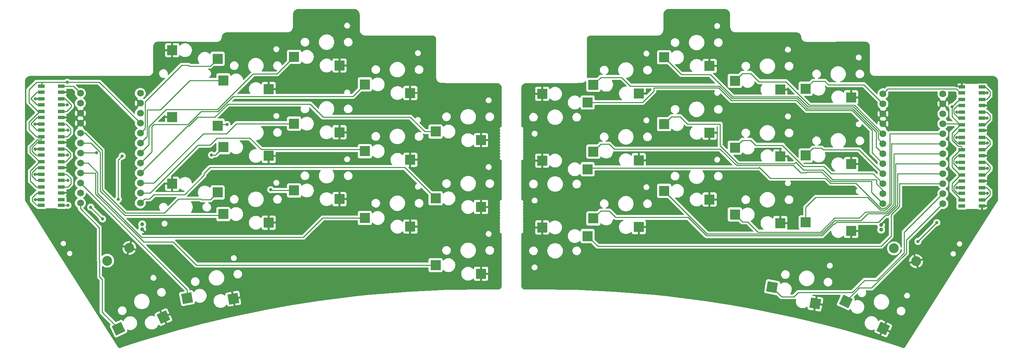
<source format=gbl>
G04 #@! TF.GenerationSoftware,KiCad,Pcbnew,7.0.6*
G04 #@! TF.CreationDate,2024-10-08T23:05:02+02:00*
G04 #@! TF.ProjectId,KoalaKeeb_v1,4b6f616c-614b-4656-9562-5f76312e6b69,rev?*
G04 #@! TF.SameCoordinates,Original*
G04 #@! TF.FileFunction,Copper,L2,Bot*
G04 #@! TF.FilePolarity,Positive*
%FSLAX46Y46*%
G04 Gerber Fmt 4.6, Leading zero omitted, Abs format (unit mm)*
G04 Created by KiCad (PCBNEW 7.0.6) date 2024-10-08 23:05:02*
%MOMM*%
%LPD*%
G01*
G04 APERTURE LIST*
G04 Aperture macros list*
%AMRoundRect*
0 Rectangle with rounded corners*
0 $1 Rounding radius*
0 $2 $3 $4 $5 $6 $7 $8 $9 X,Y pos of 4 corners*
0 Add a 4 corners polygon primitive as box body*
4,1,4,$2,$3,$4,$5,$6,$7,$8,$9,$2,$3,0*
0 Add four circle primitives for the rounded corners*
1,1,$1+$1,$2,$3*
1,1,$1+$1,$4,$5*
1,1,$1+$1,$6,$7*
1,1,$1+$1,$8,$9*
0 Add four rect primitives between the rounded corners*
20,1,$1+$1,$2,$3,$4,$5,0*
20,1,$1+$1,$4,$5,$6,$7,0*
20,1,$1+$1,$6,$7,$8,$9,0*
20,1,$1+$1,$8,$9,$2,$3,0*%
%AMRotRect*
0 Rectangle, with rotation*
0 The origin of the aperture is its center*
0 $1 length*
0 $2 width*
0 $3 Rotation angle, in degrees counterclockwise*
0 Add horizontal line*
21,1,$1,$2,0,0,$3*%
G04 Aperture macros list end*
G04 #@! TA.AperFunction,SMDPad,CuDef*
%ADD10R,2.600000X2.600000*%
G04 #@! TD*
G04 #@! TA.AperFunction,ComponentPad*
%ADD11C,1.000000*%
G04 #@! TD*
G04 #@! TA.AperFunction,SMDPad,CuDef*
%ADD12RotRect,2.600000X2.600000X350.000000*%
G04 #@! TD*
G04 #@! TA.AperFunction,ComponentPad*
%ADD13C,2.500000*%
G04 #@! TD*
G04 #@! TA.AperFunction,SMDPad,CuDef*
%ADD14RotRect,2.600000X2.600000X10.000000*%
G04 #@! TD*
G04 #@! TA.AperFunction,SMDPad,CuDef*
%ADD15RotRect,2.600000X2.600000X25.000000*%
G04 #@! TD*
G04 #@! TA.AperFunction,SMDPad,CuDef*
%ADD16RotRect,2.600000X2.600000X335.000000*%
G04 #@! TD*
G04 #@! TA.AperFunction,ComponentPad*
%ADD17C,1.752600*%
G04 #@! TD*
G04 #@! TA.AperFunction,SMDPad,CuDef*
%ADD18R,1.700000X0.820000*%
G04 #@! TD*
G04 #@! TA.AperFunction,SMDPad,CuDef*
%ADD19RoundRect,0.205000X0.645000X0.205000X-0.645000X0.205000X-0.645000X-0.205000X0.645000X-0.205000X0*%
G04 #@! TD*
G04 #@! TA.AperFunction,SMDPad,CuDef*
%ADD20RoundRect,0.205000X-0.645000X-0.205000X0.645000X-0.205000X0.645000X0.205000X-0.645000X0.205000X0*%
G04 #@! TD*
G04 #@! TA.AperFunction,ViaPad*
%ADD21C,0.800000*%
G04 #@! TD*
G04 #@! TA.AperFunction,Conductor*
%ADD22C,0.250000*%
G04 #@! TD*
G04 APERTURE END LIST*
D10*
X237962880Y-64120610D03*
X226412880Y-61920610D03*
D11*
X57672447Y-79435017D03*
X57672447Y-80685017D03*
D10*
X143851447Y-75010017D03*
X132301447Y-72810017D03*
D12*
X228879919Y-99598914D03*
X217887415Y-95426700D03*
D10*
X125851447Y-46010017D03*
X114301447Y-43810017D03*
D13*
X254502463Y-88795610D03*
X248873297Y-85545610D03*
D10*
X89851447Y-62010017D03*
X78301447Y-59810017D03*
X65301447Y-52110017D03*
X76851447Y-54310017D03*
X219962880Y-45120610D03*
X208412880Y-42920610D03*
X237962880Y-81120610D03*
X226412880Y-78920610D03*
X89851447Y-79010017D03*
X78301447Y-76810017D03*
D14*
X80834899Y-98350925D03*
X69078344Y-98189985D03*
D10*
X89851447Y-45010017D03*
X78301447Y-42810017D03*
D15*
X63059184Y-103068474D03*
X51661569Y-105955837D03*
D10*
X125851447Y-63010017D03*
X114301447Y-60810017D03*
X159412880Y-46220610D03*
X170962880Y-48420610D03*
X183962880Y-80120610D03*
X172412880Y-77920610D03*
X107851447Y-73010017D03*
X96301447Y-70810017D03*
X201962880Y-56120610D03*
X190412880Y-53920610D03*
D16*
X246141459Y-105947216D03*
X236603365Y-99072098D03*
D11*
X245591880Y-80795610D03*
X245591880Y-79545610D03*
D10*
X125851447Y-80010017D03*
X114301447Y-77810017D03*
X159412880Y-63220610D03*
X170962880Y-65420610D03*
D17*
X246067880Y-46200610D03*
X246067880Y-48740610D03*
X246067880Y-51280610D03*
X246067880Y-53820610D03*
X246067880Y-56360610D03*
X246067880Y-58900610D03*
X246067880Y-61440610D03*
X246067880Y-63980610D03*
X246067880Y-66520610D03*
X246067880Y-69060610D03*
X246067880Y-71600610D03*
X246067880Y-74140610D03*
X261307880Y-74140610D03*
X261307880Y-71600610D03*
X261307880Y-69060610D03*
X261307880Y-66520610D03*
X261307880Y-63980610D03*
X261307880Y-61440610D03*
X261307880Y-58900610D03*
X261307880Y-56360610D03*
X261307880Y-53820610D03*
X261307880Y-51280610D03*
X261307880Y-48740610D03*
X261307880Y-46200610D03*
D10*
X201962880Y-73120610D03*
X190412880Y-70920610D03*
X201962880Y-39120610D03*
X190412880Y-36920610D03*
X237962880Y-47120610D03*
X226412880Y-44920610D03*
X65301447Y-69110017D03*
X76851447Y-71310017D03*
X219962880Y-79120610D03*
X208412880Y-76920610D03*
X143851447Y-92010017D03*
X132301447Y-89810017D03*
X183962880Y-46120610D03*
X172412880Y-43920610D03*
X65301447Y-35110017D03*
X76851447Y-37310017D03*
D13*
X54391030Y-85435017D03*
X48761864Y-88685017D03*
D17*
X41956447Y-46090017D03*
X41956447Y-48630017D03*
X41956447Y-51170017D03*
X41956447Y-53710017D03*
X41956447Y-56250017D03*
X41956447Y-58790017D03*
X41956447Y-61330017D03*
X41956447Y-63870017D03*
X41956447Y-66410017D03*
X41956447Y-68950017D03*
X41956447Y-71490017D03*
X41956447Y-74030017D03*
X57196447Y-74030017D03*
X57196447Y-71490017D03*
X57196447Y-68950017D03*
X57196447Y-66410017D03*
X57196447Y-63870017D03*
X57196447Y-61330017D03*
X57196447Y-58790017D03*
X57196447Y-56250017D03*
X57196447Y-53710017D03*
X57196447Y-51170017D03*
X57196447Y-48630017D03*
X57196447Y-46090017D03*
D10*
X107851447Y-39010017D03*
X96301447Y-36810017D03*
X107851447Y-56010017D03*
X96301447Y-53810017D03*
X143851447Y-58010017D03*
X132301447Y-55810017D03*
X183962880Y-63120610D03*
X172412880Y-60920610D03*
X219962880Y-62120610D03*
X208412880Y-59920610D03*
X159412880Y-80220610D03*
X170962880Y-82420610D03*
D18*
X37126447Y-74610017D03*
X37126447Y-73110017D03*
D19*
X32026447Y-73110017D03*
D18*
X32026447Y-74610017D03*
X271237880Y-52370610D03*
X271237880Y-50870610D03*
D19*
X266137880Y-50870610D03*
D18*
X266137880Y-52370610D03*
X37126447Y-61810017D03*
X37126447Y-60310017D03*
D19*
X32026447Y-60310017D03*
D18*
X32026447Y-61810017D03*
X32026447Y-57110017D03*
X32026447Y-58610017D03*
D20*
X37126447Y-58610017D03*
D18*
X37126447Y-57110017D03*
X271237880Y-71570610D03*
X271237880Y-70070610D03*
D19*
X266137880Y-70070610D03*
D18*
X266137880Y-71570610D03*
X271237880Y-45970610D03*
X271237880Y-44470610D03*
D19*
X266137880Y-44470610D03*
D18*
X266137880Y-45970610D03*
X271237880Y-58770610D03*
X271237880Y-57270610D03*
D19*
X266137880Y-57270610D03*
D18*
X266137880Y-58770610D03*
X37126447Y-49010017D03*
X37126447Y-47510017D03*
D19*
X32026447Y-47510017D03*
D18*
X32026447Y-49010017D03*
X32026447Y-44310017D03*
X32026447Y-45810017D03*
D20*
X37126447Y-45810017D03*
D18*
X37126447Y-44310017D03*
X271237880Y-65170610D03*
X271237880Y-63670610D03*
D19*
X266137880Y-63670610D03*
D18*
X266137880Y-65170610D03*
X32026447Y-69910017D03*
X32026447Y-71410017D03*
D20*
X37126447Y-71410017D03*
D18*
X37126447Y-69910017D03*
X37126447Y-68210017D03*
X37126447Y-66710017D03*
D19*
X32026447Y-66710017D03*
D18*
X32026447Y-68210017D03*
X32026447Y-50710017D03*
X32026447Y-52210017D03*
D20*
X37126447Y-52210017D03*
D18*
X37126447Y-50710017D03*
X266137880Y-60470610D03*
X266137880Y-61970610D03*
D20*
X271237880Y-61970610D03*
D18*
X271237880Y-60470610D03*
X37126447Y-55410017D03*
X37126447Y-53910017D03*
D19*
X32026447Y-53910017D03*
D18*
X32026447Y-55410017D03*
X32026447Y-63510017D03*
X32026447Y-65010017D03*
D20*
X37126447Y-65010017D03*
D18*
X37126447Y-63510017D03*
X266137880Y-47670610D03*
X266137880Y-49170610D03*
D20*
X271237880Y-49170610D03*
D18*
X271237880Y-47670610D03*
X266137880Y-54070610D03*
X266137880Y-55570610D03*
D20*
X271237880Y-55570610D03*
D18*
X271237880Y-54070610D03*
X266137880Y-66870610D03*
X266137880Y-68370610D03*
D20*
X271237880Y-68370610D03*
D18*
X271237880Y-66870610D03*
X266137880Y-73270610D03*
X266137880Y-74770610D03*
D20*
X271237880Y-74770610D03*
D18*
X271237880Y-73270610D03*
D21*
X264797880Y-50850610D03*
X222337880Y-62800610D03*
X240497880Y-64110610D03*
X186507880Y-45300610D03*
X264797880Y-70070610D03*
X264817880Y-63680610D03*
X264737880Y-44230610D03*
X222327880Y-45630610D03*
X264797880Y-57270610D03*
X62716447Y-52880017D03*
X30376447Y-53910017D03*
X30396447Y-66690017D03*
X30446447Y-47500017D03*
X30456447Y-73120017D03*
X30376447Y-60310017D03*
X272577880Y-52370610D03*
X263657880Y-49500610D03*
X272607880Y-58780610D03*
X272577880Y-45970610D03*
X272587880Y-71570610D03*
X272597880Y-65180610D03*
X38756447Y-55420017D03*
X38776447Y-68200017D03*
X38706447Y-61810017D03*
X38766447Y-74600017D03*
X38586447Y-43270017D03*
X38586447Y-49020017D03*
X44576447Y-75060017D03*
X47576447Y-78060017D03*
X254967880Y-83780610D03*
X259757880Y-79000610D03*
X52576447Y-62060017D03*
X51576447Y-73060017D03*
X79226447Y-54050017D03*
X75306447Y-61800017D03*
X46056447Y-61210017D03*
X90356447Y-70620017D03*
D22*
X264867880Y-50870610D02*
X264887880Y-50870610D01*
X264957880Y-63670610D02*
X264967880Y-63670610D01*
X266137880Y-44470610D02*
X264737880Y-44230610D01*
X264977880Y-63670610D02*
X264817880Y-63680610D01*
X266137880Y-50870610D02*
X264907880Y-50870610D01*
X264817880Y-63680610D02*
X264957880Y-63670610D01*
X264907880Y-50870610D02*
X264797880Y-50850610D01*
X266137880Y-57270610D02*
X264797880Y-57270610D01*
X264797880Y-50850610D02*
X264867880Y-50870610D01*
X266137880Y-63670610D02*
X264977880Y-63670610D01*
X266137880Y-70070610D02*
X264797880Y-70070610D01*
X30376447Y-53910017D02*
X30706447Y-53900017D01*
X30716447Y-53910017D02*
X30376447Y-53910017D01*
X30706447Y-47510017D02*
X30716447Y-47510017D01*
X30846447Y-73110017D02*
X30456447Y-73120017D01*
X30396447Y-66690017D02*
X30746447Y-66700017D01*
X30446447Y-47500017D02*
X30706447Y-47510017D01*
X30376447Y-60310017D02*
X30696447Y-60310017D01*
X32026447Y-60310017D02*
X30376447Y-60310017D01*
X30456447Y-73120017D02*
X30826447Y-73110017D01*
X32026447Y-73110017D02*
X30846447Y-73110017D01*
X32026447Y-66710017D02*
X30756447Y-66710017D01*
X32026447Y-47510017D02*
X30726447Y-47510017D01*
X30826447Y-73110017D02*
X30836447Y-73110017D01*
X30756447Y-66710017D02*
X30396447Y-66690017D01*
X32026447Y-53910017D02*
X30716447Y-53910017D01*
X30726447Y-47510017D02*
X30446447Y-47500017D01*
X263622880Y-56175610D02*
X265727880Y-54070610D01*
X263657880Y-49500610D02*
X263657880Y-49490610D01*
X271237880Y-58770610D02*
X272487880Y-58770610D01*
X263622880Y-70792006D02*
X263622880Y-68975610D01*
X263642880Y-62555610D02*
X265727880Y-60470610D01*
X272477880Y-65170610D02*
X272597880Y-65180610D01*
X272487880Y-58770610D02*
X272607880Y-58780610D01*
X263622880Y-57992006D02*
X263622880Y-56175610D01*
X266137880Y-66870610D02*
X265697880Y-66870610D01*
X265136484Y-59505610D02*
X263622880Y-57992006D01*
X271237880Y-45970610D02*
X272577880Y-45970610D01*
X263657880Y-49490610D02*
X265477880Y-47670610D01*
X266137880Y-59810610D02*
X265832880Y-59505610D01*
X265727880Y-66870610D02*
X266137880Y-66870610D01*
X271237880Y-65170610D02*
X272477880Y-65170610D01*
X272597880Y-65180610D02*
X272497880Y-65170610D01*
X266101484Y-73270610D02*
X263622880Y-70792006D01*
X272507880Y-58770610D02*
X272497880Y-58770610D01*
X265727880Y-60470610D02*
X266137880Y-60470610D01*
X272497880Y-65170610D02*
X272487880Y-65170610D01*
X265477880Y-47670610D02*
X266137880Y-47670610D01*
X263647880Y-49500610D02*
X263657880Y-49500610D01*
X271237880Y-52370610D02*
X272577880Y-52370610D01*
X266137880Y-60470610D02*
X266137880Y-59810610D01*
X272607880Y-58780610D02*
X272507880Y-58770610D01*
X265887880Y-53820610D02*
X266137880Y-54070610D01*
X263617880Y-51990610D02*
X263617880Y-49530610D01*
X261307880Y-53820610D02*
X265887880Y-53820610D01*
X266137880Y-54070610D02*
X265697880Y-54070610D01*
X263617880Y-49530610D02*
X263647880Y-49500610D01*
X266137880Y-73270610D02*
X266101484Y-73270610D01*
X265697880Y-66870610D02*
X263642880Y-64815610D01*
X265697880Y-54070610D02*
X263617880Y-51990610D01*
X263622880Y-68975610D02*
X265727880Y-66870610D01*
X271237880Y-71570610D02*
X272587880Y-71570610D01*
X265727880Y-54070610D02*
X266137880Y-54070610D01*
X265832880Y-59505610D02*
X265136484Y-59505610D01*
X263642880Y-64815610D02*
X263642880Y-62555610D01*
X273302880Y-46705610D02*
X273302880Y-45670305D01*
X272337880Y-47670610D02*
X273302880Y-46705610D01*
X272103185Y-44470610D02*
X271237880Y-44470610D01*
X273302880Y-45670305D02*
X272103185Y-44470610D01*
X271237880Y-47670610D02*
X272337880Y-47670610D01*
X247277880Y-44990610D02*
X246067880Y-46200610D01*
X265697880Y-45970610D02*
X264717880Y-44990610D01*
X264717880Y-44990610D02*
X247277880Y-44990610D01*
X266137880Y-45970610D02*
X265697880Y-45970610D01*
X265292575Y-52370610D02*
X266137880Y-52370610D01*
X266137880Y-49170610D02*
X265037880Y-49170610D01*
X264072880Y-50135610D02*
X264072880Y-51150915D01*
X265037880Y-49170610D02*
X264072880Y-50135610D01*
X264072880Y-51150915D02*
X265292575Y-52370610D01*
X271957880Y-54070610D02*
X271237880Y-54070610D01*
X273302880Y-51755610D02*
X273302880Y-52725610D01*
X271237880Y-50870610D02*
X272417880Y-50870610D01*
X272417880Y-50870610D02*
X273302880Y-51755610D01*
X273302880Y-52725610D02*
X271957880Y-54070610D01*
X266137880Y-55570610D02*
X265472575Y-55570610D01*
X265037880Y-58770610D02*
X266137880Y-58770610D01*
X264072880Y-57805610D02*
X265037880Y-58770610D01*
X264072880Y-56970305D02*
X264072880Y-57805610D01*
X265472575Y-55570610D02*
X264072880Y-56970305D01*
X273332880Y-59080915D02*
X271943185Y-60470610D01*
X271943185Y-60470610D02*
X271237880Y-60470610D01*
X272257880Y-57270610D02*
X273332880Y-58345610D01*
X271237880Y-57270610D02*
X272257880Y-57270610D01*
X273332880Y-58345610D02*
X273332880Y-59080915D01*
X266137880Y-61970610D02*
X265037880Y-61970610D01*
X264092880Y-62915610D02*
X264092880Y-63980915D01*
X264092880Y-63980915D02*
X265282575Y-65170610D01*
X265282575Y-65170610D02*
X266137880Y-65170610D01*
X265037880Y-61970610D02*
X264092880Y-62915610D01*
X271237880Y-63670610D02*
X272207880Y-63670610D01*
X272207880Y-63670610D02*
X273322880Y-64785610D01*
X273322880Y-64785610D02*
X273322880Y-65480915D01*
X273322880Y-65480915D02*
X271933185Y-66870610D01*
X271933185Y-66870610D02*
X271237880Y-66870610D01*
X265472575Y-68370610D02*
X264072880Y-69770305D01*
X264072880Y-70605610D02*
X265037880Y-71570610D01*
X266137880Y-68370610D02*
X265472575Y-68370610D01*
X265037880Y-71570610D02*
X266137880Y-71570610D01*
X264072880Y-69770305D02*
X264072880Y-70605610D01*
X273312880Y-71870915D02*
X271913185Y-73270610D01*
X272417880Y-70070610D02*
X273312880Y-70965610D01*
X273312880Y-70965610D02*
X273312880Y-71870915D01*
X271237880Y-70070610D02*
X272417880Y-70070610D01*
X271913185Y-73270610D02*
X271237880Y-73270610D01*
X38476447Y-55410017D02*
X38466447Y-55410017D01*
X32026447Y-57770017D02*
X31921447Y-57875017D01*
X38396447Y-68210017D02*
X38776447Y-68200017D01*
X32026447Y-43650017D02*
X32026447Y-44310017D01*
X30706447Y-69910017D02*
X32026447Y-69910017D01*
X30796447Y-43250017D02*
X28846447Y-45200017D01*
X37126447Y-68210017D02*
X38396447Y-68210017D01*
X28906447Y-55300017D02*
X30716447Y-57110017D01*
X46736447Y-43250017D02*
X38606447Y-43250017D01*
X38606447Y-43250017D02*
X38586447Y-43270017D01*
X32026447Y-63510017D02*
X31586447Y-63510017D01*
X38566447Y-43250017D02*
X32426447Y-43250017D01*
X38766447Y-74600017D02*
X38486447Y-74610017D01*
X32426447Y-43250017D02*
X32026447Y-43650017D01*
X30716447Y-57110017D02*
X32026447Y-57110017D01*
X28846447Y-45200017D02*
X28846447Y-48390017D01*
X31586447Y-50710017D02*
X28906447Y-53390017D01*
X29221447Y-68425017D02*
X30706447Y-69910017D01*
X37126447Y-49010017D02*
X38576447Y-49010017D01*
X31921447Y-57875017D02*
X31025051Y-57875017D01*
X28906447Y-53390017D02*
X28906447Y-55300017D01*
X37126447Y-74610017D02*
X38466447Y-74610017D01*
X32426447Y-43250017D02*
X30796447Y-43250017D01*
X38456447Y-55410017D02*
X38756447Y-55420017D01*
X38486447Y-74610017D02*
X38476447Y-74610017D01*
X32026447Y-57110017D02*
X32026447Y-57770017D01*
X31166447Y-50710017D02*
X32026447Y-50710017D01*
X38776447Y-68200017D02*
X38406447Y-68200017D01*
X29166447Y-59733621D02*
X29166447Y-61090017D01*
X28846447Y-48390017D02*
X31166447Y-50710017D01*
X38586447Y-43270017D02*
X38566447Y-43250017D01*
X38756447Y-55420017D02*
X38476447Y-55410017D01*
X31025051Y-57875017D02*
X29166447Y-59733621D01*
X37126447Y-55410017D02*
X38456447Y-55410017D01*
X31586447Y-63510017D02*
X29221447Y-65875017D01*
X57196447Y-53710017D02*
X46736447Y-43250017D01*
X29221447Y-65875017D02*
X29221447Y-68425017D01*
X37126447Y-61810017D02*
X38706447Y-61810017D01*
X38466447Y-74610017D02*
X38766447Y-74600017D01*
X29166447Y-61090017D02*
X31586447Y-63510017D01*
X29296447Y-47440017D02*
X30866447Y-49010017D01*
X30926447Y-45810017D02*
X29296447Y-47440017D01*
X32026447Y-45810017D02*
X30926447Y-45810017D01*
X30866447Y-49010017D02*
X32026447Y-49010017D01*
X40176447Y-44310017D02*
X37126447Y-44310017D01*
X41956447Y-46090017D02*
X40176447Y-44310017D01*
X37896447Y-47510017D02*
X37916447Y-47530017D01*
X37126447Y-47510017D02*
X37896447Y-47510017D01*
X39636447Y-49490017D02*
X38416447Y-50710017D01*
X38121752Y-47530017D02*
X39636447Y-49044712D01*
X37916447Y-47530017D02*
X38121752Y-47530017D01*
X38416447Y-50710017D02*
X37126447Y-50710017D01*
X39636447Y-49044712D02*
X39636447Y-49490017D01*
X30926447Y-52210017D02*
X29406447Y-53730017D01*
X29406447Y-53965322D02*
X30851142Y-55410017D01*
X32026447Y-52210017D02*
X30926447Y-52210017D01*
X29406447Y-53730017D02*
X29406447Y-53965322D01*
X30851142Y-55410017D02*
X32026447Y-55410017D01*
X38316447Y-53910017D02*
X39481447Y-55075017D01*
X38626447Y-57110017D02*
X37126447Y-57110017D01*
X39481447Y-55075017D02*
X39481447Y-56255017D01*
X39481447Y-56255017D02*
X38626447Y-57110017D01*
X37126447Y-53910017D02*
X38316447Y-53910017D01*
X30656447Y-61810017D02*
X32026447Y-61810017D01*
X29616447Y-59920017D02*
X29616447Y-60770017D01*
X30926447Y-58610017D02*
X29616447Y-59920017D01*
X29616447Y-60770017D02*
X30656447Y-61810017D01*
X32026447Y-58610017D02*
X30926447Y-58610017D01*
X39431447Y-62255017D02*
X38176447Y-63510017D01*
X38266447Y-60300017D02*
X39431447Y-61465017D01*
X37126447Y-60310017D02*
X38256447Y-60310017D01*
X39431447Y-61465017D02*
X39431447Y-62255017D01*
X38256447Y-60310017D02*
X38266447Y-60300017D01*
X38176447Y-63510017D02*
X37126447Y-63510017D01*
X29671447Y-67105017D02*
X30776447Y-68210017D01*
X30776447Y-68210017D02*
X32026447Y-68210017D01*
X30926447Y-65010017D02*
X29671447Y-66265017D01*
X32026447Y-65010017D02*
X30926447Y-65010017D01*
X29671447Y-66265017D02*
X29671447Y-67105017D01*
X38736447Y-69910017D02*
X37126447Y-69910017D01*
X39501447Y-67745017D02*
X39501447Y-69145017D01*
X38466447Y-66710017D02*
X39501447Y-67745017D01*
X39501447Y-69145017D02*
X38736447Y-69910017D01*
X37126447Y-66710017D02*
X38466447Y-66710017D01*
X29731447Y-73445017D02*
X30896447Y-74610017D01*
X29731447Y-72605017D02*
X29731447Y-73445017D01*
X32026447Y-71410017D02*
X30926447Y-71410017D01*
X30926447Y-71410017D02*
X29731447Y-72605017D01*
X30896447Y-74610017D02*
X32026447Y-74610017D01*
X44576447Y-75060017D02*
X47576447Y-78060017D01*
X259757880Y-79000610D02*
X259757880Y-78990610D01*
X259747880Y-79000610D02*
X259757880Y-79000610D01*
X259757880Y-78990610D02*
X259747880Y-79000610D01*
X254967880Y-83780610D02*
X259747880Y-79000610D01*
X52576447Y-62060017D02*
X51576447Y-63060017D01*
X51576447Y-72060017D02*
X51576447Y-73060017D01*
X51576447Y-63060017D02*
X51576447Y-72060017D01*
X243317880Y-55519798D02*
X243317880Y-61230610D01*
X207485088Y-47900610D02*
X224105088Y-47900610D01*
X170962880Y-48420610D02*
X184912880Y-48420610D01*
X238248692Y-50450610D02*
X243317880Y-55519798D01*
X204280088Y-44695610D02*
X207485088Y-47900610D01*
X187807880Y-45525610D02*
X187807880Y-44695610D01*
X243317880Y-61230610D02*
X246067880Y-63980610D01*
X184912880Y-48420610D02*
X187807880Y-45525610D01*
X226655088Y-50450610D02*
X238248692Y-50450610D01*
X187807880Y-44695610D02*
X204280088Y-44695610D01*
X224105088Y-47900610D02*
X226655088Y-50450610D01*
X207666484Y-47445610D02*
X224286484Y-47445610D01*
X238435088Y-50000610D02*
X244374683Y-55940205D01*
X179607881Y-42045610D02*
X181807881Y-44245610D01*
X226841484Y-50000610D02*
X238435088Y-50000610D01*
X204466484Y-44245610D02*
X207666484Y-47445610D01*
X181807881Y-44245610D02*
X204466484Y-44245610D01*
X172412880Y-43920610D02*
X174287880Y-42045610D01*
X224286484Y-47445610D02*
X226841484Y-50000610D01*
X174287880Y-42045610D02*
X179607881Y-42045610D01*
X244374683Y-59747413D02*
X246067880Y-61440610D01*
X244374683Y-55940205D02*
X244374683Y-59747413D01*
X246067880Y-58900610D02*
X244824683Y-57657413D01*
X202147880Y-41290610D02*
X194782880Y-41290610D01*
X224447880Y-46970610D02*
X224422880Y-46995610D01*
X224422880Y-46995610D02*
X207852880Y-46995610D01*
X194782880Y-41290610D02*
X190412880Y-36920610D01*
X207852880Y-46995610D02*
X202147880Y-41290610D01*
X244824683Y-55753809D02*
X238621484Y-49550610D01*
X244824683Y-57657413D02*
X244824683Y-55753809D01*
X227027880Y-49550610D02*
X224447880Y-46970610D01*
X238621484Y-49550610D02*
X227027880Y-49550610D01*
X238807880Y-49100610D02*
X227342880Y-49100610D01*
X214559530Y-43140610D02*
X212464530Y-41045610D01*
X210287880Y-41045610D02*
X208412880Y-42920610D01*
X221382880Y-43140610D02*
X214559530Y-43140610D01*
X227342880Y-49100610D02*
X221382880Y-43140610D01*
X246067880Y-56360610D02*
X238807880Y-49100610D01*
X212464530Y-41045610D02*
X210287880Y-41045610D01*
X232167880Y-43910610D02*
X231302880Y-43045610D01*
X241237880Y-43910610D02*
X232167880Y-43910610D01*
X228287880Y-43045610D02*
X226412880Y-44920610D01*
X231302880Y-43045610D02*
X228287880Y-43045610D01*
X246067880Y-48740610D02*
X241237880Y-43910610D01*
X246565475Y-75341910D02*
X247787880Y-74119505D01*
X231439682Y-67688808D02*
X232731484Y-68980610D01*
X214422380Y-65081110D02*
X214607880Y-64895610D01*
X245570285Y-75341910D02*
X246565475Y-75341910D01*
X170962880Y-65420610D02*
X171302380Y-65081110D01*
X247787880Y-74119505D02*
X247787880Y-56370610D01*
X247787880Y-56370610D02*
X247797880Y-56360610D01*
X232731484Y-68980610D02*
X239208985Y-68980610D01*
X214607880Y-64895610D02*
X217401078Y-67688808D01*
X239208985Y-68980610D02*
X245570285Y-75341910D01*
X217401078Y-67688808D02*
X231439682Y-67688808D01*
X171302380Y-65081110D02*
X214422380Y-65081110D01*
X247797880Y-56360610D02*
X261307880Y-56360610D01*
X204677880Y-60280610D02*
X177699530Y-60280610D01*
X225131484Y-66280610D02*
X223296484Y-64445610D01*
X174287880Y-59045610D02*
X172412880Y-60920610D01*
X246067880Y-74140610D02*
X243197880Y-71270610D01*
X243197880Y-71270610D02*
X243197880Y-68530610D01*
X226777880Y-66080610D02*
X226577880Y-66280610D01*
X226577880Y-66280610D02*
X225131484Y-66280610D01*
X223296484Y-64445610D02*
X208842880Y-64445610D01*
X176464530Y-59045610D02*
X174287880Y-59045610D01*
X232917880Y-68530610D02*
X230467880Y-66080610D01*
X208842880Y-64445610D02*
X204677880Y-60280610D01*
X230467880Y-66080610D02*
X226777880Y-66080610D01*
X177699530Y-60280610D02*
X176464530Y-59045610D01*
X243197880Y-68530610D02*
X232917880Y-68530610D01*
X246067880Y-71600610D02*
X246067880Y-70759505D01*
X246067880Y-70759505D02*
X244399682Y-69091307D01*
X233236078Y-68028808D02*
X230837880Y-65630610D01*
X244399682Y-69091307D02*
X244399682Y-68028808D01*
X223482880Y-63995610D02*
X209237880Y-63995610D01*
X204677880Y-59435610D02*
X204677880Y-53920610D01*
X209237880Y-63995610D02*
X204677880Y-59435610D01*
X192287880Y-52045610D02*
X190412880Y-53920610D01*
X204677880Y-53920610D02*
X196339530Y-53920610D01*
X223887880Y-63590610D02*
X223482880Y-63995610D01*
X230837880Y-65630610D02*
X225927880Y-65630610D01*
X225927880Y-65630610D02*
X223887880Y-63590610D01*
X194464530Y-52045610D02*
X192287880Y-52045610D01*
X196339530Y-53920610D02*
X194464530Y-52045610D01*
X244399682Y-68028808D02*
X233236078Y-68028808D01*
X212464530Y-58045610D02*
X210287880Y-58045610D01*
X225792880Y-64700610D02*
X220557880Y-59465610D01*
X231027880Y-64700610D02*
X225792880Y-64700610D01*
X232877880Y-66550610D02*
X231027880Y-64700610D01*
X220557880Y-59465610D02*
X220557880Y-59320610D01*
X220557880Y-59320610D02*
X213739530Y-59320610D01*
X243557880Y-66550610D02*
X232877880Y-66550610D01*
X210287880Y-58045610D02*
X208412880Y-59920610D01*
X213739530Y-59320610D02*
X212464530Y-58045610D01*
X246067880Y-69060610D02*
X243557880Y-66550610D01*
X246067880Y-66520610D02*
X239987880Y-60440610D01*
X228287880Y-60045610D02*
X226412880Y-61920610D01*
X239987880Y-60440610D02*
X230859530Y-60440610D01*
X230464530Y-60045610D02*
X228287880Y-60045610D01*
X230859530Y-60440610D02*
X230464530Y-60045610D01*
X250347880Y-69060610D02*
X250287880Y-69000610D01*
X245587880Y-85000610D02*
X173542880Y-85000610D01*
X250287880Y-69000610D02*
X250287880Y-74801485D01*
X250287880Y-74801485D02*
X248163317Y-76926048D01*
X261307880Y-69060610D02*
X250347880Y-69060610D01*
X173542880Y-85000610D02*
X170962880Y-82420610D01*
X248163317Y-76926048D02*
X248163317Y-82425173D01*
X248163317Y-82425173D02*
X245587880Y-85000610D01*
X196507182Y-77651308D02*
X178070228Y-77651308D01*
X249797880Y-66520610D02*
X249757880Y-66560610D01*
X246707880Y-77141910D02*
X244909180Y-78940610D01*
X234227880Y-78940610D02*
X233817880Y-79350610D01*
X249757880Y-66560610D02*
X249757880Y-74695089D01*
X247311059Y-77141910D02*
X246707880Y-77141910D01*
X230580672Y-82320610D02*
X201176484Y-82320610D01*
X233817880Y-79350610D02*
X233550672Y-79350610D01*
X249757880Y-74695089D02*
X247311059Y-77141910D01*
X174287880Y-76045610D02*
X172412880Y-77920610D01*
X201176484Y-82320610D02*
X196507182Y-77651308D01*
X261307880Y-66520610D02*
X249797880Y-66520610D01*
X244909180Y-78940610D02*
X234227880Y-78940610D01*
X178070228Y-77651308D02*
X176464530Y-76045610D01*
X176464530Y-76045610D02*
X174287880Y-76045610D01*
X233550672Y-79350610D02*
X230580672Y-82320610D01*
X242266580Y-76691910D02*
X240467880Y-78490610D01*
X249277880Y-63980610D02*
X249267880Y-63970610D01*
X201362880Y-81870610D02*
X190412880Y-70920610D01*
X233774276Y-78490610D02*
X230394276Y-81870610D01*
X247124663Y-76691910D02*
X242266580Y-76691910D01*
X249267880Y-63970610D02*
X249267880Y-74548693D01*
X249267880Y-74548693D02*
X247124663Y-76691910D01*
X261307880Y-63980610D02*
X249277880Y-63980610D01*
X230394276Y-81870610D02*
X201362880Y-81870610D01*
X240467880Y-78490610D02*
X233774276Y-78490610D01*
X248807880Y-61530610D02*
X248807880Y-74372297D01*
X211707880Y-78795610D02*
X210287880Y-78795610D01*
X214332880Y-81420610D02*
X211707880Y-78795610D01*
X248807880Y-74372297D02*
X246938267Y-76241910D01*
X240057880Y-77840610D02*
X233787880Y-77840610D01*
X233787880Y-77840610D02*
X230207880Y-81420610D01*
X241656580Y-76241910D02*
X240057880Y-77840610D01*
X246938267Y-76241910D02*
X241656580Y-76241910D01*
X261307880Y-61440610D02*
X248897880Y-61440610D01*
X248897880Y-61440610D02*
X248807880Y-61530610D01*
X230207880Y-81420610D02*
X214332880Y-81420610D01*
X210287880Y-78795610D02*
X208412880Y-76920610D01*
X245383889Y-75791910D02*
X242170234Y-72578255D01*
X228950235Y-72578255D02*
X226412880Y-75115610D01*
X261307880Y-58900610D02*
X248337880Y-58900610D01*
X246751871Y-75791910D02*
X245383889Y-75791910D01*
X226412880Y-75115610D02*
X226412880Y-78920610D01*
X248277880Y-58840610D02*
X248277880Y-74265901D01*
X248337880Y-58900610D02*
X248277880Y-58840610D01*
X242170234Y-72578255D02*
X228950235Y-72578255D01*
X248277880Y-74265901D02*
X246751871Y-75791910D01*
X223442611Y-97870398D02*
X220331113Y-97870398D01*
X220331113Y-97870398D02*
X217887415Y-95426700D01*
X251477880Y-81430610D02*
X251477880Y-86694214D01*
X251477880Y-86694214D02*
X244479682Y-93692412D01*
X241346655Y-93692412D02*
X238267019Y-96772048D01*
X244479682Y-93692412D02*
X241346655Y-93692412D01*
X261307880Y-71600610D02*
X251477880Y-81430610D01*
X238267019Y-96772048D02*
X224540961Y-96772048D01*
X224540961Y-96772048D02*
X223442611Y-97870398D01*
X240055153Y-95620310D02*
X236603365Y-99072098D01*
X252057880Y-83390610D02*
X252057880Y-86750610D01*
X252057880Y-86750610D02*
X243188180Y-95620310D01*
X261307880Y-74140610D02*
X252057880Y-83390610D01*
X243188180Y-95620310D02*
X240055153Y-95620310D01*
X76851447Y-37310017D02*
X74976447Y-39185017D01*
X69656446Y-39185017D02*
X69431446Y-38960017D01*
X69431446Y-38960017D02*
X67721448Y-38960017D01*
X67721448Y-38960017D02*
X58416447Y-48265018D01*
X58416447Y-48265018D02*
X58416447Y-55030017D01*
X58416447Y-55030017D02*
X57196447Y-56250017D01*
X74976447Y-39185017D02*
X69656446Y-39185017D01*
X58926447Y-57060017D02*
X57196447Y-58790017D01*
X58926447Y-50250017D02*
X58926447Y-57060017D01*
X78301447Y-42810017D02*
X69781446Y-42810017D01*
X69781446Y-42810017D02*
X62341446Y-50250017D01*
X62341446Y-50250017D02*
X58926447Y-50250017D01*
X59376447Y-59150017D02*
X57196447Y-61330017D01*
X91961947Y-41149517D02*
X85888597Y-41149517D01*
X85888597Y-41149517D02*
X76812399Y-50225715D01*
X76812399Y-50225715D02*
X63760749Y-50225715D01*
X59376447Y-54610017D02*
X59376447Y-59150017D01*
X96301447Y-36810017D02*
X91961947Y-41149517D01*
X63760749Y-50225715D02*
X59376447Y-54610017D01*
X60114645Y-60951819D02*
X57196447Y-63870017D01*
X60637843Y-53985017D02*
X60114645Y-54508215D01*
X111226447Y-46885017D02*
X80789493Y-46885017D01*
X69353097Y-53985017D02*
X60637843Y-53985017D01*
X60114645Y-54508215D02*
X60114645Y-60951819D01*
X80789493Y-46885017D02*
X76998795Y-50675715D01*
X76998795Y-50675715D02*
X72662399Y-50675715D01*
X114301447Y-43810017D02*
X111226447Y-46885017D01*
X72662399Y-50675715D02*
X69353097Y-53985017D01*
X125855157Y-52149517D02*
X103710948Y-52149517D01*
X129515657Y-55810017D02*
X125855157Y-52149517D01*
X79480889Y-48830017D02*
X76131866Y-52179040D01*
X103710948Y-52149517D02*
X100391448Y-48830017D01*
X69539493Y-54435017D02*
X69171447Y-54435017D01*
X71795470Y-52179040D02*
X69539493Y-54435017D01*
X100391448Y-48830017D02*
X79480889Y-48830017D01*
X76131866Y-52179040D02*
X71795470Y-52179040D01*
X132301447Y-55810017D02*
X129515657Y-55810017D01*
X69171447Y-54435017D02*
X57196447Y-66410017D01*
X77111447Y-54050017D02*
X76851447Y-54310017D01*
X79226447Y-54050017D02*
X77111447Y-54050017D01*
X75336447Y-61790017D02*
X75306447Y-61800017D01*
X75316447Y-61790017D02*
X75326447Y-61790017D01*
X76321447Y-61790017D02*
X78301447Y-59810017D01*
X75306447Y-61800017D02*
X75316447Y-61790017D01*
X76321447Y-61790017D02*
X75336447Y-61790017D01*
X124461947Y-64970517D02*
X132301447Y-72810017D01*
X57196447Y-74030017D02*
X58255947Y-72970517D01*
X60656447Y-71860017D02*
X68478097Y-71860017D01*
X68478097Y-71860017D02*
X73416447Y-66921667D01*
X73416447Y-66921667D02*
X73416447Y-66480017D01*
X74925947Y-64970517D02*
X124461947Y-64970517D01*
X59545947Y-72970517D02*
X60656447Y-71860017D01*
X73416447Y-66480017D02*
X74925947Y-64970517D01*
X58255947Y-72970517D02*
X59545947Y-72970517D01*
X63333947Y-76562517D02*
X66925947Y-72970517D01*
X74976447Y-73185017D02*
X76851447Y-71310017D01*
X72799797Y-73185017D02*
X74976447Y-73185017D01*
X47496447Y-60550742D02*
X47496447Y-70600017D01*
X43195722Y-56250017D02*
X47496447Y-60550742D01*
X53458947Y-76562517D02*
X63333947Y-76562517D01*
X41956447Y-56250017D02*
X43195722Y-56250017D01*
X47496447Y-70600017D02*
X53458947Y-76562517D01*
X66925947Y-72970517D02*
X72585297Y-72970517D01*
X72585297Y-72970517D02*
X72799797Y-73185017D01*
X44661752Y-58790017D02*
X46996447Y-61124712D01*
X77961947Y-77149517D02*
X78301447Y-76810017D01*
X41956447Y-58790017D02*
X44661752Y-58790017D01*
X46996447Y-61124712D02*
X46996447Y-70920017D01*
X46996447Y-70920017D02*
X53225947Y-77149517D01*
X53225947Y-77149517D02*
X77961947Y-77149517D01*
X42066447Y-61220017D02*
X45936447Y-61220017D01*
X45946447Y-61210017D02*
X46056447Y-61210017D01*
X41956447Y-61330017D02*
X42066447Y-61220017D01*
X46056447Y-61100017D02*
X45956447Y-61200017D01*
X45936447Y-61220017D02*
X45946447Y-61210017D01*
X90356447Y-70620017D02*
X90546447Y-70810017D01*
X46056447Y-61210017D02*
X46056447Y-61100017D01*
X90546447Y-70810017D02*
X96301447Y-70810017D01*
X41956447Y-74030017D02*
X41956447Y-75450017D01*
X47476447Y-101770715D02*
X51661569Y-105955837D01*
X41956447Y-75450017D02*
X46736447Y-80230017D01*
X46736447Y-88400017D02*
X46826447Y-88490017D01*
X46736447Y-80230017D02*
X46736447Y-88400017D01*
X46826447Y-88490017D02*
X46826447Y-92810017D01*
X46826447Y-92810017D02*
X47476447Y-93460017D01*
X47476447Y-93460017D02*
X47476447Y-101770715D01*
X69078344Y-96071914D02*
X69078344Y-98189985D01*
X41956447Y-68950017D02*
X69078344Y-96071914D01*
X60641446Y-68950017D02*
X73241446Y-56350017D01*
X57196447Y-68950017D02*
X60641446Y-68950017D01*
X79052763Y-56350017D02*
X81592763Y-53810017D01*
X73241446Y-56350017D02*
X79052763Y-56350017D01*
X81592763Y-53810017D02*
X96301447Y-53810017D01*
X65566447Y-83940017D02*
X71436447Y-89810017D01*
X58116447Y-83940017D02*
X65566447Y-83940017D01*
X53876447Y-79700017D02*
X58116447Y-83940017D01*
X71436447Y-89810017D02*
X132301447Y-89810017D01*
X53826447Y-79700017D02*
X53876447Y-79700017D01*
X45814174Y-71687744D02*
X53826447Y-79700017D01*
X45814174Y-66410017D02*
X45814174Y-71687744D01*
X41956447Y-66410017D02*
X45814174Y-66410017D01*
X57196447Y-71490017D02*
X59671447Y-71490017D01*
X87946448Y-60385017D02*
X113876447Y-60385017D01*
X71875547Y-59285917D02*
X74900547Y-59285917D01*
X113876447Y-60385017D02*
X114301447Y-60810017D01*
X59671447Y-71490017D02*
X71875547Y-59285917D01*
X85041448Y-57480017D02*
X87946448Y-60385017D01*
X74900547Y-59285917D02*
X76706447Y-57480017D01*
X76706447Y-57480017D02*
X85041448Y-57480017D01*
X46326447Y-71513621D02*
X57522843Y-82710017D01*
X41956447Y-63870017D02*
X43910570Y-63870017D01*
X57522843Y-82710017D02*
X98676447Y-82710017D01*
X98676447Y-82710017D02*
X103576447Y-77810017D01*
X103576447Y-77810017D02*
X114301447Y-77810017D01*
X46326447Y-66285894D02*
X46326447Y-71513621D01*
X43910570Y-63870017D02*
X46326447Y-66285894D01*
G04 #@! TA.AperFunction,Conductor*
G36*
X57436952Y-80587472D02*
G01*
X57417549Y-80685017D01*
X57436952Y-80782562D01*
X57478258Y-80844381D01*
X57406574Y-80772697D01*
X57373089Y-80711374D01*
X57378073Y-80641682D01*
X57406574Y-80597335D01*
X57478262Y-80525646D01*
X57436952Y-80587472D01*
G37*
G04 #@! TD.AperFunction*
G04 #@! TA.AperFunction,Conductor*
G36*
X57638018Y-80436967D02*
G01*
X57574902Y-80449522D01*
X57513076Y-80490832D01*
X57531845Y-80472064D01*
X57593168Y-80438579D01*
X57631675Y-80436342D01*
X57638018Y-80436967D01*
G37*
G04 #@! TD.AperFunction*
G04 #@! TA.AperFunction,Conductor*
G36*
X57781856Y-80449360D02*
G01*
X57813047Y-80472064D01*
X57831811Y-80490828D01*
X57769992Y-80449522D01*
X57706875Y-80436967D01*
X57713213Y-80436342D01*
X57781856Y-80449360D01*
G37*
G04 #@! TD.AperFunction*
G04 #@! TA.AperFunction,Conductor*
G36*
X46493034Y-43895202D02*
G01*
X46513676Y-43911836D01*
X55834605Y-53232766D01*
X55868090Y-53294089D01*
X55867130Y-53350887D01*
X55833770Y-53482621D01*
X55833768Y-53482633D01*
X55814928Y-53710011D01*
X55814928Y-53710022D01*
X55833768Y-53937400D01*
X55833770Y-53937408D01*
X55889782Y-54158594D01*
X55981436Y-54367546D01*
X56106234Y-54558565D01*
X56260766Y-54726430D01*
X56260770Y-54726434D01*
X56440826Y-54866577D01*
X56440827Y-54866577D01*
X56440828Y-54866578D01*
X56448924Y-54870959D01*
X56498516Y-54920176D01*
X56513628Y-54988392D01*
X56489460Y-55053948D01*
X56448937Y-55089066D01*
X56440835Y-55093451D01*
X56440826Y-55093456D01*
X56260770Y-55233599D01*
X56260766Y-55233603D01*
X56106234Y-55401468D01*
X55981436Y-55592487D01*
X55889782Y-55801439D01*
X55833770Y-56022625D01*
X55833768Y-56022633D01*
X55814928Y-56250011D01*
X55814928Y-56250022D01*
X55833768Y-56477400D01*
X55833770Y-56477408D01*
X55889782Y-56698594D01*
X55981436Y-56907546D01*
X56106234Y-57098565D01*
X56260766Y-57266430D01*
X56260770Y-57266434D01*
X56440826Y-57406577D01*
X56440830Y-57406579D01*
X56448930Y-57410963D01*
X56498520Y-57460183D01*
X56513627Y-57528400D01*
X56489455Y-57593956D01*
X56448930Y-57629071D01*
X56440830Y-57633454D01*
X56440826Y-57633456D01*
X56260770Y-57773599D01*
X56260766Y-57773603D01*
X56106234Y-57941468D01*
X55981436Y-58132487D01*
X55889782Y-58341439D01*
X55833770Y-58562625D01*
X55833768Y-58562633D01*
X55814928Y-58790011D01*
X55814928Y-58790022D01*
X55833768Y-59017400D01*
X55833770Y-59017408D01*
X55889782Y-59238594D01*
X55981436Y-59447546D01*
X56106234Y-59638565D01*
X56260766Y-59806430D01*
X56260770Y-59806434D01*
X56440826Y-59946577D01*
X56440830Y-59946579D01*
X56448930Y-59950963D01*
X56498520Y-60000183D01*
X56513627Y-60068400D01*
X56489455Y-60133956D01*
X56448930Y-60169071D01*
X56440830Y-60173454D01*
X56440826Y-60173456D01*
X56260770Y-60313599D01*
X56260766Y-60313603D01*
X56106234Y-60481468D01*
X55981436Y-60672487D01*
X55902360Y-60852766D01*
X55889783Y-60881439D01*
X55859287Y-61001864D01*
X55833770Y-61102625D01*
X55833768Y-61102633D01*
X55814928Y-61330011D01*
X55814928Y-61330022D01*
X55833768Y-61557400D01*
X55833770Y-61557408D01*
X55889782Y-61778594D01*
X55981436Y-61987546D01*
X56106234Y-62178565D01*
X56260766Y-62346430D01*
X56260770Y-62346434D01*
X56440826Y-62486577D01*
X56440830Y-62486579D01*
X56448930Y-62490963D01*
X56498520Y-62540183D01*
X56513627Y-62608400D01*
X56489455Y-62673956D01*
X56448930Y-62709071D01*
X56440830Y-62713454D01*
X56440826Y-62713456D01*
X56260770Y-62853599D01*
X56260766Y-62853603D01*
X56106234Y-63021468D01*
X55981436Y-63212487D01*
X55889782Y-63421439D01*
X55833770Y-63642625D01*
X55833768Y-63642633D01*
X55814928Y-63870011D01*
X55814928Y-63870022D01*
X55833768Y-64097400D01*
X55833770Y-64097408D01*
X55889782Y-64318594D01*
X55981436Y-64527546D01*
X56106234Y-64718565D01*
X56260766Y-64886430D01*
X56260770Y-64886434D01*
X56440826Y-65026577D01*
X56440827Y-65026577D01*
X56440828Y-65026578D01*
X56448924Y-65030959D01*
X56498516Y-65080176D01*
X56513628Y-65148392D01*
X56489460Y-65213948D01*
X56448937Y-65249066D01*
X56440835Y-65253451D01*
X56440826Y-65253456D01*
X56260770Y-65393599D01*
X56260766Y-65393603D01*
X56106234Y-65561468D01*
X55981436Y-65752487D01*
X55889782Y-65961439D01*
X55833770Y-66182625D01*
X55833768Y-66182633D01*
X55814928Y-66410011D01*
X55814928Y-66410022D01*
X55833768Y-66637400D01*
X55833770Y-66637408D01*
X55889782Y-66858594D01*
X55981436Y-67067546D01*
X56106234Y-67258565D01*
X56260766Y-67426430D01*
X56260770Y-67426434D01*
X56440826Y-67566577D01*
X56440830Y-67566579D01*
X56448930Y-67570963D01*
X56498520Y-67620183D01*
X56513627Y-67688400D01*
X56489455Y-67753956D01*
X56448930Y-67789071D01*
X56440830Y-67793454D01*
X56440826Y-67793456D01*
X56260770Y-67933599D01*
X56260766Y-67933603D01*
X56106234Y-68101468D01*
X55981436Y-68292487D01*
X55889782Y-68501439D01*
X55833770Y-68722625D01*
X55833768Y-68722633D01*
X55814928Y-68950011D01*
X55814928Y-68950022D01*
X55833768Y-69177400D01*
X55833770Y-69177408D01*
X55889782Y-69398594D01*
X55981436Y-69607546D01*
X56106234Y-69798565D01*
X56260766Y-69966430D01*
X56260770Y-69966434D01*
X56440826Y-70106577D01*
X56440830Y-70106579D01*
X56448930Y-70110963D01*
X56498520Y-70160183D01*
X56513627Y-70228400D01*
X56489455Y-70293956D01*
X56448930Y-70329071D01*
X56440830Y-70333454D01*
X56440826Y-70333456D01*
X56260770Y-70473599D01*
X56260766Y-70473603D01*
X56106234Y-70641468D01*
X55981436Y-70832487D01*
X55889782Y-71041439D01*
X55833770Y-71262625D01*
X55833768Y-71262633D01*
X55814928Y-71490011D01*
X55814928Y-71490022D01*
X55833768Y-71717400D01*
X55833770Y-71717408D01*
X55889782Y-71938594D01*
X55981436Y-72147546D01*
X56106234Y-72338565D01*
X56260766Y-72506430D01*
X56260770Y-72506434D01*
X56440826Y-72646577D01*
X56440830Y-72646579D01*
X56448930Y-72650963D01*
X56498520Y-72700183D01*
X56513627Y-72768400D01*
X56489455Y-72833956D01*
X56448930Y-72869071D01*
X56440830Y-72873454D01*
X56440826Y-72873456D01*
X56260770Y-73013599D01*
X56260766Y-73013603D01*
X56106234Y-73181468D01*
X55981436Y-73372487D01*
X55889782Y-73581439D01*
X55833770Y-73802625D01*
X55833768Y-73802633D01*
X55814928Y-74030011D01*
X55814928Y-74030022D01*
X55833768Y-74257400D01*
X55833770Y-74257408D01*
X55889782Y-74478594D01*
X55981436Y-74687546D01*
X56106234Y-74878565D01*
X56258007Y-75043433D01*
X56260770Y-75046434D01*
X56440828Y-75186578D01*
X56641497Y-75295175D01*
X56857304Y-75369262D01*
X57082362Y-75406817D01*
X57310532Y-75406817D01*
X57535590Y-75369262D01*
X57751397Y-75295175D01*
X57952066Y-75186578D01*
X58132124Y-75046434D01*
X58286660Y-74878564D01*
X58411457Y-74687547D01*
X58503111Y-74478595D01*
X58559124Y-74257408D01*
X58559415Y-74253900D01*
X58577966Y-74030022D01*
X58577966Y-74030011D01*
X58559125Y-73802633D01*
X58559124Y-73802630D01*
X58559124Y-73802626D01*
X58545912Y-73750458D01*
X58548538Y-73680637D01*
X58588494Y-73623320D01*
X58653095Y-73596703D01*
X58666119Y-73596017D01*
X59463204Y-73596017D01*
X59478824Y-73597741D01*
X59478851Y-73597456D01*
X59486607Y-73598188D01*
X59486614Y-73598190D01*
X59555761Y-73596017D01*
X59585297Y-73596017D01*
X59592175Y-73595147D01*
X59597988Y-73594689D01*
X59644574Y-73593226D01*
X59663816Y-73587634D01*
X59682859Y-73583691D01*
X59702739Y-73581181D01*
X59746069Y-73564024D01*
X59751593Y-73562134D01*
X59760208Y-73559631D01*
X59796337Y-73549135D01*
X59813576Y-73538939D01*
X59831050Y-73530379D01*
X59849674Y-73523005D01*
X59849674Y-73523004D01*
X59849679Y-73523003D01*
X59887396Y-73495599D01*
X59892252Y-73492409D01*
X59932367Y-73468687D01*
X59946536Y-73454516D01*
X59961326Y-73441885D01*
X59977534Y-73430111D01*
X60007246Y-73394193D01*
X60011159Y-73389893D01*
X60879218Y-72521836D01*
X60940542Y-72488351D01*
X60966900Y-72485517D01*
X66226993Y-72485517D01*
X66294032Y-72505202D01*
X66339787Y-72558006D01*
X66349731Y-72627164D01*
X66320706Y-72690720D01*
X66314674Y-72697198D01*
X64308396Y-74703475D01*
X64247073Y-74736960D01*
X64177381Y-74731976D01*
X64121448Y-74690104D01*
X64107921Y-74667305D01*
X64040483Y-74519637D01*
X64034626Y-74506812D01*
X64034622Y-74506806D01*
X63912620Y-74335477D01*
X63912614Y-74335471D01*
X63788893Y-74217503D01*
X63760384Y-74190320D01*
X63583433Y-74076601D01*
X63583431Y-74076600D01*
X63388168Y-73998427D01*
X63388161Y-73998424D01*
X63388159Y-73998424D01*
X63388156Y-73998423D01*
X63388155Y-73998423D01*
X63181619Y-73958617D01*
X63181618Y-73958617D01*
X63023979Y-73958617D01*
X62867058Y-73973601D01*
X62867054Y-73973602D01*
X62665238Y-74032860D01*
X62478278Y-74129245D01*
X62312937Y-74259269D01*
X62312936Y-74259270D01*
X62175196Y-74418231D01*
X62175187Y-74418242D01*
X62070021Y-74600396D01*
X62001226Y-74799165D01*
X62001225Y-74799170D01*
X62001225Y-74799171D01*
X61971290Y-75007372D01*
X61981299Y-75217476D01*
X62030889Y-75421888D01*
X62075529Y-75519636D01*
X62118267Y-75613221D01*
X62118271Y-75613227D01*
X62209322Y-75741090D01*
X62232175Y-75807117D01*
X62215702Y-75875017D01*
X62165135Y-75923233D01*
X62108315Y-75937017D01*
X53769400Y-75937017D01*
X53702361Y-75917332D01*
X53681719Y-75900698D01*
X51877222Y-74096201D01*
X51843737Y-74034878D01*
X51848721Y-73965186D01*
X51890593Y-73909253D01*
X51914467Y-73895241D01*
X51993582Y-73860016D01*
X52029177Y-73844168D01*
X52182318Y-73732905D01*
X52308980Y-73592233D01*
X52403626Y-73428301D01*
X52462121Y-73248273D01*
X52481907Y-73060017D01*
X52462121Y-72871761D01*
X52403626Y-72691733D01*
X52308980Y-72527801D01*
X52293783Y-72510923D01*
X52233797Y-72444301D01*
X52203567Y-72381309D01*
X52201947Y-72361329D01*
X52201947Y-63370468D01*
X52221632Y-63303429D01*
X52238266Y-63282787D01*
X52524218Y-62996836D01*
X52585541Y-62963351D01*
X52611899Y-62960517D01*
X52671091Y-62960517D01*
X52671093Y-62960517D01*
X52856250Y-62921161D01*
X53029177Y-62844168D01*
X53182318Y-62732905D01*
X53308980Y-62592233D01*
X53403626Y-62428301D01*
X53462121Y-62248273D01*
X53481907Y-62060017D01*
X53462121Y-61871761D01*
X53403626Y-61691733D01*
X53308980Y-61527801D01*
X53182318Y-61387129D01*
X53165789Y-61375120D01*
X53029181Y-61275868D01*
X53029176Y-61275865D01*
X52856254Y-61198874D01*
X52856249Y-61198872D01*
X52681283Y-61161683D01*
X52671093Y-61159517D01*
X52481801Y-61159517D01*
X52473474Y-61161287D01*
X52296644Y-61198872D01*
X52296639Y-61198874D01*
X52123717Y-61275865D01*
X52123712Y-61275868D01*
X51970576Y-61387128D01*
X51843913Y-61527802D01*
X51749268Y-61691732D01*
X51749265Y-61691739D01*
X51690774Y-61871757D01*
X51690773Y-61871761D01*
X51678527Y-61988276D01*
X51673126Y-62039666D01*
X51646541Y-62104280D01*
X51637486Y-62114385D01*
X51192655Y-62559216D01*
X51180398Y-62569037D01*
X51180581Y-62569258D01*
X51174570Y-62574230D01*
X51127219Y-62624653D01*
X51106336Y-62645536D01*
X51106324Y-62645549D01*
X51102068Y-62651034D01*
X51098284Y-62655464D01*
X51066384Y-62689435D01*
X51066383Y-62689437D01*
X51056731Y-62706993D01*
X51046057Y-62723243D01*
X51033776Y-62739078D01*
X51033771Y-62739085D01*
X51015262Y-62781855D01*
X51012692Y-62787101D01*
X50990250Y-62827923D01*
X50985269Y-62847324D01*
X50978968Y-62865727D01*
X50971009Y-62884119D01*
X50971008Y-62884122D01*
X50963718Y-62930144D01*
X50962534Y-62935863D01*
X50950948Y-62980989D01*
X50950947Y-62980999D01*
X50950947Y-63001033D01*
X50949420Y-63020432D01*
X50946287Y-63040211D01*
X50946286Y-63040214D01*
X50950671Y-63086602D01*
X50950946Y-63092438D01*
X50950947Y-71980998D01*
X50950947Y-72361329D01*
X50931262Y-72428368D01*
X50919097Y-72444301D01*
X50843913Y-72527801D01*
X50749268Y-72691732D01*
X50749266Y-72691738D01*
X50743984Y-72707993D01*
X50704545Y-72765667D01*
X50640185Y-72792863D01*
X50571339Y-72780947D01*
X50538373Y-72757352D01*
X49383665Y-71602644D01*
X48158266Y-70377244D01*
X48124781Y-70315921D01*
X48121947Y-70289563D01*
X48121947Y-60633484D01*
X48123671Y-60617864D01*
X48123386Y-60617837D01*
X48124120Y-60610075D01*
X48121947Y-60540914D01*
X48121947Y-60511398D01*
X48121947Y-60511392D01*
X48121078Y-60504521D01*
X48120620Y-60498694D01*
X48120079Y-60481468D01*
X48119157Y-60452115D01*
X48113566Y-60432872D01*
X48109620Y-60413820D01*
X48107111Y-60393950D01*
X48089951Y-60350609D01*
X48088071Y-60345121D01*
X48075065Y-60300352D01*
X48064869Y-60283112D01*
X48056308Y-60265636D01*
X48048934Y-60247012D01*
X48048933Y-60247010D01*
X48021526Y-60209287D01*
X48018335Y-60204428D01*
X48016091Y-60200634D01*
X47994617Y-60164322D01*
X47994615Y-60164320D01*
X47994612Y-60164316D01*
X47980453Y-60150157D01*
X47967815Y-60135361D01*
X47965741Y-60132506D01*
X47956041Y-60119155D01*
X47920135Y-60089451D01*
X47915823Y-60085528D01*
X43696525Y-55866229D01*
X43686702Y-55853967D01*
X43686481Y-55854151D01*
X43681508Y-55848140D01*
X43642910Y-55811894D01*
X43631086Y-55800790D01*
X43620641Y-55790345D01*
X43610197Y-55779900D01*
X43604708Y-55775642D01*
X43600283Y-55771864D01*
X43566304Y-55739955D01*
X43566302Y-55739953D01*
X43566299Y-55739952D01*
X43548751Y-55730305D01*
X43532485Y-55719621D01*
X43529751Y-55717500D01*
X43516658Y-55707344D01*
X43516657Y-55707343D01*
X43516655Y-55707342D01*
X43473890Y-55688835D01*
X43468644Y-55686265D01*
X43427815Y-55663820D01*
X43427814Y-55663819D01*
X43408415Y-55658839D01*
X43390003Y-55652535D01*
X43371620Y-55644579D01*
X43371614Y-55644577D01*
X43325596Y-55637289D01*
X43319874Y-55636104D01*
X43274743Y-55624517D01*
X43274741Y-55624517D01*
X43259489Y-55624517D01*
X43192450Y-55604832D01*
X43155680Y-55568338D01*
X43046659Y-55401468D01*
X42892127Y-55233603D01*
X42892123Y-55233599D01*
X42712067Y-55093456D01*
X42712063Y-55093454D01*
X42703436Y-55088785D01*
X42653847Y-55039564D01*
X42638741Y-54971346D01*
X42662914Y-54905792D01*
X42703444Y-54870675D01*
X42711788Y-54866159D01*
X42711796Y-54866154D01*
X42738357Y-54845480D01*
X42125050Y-54232173D01*
X42242859Y-54181002D01*
X42359309Y-54086263D01*
X42445880Y-53963620D01*
X42476747Y-53876765D01*
X43090510Y-54490528D01*
X43171016Y-54367304D01*
X43262637Y-54158432D01*
X43318629Y-53937321D01*
X43337464Y-53710022D01*
X43337464Y-53710011D01*
X43318629Y-53482712D01*
X43262637Y-53261601D01*
X43171015Y-53052726D01*
X43090510Y-52929504D01*
X42479077Y-53540937D01*
X42475853Y-53525420D01*
X42406789Y-53392131D01*
X42304324Y-53282419D01*
X42176059Y-53204419D01*
X42123280Y-53189631D01*
X42738357Y-52574554D01*
X42738356Y-52574552D01*
X42711796Y-52553879D01*
X42711786Y-52553872D01*
X42702909Y-52549068D01*
X42653320Y-52499847D01*
X42638215Y-52431630D01*
X42662388Y-52366075D01*
X42702922Y-52330957D01*
X42711789Y-52326159D01*
X42711796Y-52326154D01*
X42738357Y-52305480D01*
X42125050Y-51692173D01*
X42242859Y-51641002D01*
X42359309Y-51546263D01*
X42445880Y-51423620D01*
X42476747Y-51336765D01*
X43090510Y-51950528D01*
X43171016Y-51827304D01*
X43262637Y-51618432D01*
X43318629Y-51397321D01*
X43337464Y-51170022D01*
X43337464Y-51170011D01*
X43318629Y-50942712D01*
X43262637Y-50721601D01*
X43171015Y-50512726D01*
X43090510Y-50389504D01*
X42479077Y-51000937D01*
X42475853Y-50985420D01*
X42406789Y-50852131D01*
X42304324Y-50742419D01*
X42176059Y-50664419D01*
X42123280Y-50649631D01*
X42738357Y-50034554D01*
X42738356Y-50034552D01*
X42711796Y-50013879D01*
X42711786Y-50013872D01*
X42703437Y-50009354D01*
X42653848Y-49960134D01*
X42638741Y-49891917D01*
X42662913Y-49826362D01*
X42703442Y-49791245D01*
X42712059Y-49786582D01*
X42712066Y-49786578D01*
X42892124Y-49646434D01*
X43046660Y-49478564D01*
X43171457Y-49287547D01*
X43263111Y-49078595D01*
X43319124Y-48857408D01*
X43319125Y-48857400D01*
X43337966Y-48630022D01*
X43337966Y-48630011D01*
X43319125Y-48402633D01*
X43319124Y-48402630D01*
X43319124Y-48402626D01*
X43263111Y-48181439D01*
X43171457Y-47972487D01*
X43152899Y-47944082D01*
X43046659Y-47781468D01*
X42892127Y-47613603D01*
X42892123Y-47613599D01*
X42740618Y-47495679D01*
X42712066Y-47473456D01*
X42703964Y-47469071D01*
X42654375Y-47419854D01*
X42639265Y-47351638D01*
X42663435Y-47286082D01*
X42703964Y-47250962D01*
X42712066Y-47246578D01*
X42892124Y-47106434D01*
X43046660Y-46938564D01*
X43171457Y-46747547D01*
X43263111Y-46538595D01*
X43319124Y-46317408D01*
X43325915Y-46235455D01*
X43337966Y-46090022D01*
X43337966Y-46090011D01*
X43319125Y-45862633D01*
X43319124Y-45862630D01*
X43319124Y-45862626D01*
X43263111Y-45641439D01*
X43171457Y-45432487D01*
X43129777Y-45368690D01*
X43046659Y-45241468D01*
X42892127Y-45073603D01*
X42892123Y-45073599D01*
X42749190Y-44962351D01*
X42712066Y-44933456D01*
X42511397Y-44824859D01*
X42511389Y-44824856D01*
X42295592Y-44750772D01*
X42070532Y-44713217D01*
X41842362Y-44713217D01*
X41617300Y-44750772D01*
X41604514Y-44755161D01*
X41534715Y-44758306D01*
X41476579Y-44725558D01*
X40838219Y-44087198D01*
X40804734Y-44025875D01*
X40809718Y-43956183D01*
X40851590Y-43900250D01*
X40917054Y-43875833D01*
X40925900Y-43875517D01*
X46425995Y-43875517D01*
X46493034Y-43895202D01*
G37*
G04 #@! TD.AperFunction*
G04 #@! TA.AperFunction,Conductor*
G36*
X30595839Y-72727727D02*
G01*
X30651773Y-72769598D01*
X30676190Y-72835062D01*
X30676326Y-72845227D01*
X30676447Y-72845227D01*
X30676446Y-72860016D01*
X30676447Y-72860017D01*
X32152447Y-72860017D01*
X32219486Y-72879702D01*
X32265241Y-72932506D01*
X32276447Y-72984017D01*
X32276447Y-73236017D01*
X32256762Y-73303056D01*
X32203958Y-73348811D01*
X32152447Y-73360017D01*
X30663995Y-73360017D01*
X30630097Y-73378526D01*
X30560406Y-73373540D01*
X30516061Y-73345040D01*
X30393266Y-73222245D01*
X30359781Y-73160922D01*
X30356947Y-73134564D01*
X30356947Y-72915469D01*
X30376632Y-72848430D01*
X30393260Y-72827793D01*
X30464828Y-72756225D01*
X30526147Y-72722743D01*
X30595839Y-72727727D01*
G37*
G04 #@! TD.AperFunction*
G04 #@! TA.AperFunction,Conductor*
G36*
X30595840Y-66327726D02*
G01*
X30651773Y-66369598D01*
X30676190Y-66435062D01*
X30676382Y-66449449D01*
X30676447Y-66447999D01*
X30676447Y-66460017D01*
X32152447Y-66460017D01*
X32219486Y-66479702D01*
X32265241Y-66532506D01*
X32276447Y-66584017D01*
X32276447Y-66836017D01*
X32256762Y-66903056D01*
X32203958Y-66948811D01*
X32152447Y-66960017D01*
X30676447Y-66960017D01*
X30662332Y-66974131D01*
X30656762Y-66993103D01*
X30603958Y-67038858D01*
X30534800Y-67048802D01*
X30471244Y-67019777D01*
X30464766Y-67013745D01*
X30333265Y-66882244D01*
X30299780Y-66820921D01*
X30296946Y-66794570D01*
X30296946Y-66575467D01*
X30316631Y-66508429D01*
X30333260Y-66487792D01*
X30464827Y-66356225D01*
X30526148Y-66322742D01*
X30595840Y-66327726D01*
G37*
G04 #@! TD.AperFunction*
G04 #@! TA.AperFunction,Conductor*
G36*
X30595839Y-59927726D02*
G01*
X30651773Y-59969597D01*
X30676190Y-60035062D01*
X30676382Y-60049449D01*
X30676447Y-60047999D01*
X30676447Y-60060017D01*
X32152447Y-60060017D01*
X32219486Y-60079702D01*
X32265241Y-60132506D01*
X32276447Y-60184017D01*
X32276447Y-60436017D01*
X32256762Y-60503056D01*
X32203958Y-60548811D01*
X32152447Y-60560017D01*
X30676447Y-60560017D01*
X30676447Y-60571996D01*
X30682779Y-60641686D01*
X30669242Y-60710231D01*
X30620795Y-60760576D01*
X30552820Y-60776737D01*
X30486898Y-60753582D01*
X30471610Y-60740590D01*
X30278266Y-60547245D01*
X30244781Y-60485922D01*
X30241947Y-60459564D01*
X30241947Y-60230468D01*
X30261632Y-60163429D01*
X30278266Y-60142787D01*
X30369415Y-60051638D01*
X30464827Y-59956225D01*
X30526148Y-59922742D01*
X30595839Y-59927726D01*
G37*
G04 #@! TD.AperFunction*
G04 #@! TA.AperFunction,Conductor*
G36*
X30595840Y-53527726D02*
G01*
X30651773Y-53569598D01*
X30676190Y-53635062D01*
X30676382Y-53649449D01*
X30676447Y-53647999D01*
X30676447Y-53660017D01*
X32152447Y-53660017D01*
X32219486Y-53679702D01*
X32265241Y-53732506D01*
X32276447Y-53784017D01*
X32276447Y-54036017D01*
X32256762Y-54103056D01*
X32203958Y-54148811D01*
X32152447Y-54160017D01*
X30676446Y-54160017D01*
X30668769Y-54167694D01*
X30607446Y-54201179D01*
X30537754Y-54196193D01*
X30493410Y-54167694D01*
X30261065Y-53935349D01*
X30227580Y-53874026D01*
X30232564Y-53804334D01*
X30261061Y-53759992D01*
X30464828Y-53556225D01*
X30526148Y-53522742D01*
X30595840Y-53527726D01*
G37*
G04 #@! TD.AperFunction*
G04 #@! TA.AperFunction,Conductor*
G36*
X63420781Y-51552787D02*
G01*
X63476714Y-51594659D01*
X63501131Y-51660123D01*
X63501447Y-51668969D01*
X63501447Y-51860017D01*
X65427447Y-51860017D01*
X65494486Y-51879702D01*
X65540241Y-51932506D01*
X65551447Y-51984017D01*
X65551447Y-52236017D01*
X65531762Y-52303056D01*
X65478958Y-52348811D01*
X65427447Y-52360017D01*
X63501447Y-52360017D01*
X63501447Y-53235517D01*
X63481762Y-53302556D01*
X63428958Y-53348311D01*
X63377447Y-53359517D01*
X61810899Y-53359517D01*
X61743860Y-53339832D01*
X61698105Y-53287028D01*
X61688161Y-53217870D01*
X61717186Y-53154314D01*
X61723218Y-53147836D01*
X62758395Y-52112659D01*
X63289767Y-51581287D01*
X63351089Y-51547803D01*
X63420781Y-51552787D01*
G37*
G04 #@! TD.AperFunction*
G04 #@! TA.AperFunction,Conductor*
G36*
X30595839Y-47127726D02*
G01*
X30651773Y-47169597D01*
X30676190Y-47235062D01*
X30676382Y-47249449D01*
X30676447Y-47247999D01*
X30676447Y-47260017D01*
X32152447Y-47260017D01*
X32219486Y-47279702D01*
X32265241Y-47332506D01*
X32276447Y-47384017D01*
X32276447Y-47636017D01*
X32256762Y-47703056D01*
X32203958Y-47748811D01*
X32152447Y-47760017D01*
X30676446Y-47760017D01*
X30676422Y-47760041D01*
X30615098Y-47793526D01*
X30545407Y-47788540D01*
X30501061Y-47760040D01*
X30268718Y-47527697D01*
X30235233Y-47466374D01*
X30240217Y-47396682D01*
X30268718Y-47352335D01*
X30361036Y-47260017D01*
X30464828Y-47156225D01*
X30526148Y-47122742D01*
X30595839Y-47127726D01*
G37*
G04 #@! TD.AperFunction*
G04 #@! TA.AperFunction,Conductor*
G36*
X111492618Y-24590278D02*
G01*
X111560041Y-24595096D01*
X111573789Y-24596177D01*
X111707067Y-24606659D01*
X111715372Y-24607883D01*
X111810194Y-24628505D01*
X111926666Y-24656463D01*
X111933840Y-24658653D01*
X111991425Y-24680129D01*
X112030166Y-24694577D01*
X112136302Y-24738535D01*
X112142284Y-24741396D01*
X112233424Y-24791158D01*
X112236001Y-24792650D01*
X112331353Y-24851078D01*
X112336090Y-24854293D01*
X112419911Y-24917037D01*
X112422970Y-24919483D01*
X112507400Y-24991590D01*
X112510964Y-24994884D01*
X112585161Y-25069079D01*
X112588467Y-25072655D01*
X112660557Y-25157058D01*
X112663046Y-25160169D01*
X112725766Y-25243952D01*
X112728998Y-25248715D01*
X112787384Y-25343991D01*
X112788937Y-25346672D01*
X112838667Y-25437742D01*
X112841533Y-25443733D01*
X112885497Y-25549867D01*
X112921426Y-25646198D01*
X112923624Y-25653398D01*
X112951587Y-25769876D01*
X112972197Y-25864619D01*
X112973426Y-25872961D01*
X112985454Y-26026346D01*
X112989759Y-26086536D01*
X112989917Y-26090961D01*
X112989917Y-29853476D01*
X112988067Y-29859774D01*
X112989726Y-29880843D01*
X112989917Y-29885711D01*
X112989917Y-29901614D01*
X112989980Y-29902255D01*
X112989980Y-29996932D01*
X112989980Y-29996933D01*
X112989981Y-29996935D01*
X113000267Y-30068474D01*
X113004966Y-30101154D01*
X113004355Y-30105398D01*
X113006728Y-30115280D01*
X113007810Y-30120933D01*
X113009324Y-30131463D01*
X113009764Y-30135423D01*
X113014781Y-30199166D01*
X113022406Y-30215781D01*
X113054734Y-30325877D01*
X113054734Y-30331177D01*
X113058808Y-30341014D01*
X113061017Y-30347275D01*
X113068293Y-30372053D01*
X113069092Y-30375048D01*
X113079365Y-30417838D01*
X113088712Y-30432210D01*
X113137063Y-30538086D01*
X113138008Y-30544660D01*
X113144114Y-30554624D01*
X113147650Y-30561268D01*
X113171113Y-30612646D01*
X113172679Y-30615926D01*
X113176157Y-30624324D01*
X113186650Y-30636215D01*
X113238677Y-30717173D01*
X113249987Y-30734772D01*
X113252238Y-30742440D01*
X113260310Y-30751891D01*
X113265328Y-30758644D01*
X113286189Y-30791106D01*
X113286191Y-30791108D01*
X113289195Y-30794575D01*
X113301208Y-30810988D01*
X113303010Y-30813929D01*
X113314034Y-30823243D01*
X113383280Y-30903159D01*
X113390955Y-30912017D01*
X113394800Y-30920439D01*
X113400993Y-30925728D01*
X113414173Y-30938814D01*
X113426739Y-30953316D01*
X113441240Y-30965882D01*
X113454327Y-30979063D01*
X113457117Y-30982330D01*
X113468035Y-30989101D01*
X113556799Y-31066019D01*
X113562434Y-31074788D01*
X113569055Y-31078845D01*
X113585470Y-31090863D01*
X113588938Y-31093869D01*
X113588946Y-31093875D01*
X113605250Y-31104353D01*
X113621411Y-31114740D01*
X113628160Y-31119755D01*
X113635070Y-31125657D01*
X113645275Y-31130078D01*
X113677910Y-31151052D01*
X113743820Y-31193413D01*
X113751344Y-31202097D01*
X113764152Y-31207403D01*
X113767476Y-31208993D01*
X113818760Y-31232415D01*
X113825406Y-31235952D01*
X113832996Y-31240604D01*
X113841957Y-31243010D01*
X113947824Y-31291362D01*
X113957235Y-31299517D01*
X114004949Y-31310975D01*
X114007936Y-31311771D01*
X114015998Y-31314139D01*
X114032771Y-31319065D01*
X114039034Y-31321275D01*
X114046795Y-31324490D01*
X114054171Y-31325349D01*
X114164241Y-31357674D01*
X114175487Y-31364902D01*
X114244647Y-31370330D01*
X114248593Y-31370768D01*
X114259125Y-31372282D01*
X114264769Y-31373364D01*
X114272870Y-31375309D01*
X114278893Y-31375126D01*
X114293937Y-31377289D01*
X114383102Y-31390114D01*
X114488913Y-31390118D01*
X114490317Y-31390119D01*
X114490318Y-31390120D01*
X114490531Y-31390120D01*
X114494438Y-31390123D01*
X114499249Y-31390313D01*
X114521864Y-31392087D01*
X114532754Y-31390145D01*
X116699782Y-31391413D01*
X131567053Y-31400117D01*
X131573696Y-31400479D01*
X131606030Y-31404002D01*
X131743612Y-31420931D01*
X131765506Y-31425666D01*
X131827446Y-31445063D01*
X131923855Y-31479739D01*
X131941155Y-31487503D01*
X132003805Y-31521603D01*
X132007474Y-31523769D01*
X132091226Y-31577226D01*
X132097498Y-31581807D01*
X132157604Y-31631762D01*
X132162056Y-31635845D01*
X132230853Y-31705406D01*
X132234884Y-31709900D01*
X132284178Y-31770560D01*
X132288693Y-31776888D01*
X132341205Y-31861199D01*
X132343358Y-31864940D01*
X132376744Y-31927922D01*
X132384322Y-31945319D01*
X132390780Y-31963915D01*
X132417941Y-32042133D01*
X132436627Y-32104199D01*
X132441127Y-32126199D01*
X132456912Y-32267713D01*
X132459677Y-32295988D01*
X132459971Y-32302025D01*
X132459917Y-42031238D01*
X132456838Y-42041723D01*
X132459642Y-42071427D01*
X132459917Y-42077258D01*
X132459917Y-42079123D01*
X132459913Y-42079124D01*
X132459917Y-42079616D01*
X132459917Y-42090210D01*
X132460062Y-42091656D01*
X132460726Y-42187772D01*
X132477796Y-42291171D01*
X132477103Y-42296818D01*
X132480325Y-42308555D01*
X132481707Y-42314864D01*
X132487527Y-42350115D01*
X132495956Y-42401174D01*
X132535095Y-42519300D01*
X132535315Y-42525706D01*
X132540065Y-42535755D01*
X132542867Y-42542755D01*
X132552442Y-42571651D01*
X132553378Y-42574744D01*
X132563047Y-42609978D01*
X132572980Y-42623925D01*
X132628340Y-42731228D01*
X132629798Y-42738780D01*
X132636335Y-42748029D01*
X132640810Y-42755397D01*
X132663154Y-42798707D01*
X132666403Y-42803954D01*
X132669745Y-42810102D01*
X132671744Y-42814331D01*
X132682839Y-42825557D01*
X132754828Y-42923744D01*
X132757896Y-42932226D01*
X132762587Y-42936884D01*
X132775221Y-42951558D01*
X132791044Y-42973138D01*
X132791049Y-42973145D01*
X132798130Y-42980175D01*
X132812022Y-42996597D01*
X132812967Y-42997935D01*
X132824487Y-43006342D01*
X132911093Y-43092327D01*
X132916047Y-43101323D01*
X132920923Y-43104717D01*
X132937445Y-43118491D01*
X132944534Y-43125529D01*
X132944542Y-43125535D01*
X132966235Y-43141202D01*
X132981001Y-43153731D01*
X132982986Y-43155701D01*
X132994194Y-43161393D01*
X133092898Y-43232673D01*
X133099888Y-43241685D01*
X133108446Y-43245655D01*
X133114627Y-43248958D01*
X133119881Y-43252159D01*
X133119887Y-43252164D01*
X133163362Y-43274198D01*
X133170756Y-43278617D01*
X133177363Y-43283216D01*
X133187608Y-43286487D01*
X133295316Y-43341077D01*
X133304362Y-43349584D01*
X133344643Y-43360327D01*
X133347730Y-43361237D01*
X133360469Y-43365356D01*
X133376701Y-43370606D01*
X133383723Y-43373358D01*
X133391302Y-43376874D01*
X133400201Y-43378205D01*
X133518606Y-43416494D01*
X133518621Y-43416498D01*
X133554307Y-43422125D01*
X133605043Y-43430126D01*
X133611360Y-43431463D01*
X133620741Y-43433965D01*
X133628760Y-43433866D01*
X133639230Y-43435517D01*
X133732262Y-43450188D01*
X133732263Y-43450187D01*
X133732270Y-43450189D01*
X133840369Y-43450156D01*
X133840913Y-43450161D01*
X133844646Y-43450201D01*
X133849316Y-43450428D01*
X133881751Y-43453245D01*
X133896453Y-43450757D01*
X135682631Y-43469928D01*
X135683880Y-43470120D01*
X135700430Y-43470120D01*
X135700510Y-43470121D01*
X135700510Y-43470120D01*
X135723536Y-43470409D01*
X135724854Y-43470151D01*
X147838662Y-43485888D01*
X147838891Y-43485956D01*
X147887988Y-43485956D01*
X147892859Y-43486148D01*
X147911820Y-43487641D01*
X147947421Y-43490447D01*
X148077113Y-43501807D01*
X148095232Y-43504760D01*
X148136211Y-43514601D01*
X148171989Y-43523195D01*
X148212583Y-43534074D01*
X148275662Y-43550981D01*
X148283321Y-43553582D01*
X148365929Y-43587805D01*
X148458875Y-43631153D01*
X148465068Y-43634481D01*
X148537439Y-43678835D01*
X148541811Y-43681514D01*
X148544978Y-43683591D01*
X148626373Y-43740589D01*
X148631075Y-43744230D01*
X148700088Y-43803176D01*
X148703633Y-43806452D01*
X148773574Y-43876396D01*
X148776850Y-43879941D01*
X148829173Y-43941204D01*
X148835791Y-43948953D01*
X148839435Y-43953659D01*
X148896430Y-44035055D01*
X148898506Y-44038223D01*
X148945540Y-44114972D01*
X148948863Y-44121156D01*
X148965989Y-44157881D01*
X148992216Y-44214123D01*
X149026423Y-44296698D01*
X149029033Y-44304384D01*
X149056816Y-44408053D01*
X149075250Y-44484824D01*
X149078203Y-44502947D01*
X149089407Y-44630752D01*
X149093875Y-44687477D01*
X149094067Y-44692373D01*
X149090079Y-54491257D01*
X149070367Y-54558289D01*
X149017545Y-54604022D01*
X148983734Y-54613944D01*
X148977545Y-54614834D01*
X148977544Y-54614834D01*
X148846628Y-54674622D01*
X148846626Y-54674623D01*
X148757758Y-54751628D01*
X148739666Y-54767305D01*
X148737856Y-54768873D01*
X148660045Y-54889949D01*
X148619500Y-55028036D01*
X148619500Y-55171963D01*
X148660045Y-55310050D01*
X148660047Y-55310053D01*
X148719605Y-55402728D01*
X148722968Y-55407960D01*
X148742652Y-55474999D01*
X148722968Y-55542037D01*
X148660046Y-55639946D01*
X148660045Y-55639949D01*
X148619500Y-55778036D01*
X148619500Y-55921963D01*
X148660045Y-56060050D01*
X148722968Y-56157961D01*
X148742652Y-56225001D01*
X148722968Y-56292039D01*
X148660045Y-56389949D01*
X148619500Y-56528036D01*
X148619500Y-56671963D01*
X148660045Y-56810050D01*
X148660047Y-56810053D01*
X148722702Y-56907547D01*
X148722968Y-56907960D01*
X148742652Y-56974999D01*
X148722968Y-57042037D01*
X148660046Y-57139946D01*
X148660045Y-57139949D01*
X148619500Y-57278036D01*
X148619500Y-57421963D01*
X148660045Y-57560050D01*
X148722968Y-57657961D01*
X148742652Y-57725001D01*
X148722968Y-57792039D01*
X148660045Y-57889949D01*
X148619500Y-58028036D01*
X148619500Y-58171963D01*
X148660045Y-58310050D01*
X148722968Y-58407961D01*
X148742652Y-58475001D01*
X148722968Y-58542039D01*
X148660045Y-58639949D01*
X148619500Y-58778036D01*
X148619500Y-58921963D01*
X148660045Y-59060050D01*
X148722968Y-59157961D01*
X148742652Y-59225001D01*
X148722968Y-59292039D01*
X148660045Y-59389949D01*
X148619500Y-59528036D01*
X148619500Y-59671963D01*
X148660045Y-59810050D01*
X148722968Y-59907961D01*
X148742652Y-59975001D01*
X148722968Y-60042039D01*
X148660045Y-60139949D01*
X148619500Y-60278036D01*
X148619500Y-60421963D01*
X148660045Y-60560050D01*
X148722968Y-60657961D01*
X148742652Y-60725001D01*
X148722968Y-60792039D01*
X148660045Y-60889949D01*
X148619500Y-61028036D01*
X148619500Y-61171963D01*
X148660045Y-61310050D01*
X148660047Y-61310053D01*
X148696191Y-61366295D01*
X148722968Y-61407960D01*
X148742652Y-61474999D01*
X148722968Y-61542037D01*
X148660046Y-61639946D01*
X148660045Y-61639949D01*
X148619500Y-61778036D01*
X148619500Y-61921963D01*
X148660045Y-62060050D01*
X148722968Y-62157961D01*
X148742652Y-62225001D01*
X148722968Y-62292039D01*
X148660045Y-62389949D01*
X148619500Y-62528036D01*
X148619500Y-62671963D01*
X148660045Y-62810050D01*
X148660047Y-62810053D01*
X148737857Y-62931128D01*
X148846627Y-63025377D01*
X148977543Y-63085165D01*
X148983426Y-63086011D01*
X149046982Y-63115035D01*
X149084758Y-63173812D01*
X149089781Y-63208764D01*
X149088589Y-73128561D01*
X149068896Y-73195598D01*
X149016087Y-73241347D01*
X148982238Y-73251284D01*
X148957543Y-73254835D01*
X148826628Y-73314622D01*
X148826626Y-73314623D01*
X148717856Y-73408873D01*
X148640045Y-73529949D01*
X148599500Y-73668036D01*
X148599500Y-73811963D01*
X148640045Y-73950050D01*
X148702968Y-74047960D01*
X148722652Y-74114999D01*
X148702968Y-74182037D01*
X148640046Y-74279946D01*
X148640045Y-74279949D01*
X148599500Y-74418036D01*
X148599500Y-74561963D01*
X148640045Y-74700050D01*
X148702968Y-74797961D01*
X148722652Y-74865001D01*
X148702968Y-74932039D01*
X148640045Y-75029949D01*
X148599500Y-75168036D01*
X148599500Y-75311963D01*
X148640045Y-75450050D01*
X148648888Y-75463810D01*
X148687068Y-75523220D01*
X148702968Y-75547960D01*
X148722652Y-75614999D01*
X148702968Y-75682037D01*
X148640046Y-75779946D01*
X148640045Y-75779949D01*
X148599500Y-75918036D01*
X148599500Y-76061963D01*
X148640045Y-76200050D01*
X148702968Y-76297961D01*
X148722652Y-76365001D01*
X148702968Y-76432039D01*
X148640045Y-76529949D01*
X148599500Y-76668036D01*
X148599500Y-76811963D01*
X148640045Y-76950050D01*
X148702968Y-77047961D01*
X148722652Y-77115001D01*
X148702968Y-77182039D01*
X148640045Y-77279949D01*
X148599500Y-77418036D01*
X148599500Y-77561963D01*
X148640045Y-77700050D01*
X148702968Y-77797961D01*
X148722652Y-77865001D01*
X148702968Y-77932039D01*
X148640045Y-78029949D01*
X148599500Y-78168036D01*
X148599500Y-78311963D01*
X148640045Y-78450050D01*
X148702968Y-78547961D01*
X148722652Y-78615001D01*
X148702968Y-78682039D01*
X148640045Y-78779949D01*
X148599500Y-78918036D01*
X148599500Y-79061963D01*
X148640045Y-79200050D01*
X148702968Y-79297961D01*
X148722652Y-79365001D01*
X148702968Y-79432039D01*
X148640045Y-79529949D01*
X148599500Y-79668036D01*
X148599500Y-79811963D01*
X148640045Y-79950050D01*
X148702968Y-80047960D01*
X148722652Y-80114999D01*
X148702968Y-80182037D01*
X148640046Y-80279946D01*
X148640045Y-80279949D01*
X148599500Y-80418036D01*
X148599500Y-80561963D01*
X148640045Y-80700050D01*
X148702968Y-80797961D01*
X148722652Y-80865001D01*
X148702968Y-80932039D01*
X148640045Y-81029949D01*
X148599500Y-81168036D01*
X148599500Y-81311963D01*
X148640045Y-81450050D01*
X148655727Y-81474452D01*
X148717857Y-81571128D01*
X148826627Y-81665377D01*
X148957543Y-81725165D01*
X148981185Y-81728564D01*
X149044741Y-81757588D01*
X149082517Y-81816365D01*
X149087540Y-81851317D01*
X149085952Y-95065426D01*
X149082655Y-95076645D01*
X149085633Y-95106870D01*
X149085932Y-95113245D01*
X149085789Y-95143418D01*
X149083205Y-95274731D01*
X149080412Y-95298573D01*
X149067971Y-95355937D01*
X149067323Y-95358633D01*
X149042992Y-95450724D01*
X149036209Y-95469880D01*
X149009065Y-95530278D01*
X149007014Y-95534421D01*
X148962212Y-95617034D01*
X148957761Y-95624069D01*
X148914490Y-95683272D01*
X148910401Y-95688294D01*
X148848306Y-95756906D01*
X148843718Y-95761472D01*
X148789119Y-95810416D01*
X148782560Y-95815546D01*
X148704808Y-95868351D01*
X148700889Y-95870804D01*
X148643496Y-95903819D01*
X148625112Y-95912475D01*
X148535884Y-95945854D01*
X148533264Y-95946768D01*
X148477431Y-95964850D01*
X148453992Y-95970001D01*
X148323800Y-95985616D01*
X148298130Y-95988306D01*
X148293593Y-95988782D01*
X148287127Y-95989120D01*
X148241591Y-95989120D01*
X148238961Y-95989408D01*
X143590493Y-96015521D01*
X143590417Y-96015521D01*
X143590315Y-96015522D01*
X143590314Y-96015522D01*
X143590011Y-96015525D01*
X141933463Y-96015525D01*
X138619774Y-96053513D01*
X135306737Y-96129486D01*
X131994789Y-96243433D01*
X128684365Y-96395339D01*
X125375900Y-96585183D01*
X122069829Y-96812942D01*
X118766585Y-97078585D01*
X115466604Y-97382077D01*
X112170319Y-97723379D01*
X108878163Y-98102445D01*
X105590569Y-98519226D01*
X102307969Y-98973667D01*
X99030793Y-99465708D01*
X95759474Y-99995284D01*
X92494440Y-100562327D01*
X89236121Y-101166760D01*
X85984945Y-101808506D01*
X82741340Y-102487480D01*
X79505731Y-103203592D01*
X76278543Y-103956748D01*
X73060202Y-104746850D01*
X69851129Y-105573793D01*
X66651747Y-106437469D01*
X63462476Y-107337764D01*
X60283735Y-108274561D01*
X57115941Y-109247735D01*
X53959512Y-110257159D01*
X52416605Y-110770149D01*
X52396878Y-110771737D01*
X52369114Y-110785939D01*
X52365407Y-110787171D01*
X52356111Y-110797121D01*
X52351844Y-110799530D01*
X52256298Y-110851009D01*
X52232536Y-110860787D01*
X52184975Y-110874804D01*
X52181582Y-110875701D01*
X52096614Y-110895596D01*
X52075801Y-110898637D01*
X52018970Y-110902061D01*
X52013119Y-110902137D01*
X51926293Y-110899168D01*
X51918140Y-110898348D01*
X51855443Y-110887825D01*
X51847471Y-110885939D01*
X51764433Y-110860400D01*
X51758927Y-110858418D01*
X51706331Y-110836631D01*
X51687652Y-110826962D01*
X51613831Y-110780417D01*
X51610917Y-110778462D01*
X51570582Y-110749717D01*
X51551282Y-110732682D01*
X51466171Y-110640153D01*
X51465536Y-110639437D01*
X51457761Y-110630664D01*
X51445826Y-110614801D01*
X40575439Y-93461871D01*
X36422367Y-86908530D01*
X38564687Y-86908530D01*
X38603943Y-87067800D01*
X38680180Y-87213057D01*
X38788953Y-87335836D01*
X38788955Y-87335838D01*
X38788958Y-87335841D01*
X38923958Y-87429025D01*
X38923959Y-87429025D01*
X38923961Y-87429027D01*
X39077342Y-87487197D01*
X39107839Y-87490900D01*
X39199327Y-87502009D01*
X39199330Y-87502009D01*
X39281047Y-87502009D01*
X39354236Y-87493121D01*
X39403032Y-87487197D01*
X39556413Y-87429027D01*
X39691416Y-87335841D01*
X39800195Y-87213055D01*
X39876429Y-87067804D01*
X39915687Y-86908530D01*
X39915687Y-86744488D01*
X39887137Y-86628656D01*
X39876430Y-86585217D01*
X39876429Y-86585216D01*
X39876429Y-86585214D01*
X39800195Y-86439963D01*
X39800193Y-86439961D01*
X39800193Y-86439960D01*
X39691420Y-86317181D01*
X39691418Y-86317179D01*
X39691416Y-86317177D01*
X39556414Y-86223992D01*
X39556416Y-86223992D01*
X39403032Y-86165821D01*
X39403030Y-86165820D01*
X39281047Y-86151009D01*
X39281044Y-86151009D01*
X39199330Y-86151009D01*
X39199327Y-86151009D01*
X39077343Y-86165820D01*
X39077341Y-86165821D01*
X38923958Y-86223992D01*
X38788960Y-86317175D01*
X38788953Y-86317181D01*
X38680180Y-86439960D01*
X38603943Y-86585217D01*
X38564687Y-86744487D01*
X38564687Y-86908530D01*
X36422367Y-86908530D01*
X34817130Y-84375546D01*
X36957207Y-84375546D01*
X36996463Y-84534816D01*
X37072700Y-84680073D01*
X37181473Y-84802852D01*
X37181475Y-84802854D01*
X37181478Y-84802857D01*
X37316478Y-84896041D01*
X37316479Y-84896041D01*
X37316481Y-84896043D01*
X37469862Y-84954213D01*
X37496291Y-84957422D01*
X37591847Y-84969025D01*
X37591850Y-84969025D01*
X37673567Y-84969025D01*
X37746756Y-84960137D01*
X37795552Y-84954213D01*
X37948933Y-84896043D01*
X38083936Y-84802857D01*
X38192715Y-84680071D01*
X38268949Y-84534820D01*
X38308207Y-84375546D01*
X38308207Y-84211504D01*
X38308207Y-84211503D01*
X38268950Y-84052233D01*
X38268949Y-84052232D01*
X38268949Y-84052230D01*
X38192715Y-83906979D01*
X38192713Y-83906977D01*
X38192713Y-83906976D01*
X38083940Y-83784197D01*
X38083938Y-83784195D01*
X38083936Y-83784193D01*
X37948934Y-83691008D01*
X37948936Y-83691008D01*
X37795552Y-83632837D01*
X37795550Y-83632836D01*
X37673567Y-83618025D01*
X37673564Y-83618025D01*
X37591850Y-83618025D01*
X37591847Y-83618025D01*
X37469863Y-83632836D01*
X37469861Y-83632837D01*
X37316478Y-83691008D01*
X37181480Y-83784191D01*
X37181473Y-83784197D01*
X37072700Y-83906976D01*
X36996463Y-84052233D01*
X36957207Y-84211503D01*
X36957207Y-84375546D01*
X34817130Y-84375546D01*
X28073896Y-73735057D01*
X28071827Y-73731542D01*
X28067288Y-73723215D01*
X27976363Y-73556414D01*
X27973368Y-73550094D01*
X27966812Y-73533970D01*
X27947709Y-73486991D01*
X27946449Y-73483606D01*
X27902058Y-73352453D01*
X27900985Y-73348942D01*
X27882037Y-73279543D01*
X27880716Y-73273542D01*
X27850623Y-73094828D01*
X27848273Y-73078943D01*
X27846940Y-73060907D01*
X27828328Y-45180213D01*
X28216287Y-45180213D01*
X28217119Y-45189010D01*
X28220672Y-45226600D01*
X28220947Y-45232438D01*
X28220947Y-48307272D01*
X28219222Y-48322889D01*
X28219508Y-48322916D01*
X28218773Y-48330682D01*
X28220947Y-48399831D01*
X28220947Y-48429360D01*
X28220948Y-48429377D01*
X28221815Y-48436248D01*
X28222273Y-48442067D01*
X28223737Y-48488641D01*
X28223738Y-48488644D01*
X28229327Y-48507884D01*
X28233271Y-48526928D01*
X28235783Y-48546809D01*
X28245434Y-48571185D01*
X28252937Y-48590136D01*
X28254829Y-48595664D01*
X28267828Y-48640405D01*
X28278027Y-48657651D01*
X28286585Y-48675120D01*
X28293961Y-48693749D01*
X28321345Y-48731440D01*
X28324553Y-48736324D01*
X28348274Y-48776433D01*
X28348280Y-48776441D01*
X28362437Y-48790597D01*
X28375075Y-48805393D01*
X28386852Y-48821603D01*
X28386853Y-48821604D01*
X28422756Y-48851305D01*
X28427067Y-48855227D01*
X29422000Y-49850160D01*
X30404175Y-50832335D01*
X30437660Y-50893658D01*
X30432676Y-50963350D01*
X30404175Y-51007697D01*
X28522655Y-52889216D01*
X28510398Y-52899037D01*
X28510581Y-52899258D01*
X28504570Y-52904230D01*
X28457219Y-52954653D01*
X28436336Y-52975536D01*
X28436324Y-52975549D01*
X28432068Y-52981034D01*
X28428284Y-52985464D01*
X28396384Y-53019435D01*
X28396383Y-53019437D01*
X28386731Y-53036993D01*
X28376057Y-53053243D01*
X28363776Y-53069078D01*
X28363771Y-53069085D01*
X28345262Y-53111855D01*
X28342692Y-53117101D01*
X28320250Y-53157923D01*
X28315269Y-53177324D01*
X28308968Y-53195727D01*
X28301009Y-53214119D01*
X28301008Y-53214123D01*
X28293718Y-53260144D01*
X28292534Y-53265863D01*
X28280946Y-53311000D01*
X28280946Y-53331036D01*
X28279420Y-53350424D01*
X28276287Y-53370209D01*
X28276287Y-53370212D01*
X28280672Y-53416600D01*
X28280947Y-53422438D01*
X28280947Y-55217272D01*
X28279222Y-55232889D01*
X28279508Y-55232916D01*
X28278773Y-55240682D01*
X28280947Y-55309831D01*
X28280947Y-55339360D01*
X28280948Y-55339377D01*
X28281815Y-55346248D01*
X28282273Y-55352067D01*
X28283737Y-55398641D01*
X28283738Y-55398644D01*
X28289327Y-55417884D01*
X28293271Y-55436928D01*
X28295783Y-55456809D01*
X28312937Y-55500136D01*
X28314829Y-55505664D01*
X28318666Y-55518872D01*
X28327829Y-55550407D01*
X28329841Y-55553810D01*
X28338027Y-55567651D01*
X28346583Y-55585117D01*
X28353961Y-55603749D01*
X28380259Y-55639946D01*
X28381345Y-55641440D01*
X28384553Y-55646324D01*
X28408274Y-55686433D01*
X28408280Y-55686441D01*
X28422437Y-55700597D01*
X28435074Y-55715392D01*
X28446853Y-55731604D01*
X28481665Y-55760403D01*
X28482756Y-55761305D01*
X28487067Y-55765227D01*
X29364676Y-56642836D01*
X30215641Y-57493801D01*
X30225466Y-57506065D01*
X30225687Y-57505883D01*
X30230657Y-57511890D01*
X30230660Y-57511893D01*
X30230661Y-57511894D01*
X30278132Y-57556473D01*
X30313527Y-57616713D01*
X30310735Y-57686527D01*
X30280930Y-57734546D01*
X28782655Y-59232820D01*
X28770398Y-59242641D01*
X28770581Y-59242862D01*
X28764570Y-59247834D01*
X28717219Y-59298257D01*
X28696336Y-59319140D01*
X28696324Y-59319153D01*
X28692068Y-59324638D01*
X28688284Y-59329068D01*
X28656384Y-59363039D01*
X28656383Y-59363041D01*
X28646731Y-59380597D01*
X28636057Y-59396847D01*
X28623776Y-59412682D01*
X28623771Y-59412689D01*
X28605262Y-59455459D01*
X28602692Y-59460705D01*
X28580250Y-59501527D01*
X28579923Y-59502801D01*
X28575375Y-59520517D01*
X28575269Y-59520928D01*
X28568968Y-59539331D01*
X28561009Y-59557723D01*
X28561008Y-59557726D01*
X28553718Y-59603748D01*
X28552534Y-59609467D01*
X28540948Y-59654593D01*
X28540947Y-59654603D01*
X28540947Y-59674637D01*
X28539420Y-59694036D01*
X28537311Y-59707354D01*
X28536287Y-59713817D01*
X28536617Y-59717305D01*
X28540672Y-59760204D01*
X28540947Y-59766042D01*
X28540947Y-61007272D01*
X28539222Y-61022889D01*
X28539508Y-61022916D01*
X28538773Y-61030682D01*
X28540947Y-61099831D01*
X28540947Y-61129360D01*
X28540948Y-61129377D01*
X28541815Y-61136248D01*
X28542273Y-61142067D01*
X28543737Y-61188641D01*
X28543738Y-61188644D01*
X28549327Y-61207884D01*
X28553271Y-61226928D01*
X28555783Y-61246809D01*
X28572937Y-61290136D01*
X28574829Y-61295664D01*
X28587066Y-61337783D01*
X28587829Y-61340407D01*
X28597267Y-61356367D01*
X28598027Y-61357651D01*
X28606583Y-61375117D01*
X28613961Y-61393749D01*
X28632153Y-61418789D01*
X28641345Y-61431440D01*
X28644553Y-61436324D01*
X28668274Y-61476433D01*
X28668280Y-61476441D01*
X28682437Y-61490597D01*
X28695074Y-61505392D01*
X28706853Y-61521604D01*
X28738469Y-61547759D01*
X28742756Y-61551305D01*
X28747067Y-61555227D01*
X30152356Y-62960517D01*
X30614174Y-63422335D01*
X30647659Y-63483658D01*
X30642675Y-63553350D01*
X30614174Y-63597697D01*
X28837655Y-65374216D01*
X28825398Y-65384037D01*
X28825581Y-65384258D01*
X28819570Y-65389230D01*
X28772219Y-65439653D01*
X28751336Y-65460536D01*
X28751324Y-65460549D01*
X28747068Y-65466034D01*
X28743284Y-65470464D01*
X28711384Y-65504435D01*
X28711383Y-65504437D01*
X28701731Y-65521993D01*
X28691057Y-65538243D01*
X28678776Y-65554078D01*
X28678771Y-65554085D01*
X28660262Y-65596855D01*
X28657692Y-65602101D01*
X28635250Y-65642923D01*
X28630269Y-65662324D01*
X28623968Y-65680727D01*
X28616009Y-65699119D01*
X28616008Y-65699122D01*
X28608718Y-65745144D01*
X28607534Y-65750863D01*
X28595948Y-65795989D01*
X28595947Y-65795999D01*
X28595947Y-65816033D01*
X28594420Y-65835432D01*
X28591287Y-65855211D01*
X28591287Y-65855212D01*
X28595672Y-65901600D01*
X28595947Y-65907438D01*
X28595947Y-68342272D01*
X28594222Y-68357889D01*
X28594508Y-68357916D01*
X28593773Y-68365682D01*
X28595947Y-68434831D01*
X28595947Y-68464367D01*
X28595948Y-68464373D01*
X28596815Y-68471248D01*
X28597273Y-68477067D01*
X28598737Y-68523641D01*
X28598738Y-68523644D01*
X28604327Y-68542884D01*
X28608271Y-68561928D01*
X28610783Y-68581809D01*
X28620252Y-68605725D01*
X28627937Y-68625136D01*
X28629829Y-68630664D01*
X28642828Y-68675405D01*
X28653027Y-68692651D01*
X28661583Y-68710117D01*
X28665259Y-68719399D01*
X28668961Y-68728749D01*
X28696345Y-68766440D01*
X28699553Y-68771324D01*
X28723274Y-68811433D01*
X28723280Y-68811441D01*
X28737437Y-68825597D01*
X28750075Y-68840393D01*
X28761852Y-68856603D01*
X28761853Y-68856604D01*
X28797756Y-68886305D01*
X28802067Y-68890227D01*
X29858967Y-69947128D01*
X30205644Y-70293805D01*
X30215469Y-70306068D01*
X30215690Y-70305886D01*
X30220661Y-70311895D01*
X30241490Y-70331454D01*
X30271082Y-70359243D01*
X30291976Y-70380137D01*
X30297458Y-70384390D01*
X30301890Y-70388174D01*
X30335865Y-70420079D01*
X30353423Y-70429731D01*
X30369682Y-70440412D01*
X30385511Y-70452690D01*
X30428285Y-70471199D01*
X30433503Y-70473755D01*
X30474355Y-70496214D01*
X30493763Y-70501197D01*
X30512164Y-70507497D01*
X30530551Y-70515454D01*
X30573935Y-70522325D01*
X30576566Y-70522742D01*
X30582286Y-70523926D01*
X30627428Y-70535517D01*
X30647463Y-70535517D01*
X30666849Y-70537042D01*
X30670229Y-70537577D01*
X30733367Y-70567500D01*
X30770304Y-70626808D01*
X30769313Y-70696671D01*
X30750111Y-70734362D01*
X30732650Y-70757686D01*
X30728713Y-70768243D01*
X30686840Y-70824175D01*
X30675654Y-70831637D01*
X30658816Y-70841595D01*
X30641346Y-70850154D01*
X30622716Y-70857530D01*
X30622714Y-70857531D01*
X30585023Y-70884915D01*
X30580141Y-70888122D01*
X30540026Y-70911847D01*
X30525855Y-70926017D01*
X30511070Y-70938645D01*
X30495118Y-70950236D01*
X30494859Y-70950424D01*
X30465156Y-70986327D01*
X30461224Y-70990648D01*
X29347655Y-72104216D01*
X29335398Y-72114037D01*
X29335581Y-72114258D01*
X29329570Y-72119230D01*
X29282219Y-72169653D01*
X29261336Y-72190536D01*
X29261324Y-72190549D01*
X29257068Y-72196034D01*
X29253284Y-72200464D01*
X29221384Y-72234435D01*
X29221383Y-72234437D01*
X29211731Y-72251993D01*
X29201057Y-72268243D01*
X29188776Y-72284078D01*
X29188771Y-72284085D01*
X29170262Y-72326855D01*
X29167692Y-72332101D01*
X29145250Y-72372923D01*
X29140269Y-72392324D01*
X29133968Y-72410727D01*
X29126009Y-72429119D01*
X29126008Y-72429122D01*
X29118718Y-72475144D01*
X29117534Y-72480863D01*
X29105948Y-72525989D01*
X29105947Y-72525999D01*
X29105947Y-72546033D01*
X29104420Y-72565430D01*
X29101287Y-72585213D01*
X29103073Y-72604108D01*
X29105672Y-72631600D01*
X29105947Y-72637438D01*
X29105947Y-73362272D01*
X29104222Y-73377889D01*
X29104508Y-73377916D01*
X29103773Y-73385682D01*
X29105947Y-73454831D01*
X29105947Y-73484360D01*
X29105948Y-73484377D01*
X29106815Y-73491248D01*
X29107273Y-73497067D01*
X29108737Y-73543641D01*
X29108738Y-73543644D01*
X29114327Y-73562884D01*
X29118271Y-73581928D01*
X29120783Y-73601809D01*
X29137937Y-73645136D01*
X29139829Y-73650664D01*
X29152733Y-73695079D01*
X29152829Y-73695407D01*
X29161536Y-73710131D01*
X29163027Y-73712651D01*
X29171583Y-73730117D01*
X29178961Y-73748749D01*
X29204980Y-73784562D01*
X29206345Y-73786440D01*
X29209553Y-73791324D01*
X29233274Y-73831433D01*
X29233280Y-73831441D01*
X29247437Y-73845597D01*
X29260074Y-73860392D01*
X29271853Y-73876604D01*
X29303226Y-73902558D01*
X29307756Y-73906305D01*
X29312067Y-73910227D01*
X29862242Y-74460402D01*
X30395641Y-74993801D01*
X30405466Y-75006065D01*
X30405687Y-75005883D01*
X30410657Y-75011890D01*
X30410660Y-75011893D01*
X30410661Y-75011894D01*
X30461098Y-75059258D01*
X30476053Y-75074213D01*
X30481976Y-75080136D01*
X30487451Y-75084383D01*
X30491893Y-75088177D01*
X30525862Y-75120077D01*
X30525864Y-75120078D01*
X30525865Y-75120079D01*
X30543423Y-75129731D01*
X30559684Y-75140413D01*
X30575511Y-75152690D01*
X30618270Y-75171193D01*
X30623520Y-75173765D01*
X30671191Y-75199972D01*
X30670573Y-75201095D01*
X30719361Y-75239162D01*
X30727763Y-75254917D01*
X30728403Y-75254568D01*
X30732652Y-75262351D01*
X30818899Y-75377561D01*
X30818902Y-75377564D01*
X30934111Y-75463810D01*
X30934118Y-75463814D01*
X31068964Y-75514108D01*
X31068963Y-75514108D01*
X31075891Y-75514852D01*
X31128574Y-75520517D01*
X32924319Y-75520516D01*
X32983930Y-75514108D01*
X33118778Y-75463813D01*
X33223725Y-75385249D01*
X33289188Y-75360833D01*
X33298035Y-75360517D01*
X35854859Y-75360517D01*
X35921898Y-75380202D01*
X35929163Y-75385245D01*
X35986669Y-75428294D01*
X36034116Y-75463813D01*
X36034118Y-75463814D01*
X36168964Y-75514108D01*
X36168963Y-75514108D01*
X36175891Y-75514852D01*
X36228574Y-75520517D01*
X38024319Y-75520516D01*
X38083930Y-75514108D01*
X38116214Y-75502067D01*
X38218776Y-75463814D01*
X38218776Y-75463813D01*
X38218778Y-75463813D01*
X38262637Y-75430979D01*
X38328100Y-75406562D01*
X38387384Y-75416967D01*
X38486644Y-75461161D01*
X38671801Y-75500517D01*
X38671802Y-75500517D01*
X38861091Y-75500517D01*
X38861093Y-75500517D01*
X39046250Y-75461161D01*
X39219177Y-75384168D01*
X39372318Y-75272905D01*
X39498980Y-75132233D01*
X39593626Y-74968301D01*
X39652121Y-74788273D01*
X39671907Y-74600017D01*
X39652121Y-74411761D01*
X39593626Y-74231733D01*
X39498980Y-74067801D01*
X39372318Y-73927129D01*
X39364104Y-73921161D01*
X39219181Y-73815868D01*
X39219176Y-73815865D01*
X39046254Y-73738874D01*
X39046249Y-73738872D01*
X38885609Y-73704728D01*
X38861093Y-73699517D01*
X38671801Y-73699517D01*
X38671799Y-73699517D01*
X38625266Y-73709408D01*
X38555599Y-73704092D01*
X38499866Y-73661954D01*
X38475761Y-73596374D01*
X38476196Y-73574867D01*
X38476947Y-73567890D01*
X38476946Y-72652145D01*
X38470538Y-72592534D01*
X38467807Y-72585213D01*
X38420244Y-72457688D01*
X38420240Y-72457681D01*
X38356789Y-72372923D01*
X38333993Y-72342471D01*
X38280999Y-72302799D01*
X38239129Y-72246867D01*
X38234145Y-72177175D01*
X38267630Y-72115852D01*
X38267631Y-72115851D01*
X38330485Y-72052998D01*
X38419059Y-71906480D01*
X38469991Y-71743031D01*
X38476447Y-71671994D01*
X38476447Y-71660017D01*
X37000447Y-71660017D01*
X36933408Y-71640332D01*
X36887653Y-71587528D01*
X36876447Y-71536017D01*
X36876447Y-71284017D01*
X36896132Y-71216978D01*
X36948936Y-71171223D01*
X37000447Y-71160017D01*
X38476447Y-71160017D01*
X38476447Y-71148039D01*
X38469991Y-71077002D01*
X38419059Y-70913553D01*
X38419058Y-70913551D01*
X38345376Y-70791668D01*
X38327539Y-70724113D01*
X38349056Y-70657639D01*
X38352196Y-70653246D01*
X38403132Y-70585204D01*
X38459066Y-70543334D01*
X38502398Y-70535517D01*
X38653704Y-70535517D01*
X38669324Y-70537241D01*
X38669351Y-70536956D01*
X38677107Y-70537688D01*
X38677114Y-70537690D01*
X38746261Y-70535517D01*
X38775797Y-70535517D01*
X38782675Y-70534647D01*
X38788488Y-70534189D01*
X38835074Y-70532726D01*
X38854316Y-70527134D01*
X38873359Y-70523191D01*
X38893239Y-70520681D01*
X38936569Y-70503524D01*
X38942093Y-70501634D01*
X38945843Y-70500544D01*
X38986837Y-70488635D01*
X39004076Y-70478439D01*
X39021550Y-70469879D01*
X39040174Y-70462505D01*
X39040174Y-70462504D01*
X39040179Y-70462503D01*
X39077896Y-70435099D01*
X39082752Y-70431909D01*
X39122867Y-70408187D01*
X39137036Y-70394016D01*
X39151826Y-70381385D01*
X39168034Y-70369611D01*
X39197746Y-70333693D01*
X39201659Y-70329393D01*
X39885234Y-69645819D01*
X39897489Y-69636003D01*
X39897306Y-69635781D01*
X39903313Y-69630809D01*
X39903324Y-69630803D01*
X39937946Y-69593934D01*
X39950674Y-69580381D01*
X39961118Y-69569935D01*
X39971567Y-69559488D01*
X39975826Y-69553995D01*
X39979599Y-69549578D01*
X40011509Y-69515599D01*
X40021160Y-69498041D01*
X40031843Y-69481778D01*
X40044120Y-69465953D01*
X40062632Y-69423170D01*
X40065185Y-69417958D01*
X40087644Y-69377109D01*
X40092627Y-69357697D01*
X40098928Y-69339297D01*
X40106884Y-69320913D01*
X40114176Y-69274869D01*
X40115353Y-69269188D01*
X40126947Y-69224036D01*
X40126947Y-69204000D01*
X40128474Y-69184599D01*
X40131607Y-69164821D01*
X40127222Y-69118432D01*
X40126947Y-69112594D01*
X40126947Y-67827759D01*
X40128671Y-67812139D01*
X40128386Y-67812113D01*
X40129118Y-67804357D01*
X40129120Y-67804350D01*
X40126947Y-67735202D01*
X40126947Y-67705667D01*
X40126078Y-67698789D01*
X40125619Y-67692960D01*
X40124156Y-67646389D01*
X40118569Y-67627161D01*
X40114621Y-67608101D01*
X40112110Y-67588221D01*
X40094959Y-67544904D01*
X40093066Y-67539375D01*
X40080065Y-67494626D01*
X40080063Y-67494623D01*
X40069870Y-67477388D01*
X40061308Y-67459911D01*
X40053934Y-67441287D01*
X40053933Y-67441285D01*
X40026526Y-67403562D01*
X40023335Y-67398703D01*
X39999619Y-67358600D01*
X39999612Y-67358591D01*
X39985453Y-67344432D01*
X39972815Y-67329636D01*
X39961041Y-67313430D01*
X39956915Y-67310017D01*
X39925135Y-67283726D01*
X39920823Y-67279803D01*
X38967250Y-66326229D01*
X38957427Y-66313967D01*
X38957206Y-66314151D01*
X38952233Y-66308140D01*
X38947951Y-66304119D01*
X38901811Y-66260790D01*
X38888944Y-66247923D01*
X38880922Y-66239900D01*
X38875433Y-66235642D01*
X38871008Y-66231864D01*
X38837029Y-66199955D01*
X38837027Y-66199953D01*
X38837024Y-66199952D01*
X38819476Y-66190305D01*
X38803210Y-66179621D01*
X38787380Y-66167342D01*
X38744615Y-66148835D01*
X38739369Y-66146265D01*
X38698540Y-66123820D01*
X38698539Y-66123819D01*
X38679140Y-66118839D01*
X38660728Y-66112535D01*
X38642345Y-66104579D01*
X38642339Y-66104577D01*
X38596321Y-66097289D01*
X38590599Y-66096104D01*
X38545468Y-66084517D01*
X38545466Y-66084517D01*
X38525431Y-66084517D01*
X38506037Y-66082990D01*
X38490508Y-66080531D01*
X38479896Y-66078850D01*
X38416763Y-66048917D01*
X38400033Y-66030688D01*
X38346841Y-65959634D01*
X38333993Y-65942471D01*
X38280999Y-65902799D01*
X38239129Y-65846867D01*
X38234145Y-65777175D01*
X38267630Y-65715852D01*
X38267631Y-65715851D01*
X38330485Y-65652998D01*
X38419059Y-65506480D01*
X38469991Y-65343031D01*
X38476447Y-65271994D01*
X38476447Y-65260017D01*
X37000447Y-65260017D01*
X36933408Y-65240332D01*
X36887653Y-65187528D01*
X36876447Y-65136017D01*
X36876447Y-64884017D01*
X36896132Y-64816978D01*
X36948936Y-64771223D01*
X37000447Y-64760017D01*
X38476447Y-64760017D01*
X38476447Y-64748039D01*
X38469991Y-64677002D01*
X38419059Y-64513553D01*
X38419058Y-64513551D01*
X38345376Y-64391668D01*
X38327539Y-64324113D01*
X38349056Y-64257639D01*
X38352196Y-64253246D01*
X38420243Y-64162348D01*
X38435985Y-64120138D01*
X38477854Y-64064206D01*
X38479280Y-64063155D01*
X38480175Y-64062504D01*
X38480179Y-64062503D01*
X38517886Y-64035105D01*
X38522737Y-64031918D01*
X38562867Y-64008187D01*
X38577036Y-63994016D01*
X38591826Y-63981385D01*
X38608034Y-63969611D01*
X38637746Y-63933693D01*
X38641659Y-63929393D01*
X39815234Y-62755819D01*
X39827489Y-62746003D01*
X39827306Y-62745781D01*
X39833313Y-62740809D01*
X39833324Y-62740803D01*
X39871155Y-62700517D01*
X39880674Y-62690381D01*
X39891118Y-62679935D01*
X39901567Y-62669488D01*
X39905826Y-62663995D01*
X39909599Y-62659578D01*
X39941509Y-62625599D01*
X39951162Y-62608037D01*
X39961836Y-62591787D01*
X39974120Y-62575953D01*
X39992627Y-62533184D01*
X39995196Y-62527941D01*
X40017462Y-62487440D01*
X40017644Y-62487109D01*
X40022624Y-62467708D01*
X40028925Y-62449305D01*
X40036885Y-62430913D01*
X40044177Y-62384866D01*
X40045358Y-62379169D01*
X40056947Y-62334036D01*
X40056947Y-62314000D01*
X40058474Y-62294599D01*
X40061607Y-62274821D01*
X40057222Y-62228432D01*
X40056947Y-62222594D01*
X40056947Y-61547759D01*
X40058671Y-61532139D01*
X40058386Y-61532113D01*
X40059118Y-61524357D01*
X40059120Y-61524350D01*
X40056947Y-61455202D01*
X40056947Y-61425667D01*
X40056078Y-61418789D01*
X40055619Y-61412960D01*
X40055015Y-61393749D01*
X40054156Y-61366390D01*
X40054128Y-61366295D01*
X40048569Y-61347161D01*
X40044621Y-61328101D01*
X40043901Y-61322401D01*
X40042111Y-61308225D01*
X40042110Y-61308223D01*
X40042110Y-61308221D01*
X40024959Y-61264904D01*
X40023066Y-61259375D01*
X40010065Y-61214626D01*
X40010063Y-61214623D01*
X39999870Y-61197388D01*
X39991308Y-61179911D01*
X39983934Y-61161287D01*
X39981466Y-61157890D01*
X39956526Y-61123562D01*
X39953335Y-61118703D01*
X39948450Y-61110443D01*
X39937422Y-61091794D01*
X39929619Y-61078600D01*
X39929612Y-61078591D01*
X39915453Y-61064432D01*
X39902815Y-61049636D01*
X39898287Y-61043404D01*
X39891041Y-61033430D01*
X39887719Y-61030682D01*
X39855135Y-61003726D01*
X39850823Y-60999803D01*
X38758839Y-59907818D01*
X38743968Y-59889844D01*
X38739371Y-59883079D01*
X38739368Y-59883076D01*
X38739366Y-59883073D01*
X38696299Y-59845106D01*
X38693475Y-59842454D01*
X38680918Y-59829897D01*
X38666889Y-59819014D01*
X38663891Y-59816534D01*
X38657631Y-59811015D01*
X38620825Y-59778567D01*
X38620821Y-59778565D01*
X38620820Y-59778564D01*
X38613543Y-59774856D01*
X38593844Y-59762355D01*
X38587386Y-59757346D01*
X38587378Y-59757341D01*
X38546520Y-59739660D01*
X38534673Y-59734533D01*
X38531157Y-59732879D01*
X38473062Y-59703278D01*
X38474084Y-59701271D01*
X38426881Y-59666772D01*
X38425579Y-59664770D01*
X38425559Y-59664786D01*
X38346841Y-59559634D01*
X38333993Y-59542471D01*
X38280999Y-59502799D01*
X38239129Y-59446867D01*
X38234145Y-59377175D01*
X38267630Y-59315852D01*
X38267631Y-59315851D01*
X38330485Y-59252998D01*
X38419059Y-59106480D01*
X38469991Y-58943031D01*
X38476447Y-58871994D01*
X38476447Y-58860017D01*
X37000447Y-58860017D01*
X36933408Y-58840332D01*
X36887653Y-58787528D01*
X36876447Y-58736017D01*
X36876447Y-58484017D01*
X36896132Y-58416978D01*
X36948936Y-58371223D01*
X37000447Y-58360017D01*
X38476447Y-58360017D01*
X38476447Y-58348039D01*
X38469991Y-58277002D01*
X38419059Y-58113553D01*
X38419058Y-58113551D01*
X38345376Y-57991668D01*
X38327539Y-57924113D01*
X38349056Y-57857639D01*
X38352196Y-57853246D01*
X38403132Y-57785204D01*
X38459066Y-57743334D01*
X38502398Y-57735517D01*
X38543704Y-57735517D01*
X38559324Y-57737241D01*
X38559351Y-57736956D01*
X38567107Y-57737688D01*
X38567114Y-57737690D01*
X38636261Y-57735517D01*
X38665797Y-57735517D01*
X38672675Y-57734647D01*
X38678488Y-57734189D01*
X38725074Y-57732726D01*
X38744316Y-57727134D01*
X38763359Y-57723191D01*
X38783239Y-57720681D01*
X38826569Y-57703524D01*
X38832093Y-57701634D01*
X38844095Y-57698147D01*
X38876837Y-57688635D01*
X38894076Y-57678439D01*
X38911550Y-57669879D01*
X38930174Y-57662505D01*
X38930174Y-57662504D01*
X38930179Y-57662503D01*
X38967896Y-57635099D01*
X38972752Y-57631909D01*
X39012867Y-57608187D01*
X39027036Y-57594016D01*
X39041826Y-57581385D01*
X39058034Y-57569611D01*
X39087746Y-57533693D01*
X39091659Y-57529393D01*
X39865233Y-56755819D01*
X39877495Y-56745997D01*
X39877312Y-56745776D01*
X39883314Y-56740809D01*
X39883324Y-56740803D01*
X39930688Y-56690365D01*
X39951567Y-56669487D01*
X39955820Y-56664003D01*
X39959597Y-56659580D01*
X39991509Y-56625599D01*
X40001161Y-56608040D01*
X40011836Y-56591789D01*
X40024121Y-56575953D01*
X40042633Y-56533169D01*
X40045189Y-56527952D01*
X40067644Y-56487109D01*
X40072627Y-56467697D01*
X40078924Y-56449308D01*
X40086885Y-56430912D01*
X40094176Y-56384870D01*
X40095355Y-56379179D01*
X40106947Y-56334036D01*
X40106947Y-56314000D01*
X40108474Y-56294599D01*
X40111607Y-56274821D01*
X40107222Y-56228432D01*
X40106947Y-56222594D01*
X40106947Y-55157759D01*
X40108671Y-55142139D01*
X40108386Y-55142113D01*
X40109118Y-55134357D01*
X40109120Y-55134350D01*
X40106947Y-55065202D01*
X40106947Y-55035667D01*
X40106078Y-55028789D01*
X40105619Y-55022960D01*
X40104156Y-54976389D01*
X40098569Y-54957161D01*
X40094621Y-54938101D01*
X40092111Y-54918225D01*
X40092110Y-54918223D01*
X40092110Y-54918221D01*
X40074959Y-54874904D01*
X40073066Y-54869375D01*
X40060065Y-54824626D01*
X40060063Y-54824623D01*
X40049870Y-54807388D01*
X40041308Y-54789911D01*
X40033934Y-54771287D01*
X40033933Y-54771285D01*
X40006526Y-54733562D01*
X40003335Y-54728703D01*
X40001993Y-54726434D01*
X39979617Y-54688597D01*
X39979615Y-54688595D01*
X39979612Y-54688591D01*
X39965453Y-54674432D01*
X39952815Y-54659636D01*
X39941041Y-54643430D01*
X39937765Y-54640720D01*
X39905135Y-54613726D01*
X39900823Y-54609803D01*
X38817250Y-53526229D01*
X38807427Y-53513967D01*
X38807206Y-53514151D01*
X38802233Y-53508140D01*
X38775071Y-53482633D01*
X38751811Y-53460790D01*
X38741366Y-53450345D01*
X38730922Y-53439900D01*
X38725433Y-53435642D01*
X38721008Y-53431864D01*
X38687029Y-53399955D01*
X38687027Y-53399953D01*
X38687024Y-53399952D01*
X38669476Y-53390305D01*
X38653210Y-53379621D01*
X38637383Y-53367344D01*
X38637382Y-53367343D01*
X38637380Y-53367342D01*
X38594615Y-53348835D01*
X38589369Y-53346265D01*
X38548540Y-53323820D01*
X38548539Y-53323819D01*
X38529140Y-53318839D01*
X38510728Y-53312535D01*
X38492341Y-53304577D01*
X38484881Y-53302410D01*
X38425996Y-53264801D01*
X38420214Y-53257646D01*
X38357080Y-53173311D01*
X38333993Y-53142471D01*
X38280999Y-53102799D01*
X38239129Y-53046867D01*
X38234145Y-52977175D01*
X38267630Y-52915852D01*
X38267631Y-52915851D01*
X38330485Y-52852998D01*
X38419059Y-52706480D01*
X38469991Y-52543031D01*
X38476447Y-52471994D01*
X38476447Y-52460017D01*
X37000447Y-52460017D01*
X36933408Y-52440332D01*
X36887653Y-52387528D01*
X36876447Y-52336017D01*
X36876447Y-52084017D01*
X36896132Y-52016978D01*
X36948936Y-51971223D01*
X37000447Y-51960017D01*
X38476447Y-51960017D01*
X38476447Y-51948039D01*
X38469991Y-51877002D01*
X38419059Y-51713553D01*
X38419058Y-51713551D01*
X38345376Y-51591668D01*
X38327539Y-51524113D01*
X38349056Y-51457639D01*
X38352196Y-51453246D01*
X38404921Y-51382815D01*
X38460853Y-51340947D01*
X38500292Y-51333190D01*
X38515074Y-51332726D01*
X38534316Y-51327134D01*
X38553359Y-51323191D01*
X38573239Y-51320681D01*
X38616569Y-51303524D01*
X38622093Y-51301634D01*
X38625843Y-51300544D01*
X38666837Y-51288635D01*
X38684076Y-51278439D01*
X38701550Y-51269879D01*
X38720174Y-51262505D01*
X38720174Y-51262504D01*
X38720179Y-51262503D01*
X38757896Y-51235099D01*
X38762752Y-51231909D01*
X38802867Y-51208187D01*
X38817036Y-51194016D01*
X38831826Y-51181385D01*
X38848034Y-51169611D01*
X38877746Y-51133693D01*
X38881659Y-51129393D01*
X40020233Y-49990819D01*
X40032495Y-49980997D01*
X40032312Y-49980776D01*
X40038314Y-49975809D01*
X40038324Y-49975803D01*
X40085688Y-49925365D01*
X40106567Y-49904487D01*
X40110820Y-49899003D01*
X40114597Y-49894580D01*
X40146509Y-49860599D01*
X40156161Y-49843040D01*
X40166836Y-49826789D01*
X40179121Y-49810953D01*
X40197633Y-49768169D01*
X40200189Y-49762952D01*
X40222644Y-49722109D01*
X40227627Y-49702697D01*
X40233924Y-49684308D01*
X40241885Y-49665912D01*
X40249176Y-49619870D01*
X40250355Y-49614179D01*
X40261947Y-49569036D01*
X40261947Y-49549000D01*
X40263474Y-49529599D01*
X40263727Y-49528006D01*
X40266607Y-49509821D01*
X40262219Y-49463411D01*
X40261947Y-49457615D01*
X40261947Y-49127448D01*
X40263671Y-49111835D01*
X40263385Y-49111808D01*
X40264119Y-49104045D01*
X40261947Y-49034915D01*
X40261947Y-49005363D01*
X40261947Y-49005362D01*
X40261076Y-48998471D01*
X40260619Y-48992657D01*
X40260020Y-48973602D01*
X40259156Y-48946085D01*
X40253569Y-48926856D01*
X40249621Y-48907796D01*
X40247111Y-48887920D01*
X40229954Y-48844587D01*
X40228066Y-48839071D01*
X40215066Y-48794324D01*
X40204865Y-48777075D01*
X40196307Y-48759606D01*
X40188933Y-48740980D01*
X40188930Y-48740976D01*
X40188930Y-48740975D01*
X40161545Y-48703283D01*
X40158337Y-48698399D01*
X40134619Y-48658294D01*
X40134610Y-48658283D01*
X40120452Y-48644125D01*
X40107817Y-48629332D01*
X40096040Y-48613124D01*
X40060140Y-48583425D01*
X40055828Y-48579502D01*
X38622555Y-47146229D01*
X38612732Y-47133967D01*
X38612511Y-47134151D01*
X38607538Y-47128140D01*
X38601790Y-47122742D01*
X38557116Y-47080790D01*
X38546670Y-47070344D01*
X38536225Y-47059898D01*
X38530736Y-47055640D01*
X38526303Y-47051854D01*
X38495682Y-47023099D01*
X38464388Y-46976045D01*
X38431442Y-46887713D01*
X38420245Y-46857690D01*
X38420240Y-46857681D01*
X38346841Y-46759634D01*
X38333993Y-46742471D01*
X38280999Y-46702799D01*
X38239129Y-46646867D01*
X38234145Y-46577175D01*
X38267630Y-46515852D01*
X38267631Y-46515851D01*
X38330485Y-46452998D01*
X38419059Y-46306480D01*
X38469991Y-46143031D01*
X38476447Y-46071994D01*
X38476447Y-46060017D01*
X37000447Y-46060017D01*
X36933408Y-46040332D01*
X36887653Y-45987528D01*
X36876447Y-45936017D01*
X36876447Y-45684017D01*
X36896132Y-45616978D01*
X36948936Y-45571223D01*
X37000447Y-45560017D01*
X38476447Y-45560017D01*
X38476447Y-45548039D01*
X38469991Y-45477002D01*
X38419059Y-45313553D01*
X38419058Y-45313551D01*
X38345376Y-45191668D01*
X38327539Y-45124113D01*
X38349056Y-45057639D01*
X38352196Y-45053246D01*
X38403132Y-44985204D01*
X38459066Y-44943334D01*
X38502398Y-44935517D01*
X39865995Y-44935517D01*
X39933034Y-44955202D01*
X39953676Y-44971836D01*
X40594605Y-45612765D01*
X40628090Y-45674088D01*
X40627130Y-45730885D01*
X40593771Y-45862618D01*
X40593768Y-45862633D01*
X40574928Y-46090011D01*
X40574928Y-46090022D01*
X40593768Y-46317400D01*
X40593770Y-46317408D01*
X40649782Y-46538594D01*
X40741436Y-46747546D01*
X40866234Y-46938565D01*
X41020766Y-47106430D01*
X41020770Y-47106434D01*
X41200826Y-47246577D01*
X41200828Y-47246578D01*
X41202207Y-47247324D01*
X41208930Y-47250963D01*
X41258520Y-47300183D01*
X41273627Y-47368400D01*
X41249455Y-47433956D01*
X41208930Y-47469071D01*
X41200830Y-47473454D01*
X41200826Y-47473456D01*
X41020770Y-47613599D01*
X41020766Y-47613603D01*
X40866234Y-47781468D01*
X40741436Y-47972487D01*
X40649782Y-48181439D01*
X40593770Y-48402625D01*
X40593768Y-48402633D01*
X40574928Y-48630011D01*
X40574928Y-48630022D01*
X40593768Y-48857400D01*
X40593770Y-48857408D01*
X40649782Y-49078594D01*
X40741436Y-49287546D01*
X40866234Y-49478565D01*
X41020766Y-49646430D01*
X41020770Y-49646434D01*
X41200826Y-49786577D01*
X41200834Y-49786582D01*
X41209454Y-49791247D01*
X41259045Y-49840467D01*
X41274152Y-49908683D01*
X41249981Y-49974239D01*
X41209456Y-50009354D01*
X41201108Y-50013871D01*
X41201093Y-50013881D01*
X41174536Y-50034551D01*
X41174536Y-50034553D01*
X41787843Y-50647860D01*
X41670035Y-50699032D01*
X41553585Y-50793771D01*
X41467014Y-50916414D01*
X41436146Y-51003268D01*
X40822382Y-50389505D01*
X40741878Y-50512727D01*
X40741876Y-50512731D01*
X40650256Y-50721601D01*
X40594264Y-50942712D01*
X40575430Y-51170011D01*
X40575430Y-51170022D01*
X40594264Y-51397321D01*
X40650256Y-51618432D01*
X40741878Y-51827307D01*
X40822381Y-51950527D01*
X41433815Y-51339094D01*
X41437041Y-51354614D01*
X41506105Y-51487903D01*
X41608570Y-51597615D01*
X41736835Y-51675615D01*
X41789613Y-51690402D01*
X41174535Y-52305479D01*
X41174536Y-52305480D01*
X41201098Y-52326154D01*
X41201099Y-52326155D01*
X41209977Y-52330960D01*
X41259568Y-52380179D01*
X41274678Y-52448396D01*
X41250508Y-52513952D01*
X41209987Y-52549066D01*
X41201109Y-52553871D01*
X41201093Y-52553881D01*
X41174536Y-52574551D01*
X41174536Y-52574553D01*
X41787843Y-53187860D01*
X41670035Y-53239032D01*
X41553585Y-53333771D01*
X41467014Y-53456414D01*
X41436146Y-53543269D01*
X40822382Y-52929505D01*
X40741878Y-53052727D01*
X40741876Y-53052731D01*
X40650256Y-53261601D01*
X40594264Y-53482712D01*
X40575430Y-53710011D01*
X40575430Y-53710022D01*
X40594264Y-53937321D01*
X40650256Y-54158432D01*
X40741878Y-54367307D01*
X40822381Y-54490527D01*
X41433815Y-53879094D01*
X41437041Y-53894614D01*
X41506105Y-54027903D01*
X41608570Y-54137615D01*
X41736835Y-54215615D01*
X41789613Y-54230402D01*
X41174535Y-54845479D01*
X41174536Y-54845480D01*
X41201098Y-54866154D01*
X41201104Y-54866158D01*
X41209453Y-54870677D01*
X41259044Y-54919896D01*
X41274152Y-54988112D01*
X41249982Y-55053668D01*
X41209461Y-55088783D01*
X41200830Y-55093454D01*
X41200826Y-55093456D01*
X41020770Y-55233599D01*
X41020766Y-55233603D01*
X40866234Y-55401468D01*
X40741436Y-55592487D01*
X40649782Y-55801439D01*
X40593770Y-56022625D01*
X40593768Y-56022633D01*
X40574928Y-56250011D01*
X40574928Y-56250022D01*
X40593768Y-56477400D01*
X40593770Y-56477408D01*
X40649782Y-56698594D01*
X40741436Y-56907546D01*
X40866234Y-57098565D01*
X41020766Y-57266430D01*
X41020770Y-57266434D01*
X41200826Y-57406577D01*
X41200830Y-57406579D01*
X41208930Y-57410963D01*
X41258520Y-57460183D01*
X41273627Y-57528400D01*
X41249455Y-57593956D01*
X41208930Y-57629071D01*
X41200830Y-57633454D01*
X41200826Y-57633456D01*
X41020770Y-57773599D01*
X41020766Y-57773603D01*
X40866234Y-57941468D01*
X40741436Y-58132487D01*
X40649782Y-58341439D01*
X40593770Y-58562625D01*
X40593768Y-58562633D01*
X40574928Y-58790011D01*
X40574928Y-58790022D01*
X40593768Y-59017400D01*
X40593770Y-59017408D01*
X40649782Y-59238594D01*
X40741436Y-59447546D01*
X40866234Y-59638565D01*
X41020766Y-59806430D01*
X41020770Y-59806434D01*
X41200826Y-59946577D01*
X41200830Y-59946579D01*
X41208930Y-59950963D01*
X41258520Y-60000183D01*
X41273627Y-60068400D01*
X41249455Y-60133956D01*
X41208930Y-60169071D01*
X41200830Y-60173454D01*
X41200826Y-60173456D01*
X41020770Y-60313599D01*
X41020766Y-60313603D01*
X40866234Y-60481468D01*
X40741436Y-60672487D01*
X40662360Y-60852766D01*
X40649783Y-60881439D01*
X40619287Y-61001864D01*
X40593770Y-61102625D01*
X40593768Y-61102633D01*
X40574928Y-61330011D01*
X40574928Y-61330022D01*
X40593768Y-61557400D01*
X40593770Y-61557408D01*
X40649782Y-61778594D01*
X40741436Y-61987546D01*
X40866234Y-62178565D01*
X41020766Y-62346430D01*
X41020770Y-62346434D01*
X41200826Y-62486577D01*
X41200830Y-62486579D01*
X41208930Y-62490963D01*
X41258520Y-62540183D01*
X41273627Y-62608400D01*
X41249455Y-62673956D01*
X41208930Y-62709071D01*
X41200830Y-62713454D01*
X41200826Y-62713456D01*
X41020770Y-62853599D01*
X41020766Y-62853603D01*
X40866234Y-63021468D01*
X40741436Y-63212487D01*
X40649782Y-63421439D01*
X40593770Y-63642625D01*
X40593768Y-63642633D01*
X40574928Y-63870011D01*
X40574928Y-63870022D01*
X40593768Y-64097400D01*
X40593770Y-64097408D01*
X40649782Y-64318594D01*
X40741436Y-64527546D01*
X40866234Y-64718565D01*
X41020766Y-64886430D01*
X41020770Y-64886434D01*
X41200826Y-65026577D01*
X41200830Y-65026579D01*
X41208930Y-65030963D01*
X41258520Y-65080183D01*
X41273627Y-65148400D01*
X41249455Y-65213956D01*
X41208930Y-65249071D01*
X41200830Y-65253454D01*
X41200826Y-65253456D01*
X41020770Y-65393599D01*
X41020766Y-65393603D01*
X40866234Y-65561468D01*
X40741436Y-65752487D01*
X40649782Y-65961439D01*
X40593770Y-66182625D01*
X40593768Y-66182633D01*
X40574928Y-66410011D01*
X40574928Y-66410022D01*
X40593768Y-66637400D01*
X40593770Y-66637408D01*
X40649782Y-66858594D01*
X40741436Y-67067546D01*
X40866234Y-67258565D01*
X41020766Y-67426430D01*
X41020770Y-67426434D01*
X41200826Y-67566577D01*
X41200830Y-67566579D01*
X41208930Y-67570963D01*
X41258520Y-67620183D01*
X41273627Y-67688400D01*
X41249455Y-67753956D01*
X41208930Y-67789071D01*
X41200830Y-67793454D01*
X41200826Y-67793456D01*
X41020770Y-67933599D01*
X41020766Y-67933603D01*
X40866234Y-68101468D01*
X40741436Y-68292487D01*
X40649782Y-68501439D01*
X40593770Y-68722625D01*
X40593768Y-68722633D01*
X40574928Y-68950011D01*
X40574928Y-68950022D01*
X40593768Y-69177400D01*
X40593770Y-69177408D01*
X40649782Y-69398594D01*
X40741436Y-69607546D01*
X40866234Y-69798565D01*
X41020766Y-69966430D01*
X41020770Y-69966434D01*
X41200826Y-70106577D01*
X41200830Y-70106579D01*
X41208930Y-70110963D01*
X41258520Y-70160183D01*
X41273627Y-70228400D01*
X41249455Y-70293956D01*
X41208930Y-70329071D01*
X41200830Y-70333454D01*
X41200826Y-70333456D01*
X41020770Y-70473599D01*
X41020766Y-70473603D01*
X40866234Y-70641468D01*
X40741436Y-70832487D01*
X40649782Y-71041439D01*
X40593770Y-71262625D01*
X40593768Y-71262633D01*
X40574928Y-71490011D01*
X40574928Y-71490022D01*
X40593768Y-71717400D01*
X40593770Y-71717408D01*
X40649782Y-71938594D01*
X40741436Y-72147546D01*
X40866234Y-72338565D01*
X41020766Y-72506430D01*
X41020770Y-72506434D01*
X41200826Y-72646577D01*
X41200830Y-72646579D01*
X41208930Y-72650963D01*
X41258520Y-72700183D01*
X41273627Y-72768400D01*
X41249455Y-72833956D01*
X41208930Y-72869071D01*
X41200830Y-72873454D01*
X41200826Y-72873456D01*
X41020770Y-73013599D01*
X41020766Y-73013603D01*
X40866234Y-73181468D01*
X40741436Y-73372487D01*
X40649782Y-73581439D01*
X40593770Y-73802625D01*
X40593768Y-73802633D01*
X40574928Y-74030011D01*
X40574928Y-74030022D01*
X40593768Y-74257400D01*
X40593770Y-74257408D01*
X40649782Y-74478594D01*
X40741436Y-74687546D01*
X40866234Y-74878565D01*
X41020766Y-75046430D01*
X41020770Y-75046434D01*
X41200826Y-75186577D01*
X41200830Y-75186579D01*
X41265964Y-75221828D01*
X41315555Y-75271047D01*
X41330947Y-75330883D01*
X41330947Y-75367272D01*
X41329222Y-75382889D01*
X41329508Y-75382916D01*
X41328773Y-75390682D01*
X41330947Y-75459831D01*
X41330947Y-75489360D01*
X41330948Y-75489377D01*
X41331815Y-75496248D01*
X41332273Y-75502067D01*
X41333737Y-75548641D01*
X41333738Y-75548644D01*
X41339327Y-75567884D01*
X41343271Y-75586928D01*
X41345783Y-75606809D01*
X41354842Y-75629689D01*
X41362937Y-75650136D01*
X41364829Y-75655664D01*
X41372491Y-75682037D01*
X41377829Y-75700407D01*
X41387820Y-75717302D01*
X41388027Y-75717651D01*
X41396583Y-75735117D01*
X41403961Y-75753749D01*
X41426343Y-75784556D01*
X41431345Y-75791440D01*
X41434553Y-75796324D01*
X41458274Y-75836433D01*
X41458280Y-75836441D01*
X41472437Y-75850597D01*
X41485075Y-75865393D01*
X41496852Y-75881603D01*
X41496853Y-75881604D01*
X41532756Y-75911305D01*
X41537067Y-75915227D01*
X43822472Y-78200632D01*
X46074628Y-80452788D01*
X46108113Y-80514111D01*
X46110947Y-80540469D01*
X46110947Y-88317272D01*
X46109222Y-88332889D01*
X46109508Y-88332916D01*
X46108773Y-88340682D01*
X46110947Y-88409831D01*
X46110947Y-88439360D01*
X46110948Y-88439377D01*
X46111815Y-88446248D01*
X46112273Y-88452067D01*
X46113737Y-88498641D01*
X46113738Y-88498644D01*
X46119327Y-88517884D01*
X46123271Y-88536928D01*
X46125783Y-88556809D01*
X46142937Y-88600136D01*
X46144829Y-88605664D01*
X46157828Y-88650405D01*
X46168027Y-88667651D01*
X46176583Y-88685117D01*
X46183961Y-88703749D01*
X46183963Y-88703752D01*
X46185607Y-88706742D01*
X46186456Y-88710049D01*
X46186833Y-88711001D01*
X46186712Y-88711048D01*
X46200947Y-88766483D01*
X46200947Y-92727272D01*
X46199222Y-92742889D01*
X46199508Y-92742916D01*
X46198773Y-92750682D01*
X46200947Y-92819831D01*
X46200947Y-92849360D01*
X46200948Y-92849377D01*
X46201815Y-92856248D01*
X46202273Y-92862067D01*
X46203737Y-92908641D01*
X46203738Y-92908644D01*
X46209327Y-92927884D01*
X46213271Y-92946928D01*
X46215783Y-92966809D01*
X46230427Y-93003797D01*
X46232937Y-93010136D01*
X46234829Y-93015664D01*
X46247715Y-93060017D01*
X46247829Y-93060407D01*
X46255629Y-93073597D01*
X46258027Y-93077651D01*
X46266583Y-93095117D01*
X46273961Y-93113749D01*
X46296946Y-93145386D01*
X46301345Y-93151440D01*
X46304553Y-93156324D01*
X46328274Y-93196433D01*
X46328280Y-93196441D01*
X46342437Y-93210597D01*
X46355075Y-93225393D01*
X46366852Y-93241603D01*
X46366853Y-93241604D01*
X46402756Y-93271305D01*
X46407067Y-93275227D01*
X46627687Y-93495847D01*
X46814628Y-93682788D01*
X46848113Y-93744111D01*
X46850947Y-93770469D01*
X46850947Y-101687970D01*
X46849222Y-101703587D01*
X46849508Y-101703614D01*
X46848773Y-101711380D01*
X46850947Y-101780529D01*
X46850947Y-101810058D01*
X46850948Y-101810075D01*
X46851815Y-101816946D01*
X46852273Y-101822765D01*
X46853737Y-101869339D01*
X46853738Y-101869342D01*
X46859327Y-101888582D01*
X46863271Y-101907626D01*
X46865783Y-101927507D01*
X46869788Y-101937622D01*
X46882937Y-101970834D01*
X46884829Y-101976362D01*
X46897829Y-102021105D01*
X46907645Y-102037704D01*
X46908027Y-102038349D01*
X46916583Y-102055815D01*
X46923961Y-102074447D01*
X46949037Y-102108962D01*
X46951345Y-102112138D01*
X46954553Y-102117022D01*
X46978274Y-102157131D01*
X46978280Y-102157139D01*
X46992437Y-102171295D01*
X47005075Y-102186091D01*
X47016852Y-102202301D01*
X47016853Y-102202302D01*
X47052756Y-102232003D01*
X47057067Y-102235925D01*
X49002280Y-104181139D01*
X49599316Y-104778175D01*
X49632801Y-104839498D01*
X49627817Y-104909190D01*
X49600009Y-104952839D01*
X49526784Y-105027235D01*
X49526782Y-105027237D01*
X49526782Y-105027238D01*
X49491082Y-105093871D01*
X49458814Y-105154097D01*
X49458811Y-105154103D01*
X49429335Y-105294968D01*
X49440742Y-105438439D01*
X49460128Y-105495179D01*
X50599398Y-107938348D01*
X50630396Y-107989663D01*
X50630398Y-107989665D01*
X50732970Y-108090624D01*
X50859831Y-108158593D01*
X50859834Y-108158593D01*
X50859835Y-108158594D01*
X50890676Y-108165047D01*
X51000702Y-108188070D01*
X51144172Y-108176664D01*
X51200905Y-108157280D01*
X53644080Y-107018008D01*
X53695397Y-106987008D01*
X53796356Y-106884436D01*
X53864325Y-106757575D01*
X53893802Y-106616704D01*
X53882396Y-106473234D01*
X53863012Y-106416501D01*
X53842782Y-106373119D01*
X53832291Y-106304043D01*
X53860810Y-106240259D01*
X53919286Y-106202019D01*
X53989154Y-106201464D01*
X54000452Y-106205281D01*
X54112311Y-106249183D01*
X54368097Y-106307565D01*
X54368103Y-106307565D01*
X54368106Y-106307566D01*
X54564227Y-106322263D01*
X54564233Y-106322263D01*
X54695227Y-106322263D01*
X54891347Y-106307566D01*
X54891349Y-106307565D01*
X54891357Y-106307565D01*
X55147143Y-106249183D01*
X55391370Y-106153331D01*
X55618584Y-106022149D01*
X55823708Y-105858568D01*
X56002160Y-105666242D01*
X56149955Y-105449467D01*
X56263790Y-105213086D01*
X56341123Y-104962378D01*
X56380227Y-104702945D01*
X56380227Y-104583735D01*
X58340526Y-104583735D01*
X58358495Y-104702945D01*
X58379630Y-104843163D01*
X58379631Y-104843165D01*
X58379632Y-104843171D01*
X58456964Y-105093874D01*
X58570793Y-105330244D01*
X58570794Y-105330245D01*
X58570796Y-105330248D01*
X58570798Y-105330252D01*
X58683244Y-105495179D01*
X58718593Y-105547027D01*
X58897040Y-105739349D01*
X58897044Y-105739352D01*
X58897045Y-105739353D01*
X59102169Y-105902934D01*
X59329383Y-106034116D01*
X59573610Y-106129968D01*
X59829396Y-106188350D01*
X59829402Y-106188350D01*
X59829405Y-106188351D01*
X60025526Y-106203048D01*
X60025532Y-106203048D01*
X60156526Y-106203048D01*
X60352646Y-106188351D01*
X60352648Y-106188350D01*
X60352656Y-106188350D01*
X60608442Y-106129968D01*
X60852669Y-106034116D01*
X61079883Y-105902934D01*
X61285007Y-105739353D01*
X61463459Y-105547027D01*
X61611254Y-105330252D01*
X61725089Y-105093871D01*
X61746671Y-105023903D01*
X61785240Y-104965646D01*
X61849185Y-104937489D01*
X61918202Y-104948372D01*
X61970378Y-104994840D01*
X61977543Y-105008050D01*
X61997446Y-105050734D01*
X62028414Y-105101996D01*
X62130886Y-105202855D01*
X62130889Y-105202856D01*
X62257611Y-105270752D01*
X62257624Y-105270757D01*
X62398347Y-105300202D01*
X62541675Y-105288808D01*
X62598357Y-105269442D01*
X63593320Y-104805481D01*
X62839726Y-103189396D01*
X63391414Y-103189396D01*
X64046474Y-104594172D01*
X65041444Y-104130211D01*
X65092706Y-104099243D01*
X65193565Y-103996771D01*
X65193566Y-103996768D01*
X65261462Y-103870046D01*
X65261467Y-103870033D01*
X65290913Y-103729310D01*
X65279518Y-103585982D01*
X65260152Y-103529300D01*
X64796191Y-102534336D01*
X63391414Y-103189396D01*
X62839726Y-103189396D01*
X62730298Y-102954727D01*
X62071892Y-101542773D01*
X61076923Y-102006736D01*
X61025661Y-102037704D01*
X60924802Y-102140176D01*
X60924801Y-102140179D01*
X60856905Y-102266901D01*
X60856900Y-102266914D01*
X60827454Y-102407637D01*
X60838849Y-102550965D01*
X60858215Y-102607646D01*
X60878644Y-102651457D01*
X60889135Y-102720535D01*
X60860614Y-102784318D01*
X60802137Y-102822557D01*
X60732269Y-102823110D01*
X60720971Y-102819292D01*
X60608442Y-102775128D01*
X60608428Y-102775124D01*
X60390844Y-102725462D01*
X60352656Y-102716746D01*
X60352655Y-102716745D01*
X60352651Y-102716745D01*
X60352646Y-102716744D01*
X60156526Y-102702048D01*
X60156520Y-102702048D01*
X60025532Y-102702048D01*
X60025526Y-102702048D01*
X59829405Y-102716744D01*
X59829400Y-102716745D01*
X59573623Y-102775124D01*
X59573604Y-102775130D01*
X59329382Y-102870980D01*
X59102169Y-103002162D01*
X58897040Y-103165746D01*
X58718593Y-103358068D01*
X58570794Y-103574850D01*
X58570793Y-103574851D01*
X58456964Y-103811221D01*
X58379632Y-104061924D01*
X58379631Y-104061929D01*
X58379630Y-104061933D01*
X58369339Y-104130211D01*
X58340526Y-104321360D01*
X58340526Y-104583735D01*
X56380227Y-104583735D01*
X56380227Y-104440581D01*
X56341123Y-104181148D01*
X56263790Y-103930440D01*
X56178379Y-103753082D01*
X56149959Y-103694066D01*
X56149958Y-103694065D01*
X56149957Y-103694064D01*
X56149955Y-103694059D01*
X56002160Y-103477284D01*
X55992168Y-103466516D01*
X55823712Y-103284961D01*
X55703877Y-103189396D01*
X55618584Y-103121377D01*
X55391370Y-102990195D01*
X55147143Y-102894343D01*
X55147138Y-102894341D01*
X55147129Y-102894339D01*
X54929545Y-102844677D01*
X54891357Y-102835961D01*
X54891356Y-102835960D01*
X54891352Y-102835960D01*
X54891347Y-102835959D01*
X54695227Y-102821263D01*
X54695221Y-102821263D01*
X54564233Y-102821263D01*
X54564227Y-102821263D01*
X54368106Y-102835959D01*
X54368101Y-102835960D01*
X54112324Y-102894339D01*
X54112305Y-102894345D01*
X53868083Y-102990195D01*
X53640870Y-103121377D01*
X53435741Y-103284961D01*
X53257294Y-103477283D01*
X53109495Y-103694065D01*
X53109494Y-103694066D01*
X52995665Y-103930436D01*
X52974302Y-103999694D01*
X52935731Y-104057953D01*
X52871786Y-104086111D01*
X52802770Y-104075227D01*
X52750593Y-104028758D01*
X52743429Y-104015549D01*
X52739877Y-104007932D01*
X52723740Y-103973326D01*
X52692740Y-103922009D01*
X52590168Y-103821050D01*
X52463307Y-103753081D01*
X52463305Y-103753080D01*
X52463302Y-103753079D01*
X52322436Y-103723603D01*
X52178966Y-103735010D01*
X52122225Y-103754396D01*
X50988683Y-104282975D01*
X50919605Y-104293467D01*
X50855821Y-104264947D01*
X50848597Y-104258274D01*
X48138266Y-101547943D01*
X48104781Y-101486620D01*
X48101947Y-101460262D01*
X48101947Y-101331772D01*
X51486597Y-101331772D01*
X51496606Y-101541876D01*
X51546196Y-101746288D01*
X51581122Y-101822765D01*
X51633574Y-101937621D01*
X51633578Y-101937627D01*
X51755580Y-102108956D01*
X51755585Y-102108961D01*
X51907817Y-102254114D01*
X52084768Y-102367833D01*
X52280042Y-102446010D01*
X52408838Y-102470833D01*
X52486582Y-102485817D01*
X52486583Y-102485817D01*
X52644215Y-102485817D01*
X52644222Y-102485817D01*
X52801143Y-102470833D01*
X53002965Y-102411573D01*
X53189924Y-102315188D01*
X53355264Y-102185164D01*
X53493009Y-102026198D01*
X53598180Y-101844036D01*
X53666976Y-101645263D01*
X53696911Y-101437062D01*
X53691881Y-101331465D01*
X62525047Y-101331465D01*
X63180106Y-102736242D01*
X64584882Y-102081182D01*
X64120921Y-101086213D01*
X64089953Y-101034951D01*
X63987481Y-100934092D01*
X63987478Y-100934091D01*
X63860756Y-100866195D01*
X63860743Y-100866190D01*
X63720019Y-100836744D01*
X63576692Y-100848139D01*
X63520010Y-100867505D01*
X62525047Y-101331465D01*
X53691881Y-101331465D01*
X53686902Y-101226958D01*
X53637312Y-101022546D01*
X53549933Y-100831212D01*
X53486863Y-100742642D01*
X53427927Y-100659877D01*
X53427921Y-100659871D01*
X53275693Y-100514722D01*
X53275691Y-100514720D01*
X53098740Y-100401001D01*
X53098738Y-100401000D01*
X52903475Y-100322827D01*
X52903468Y-100322824D01*
X52903466Y-100322824D01*
X52903463Y-100322823D01*
X52903462Y-100322823D01*
X52696926Y-100283017D01*
X52696925Y-100283017D01*
X52539286Y-100283017D01*
X52382364Y-100298001D01*
X52382365Y-100298001D01*
X52382361Y-100298002D01*
X52180545Y-100357260D01*
X51993585Y-100453645D01*
X51828244Y-100583669D01*
X51828243Y-100583670D01*
X51690503Y-100742631D01*
X51690494Y-100742642D01*
X51585328Y-100924796D01*
X51516533Y-101123565D01*
X51516532Y-101123570D01*
X51516532Y-101123571D01*
X51486597Y-101331772D01*
X48101947Y-101331772D01*
X48101947Y-99060018D01*
X55606428Y-99060018D01*
X55626480Y-99340381D01*
X55626481Y-99340388D01*
X55686226Y-99615028D01*
X55686228Y-99615035D01*
X55729661Y-99731484D01*
X55784455Y-99878393D01*
X55784457Y-99878397D01*
X55919158Y-100125084D01*
X55919163Y-100125092D01*
X56087599Y-100350097D01*
X56087615Y-100350115D01*
X56286348Y-100548848D01*
X56286366Y-100548864D01*
X56511371Y-100717300D01*
X56511379Y-100717305D01*
X56758066Y-100852006D01*
X56758070Y-100852008D01*
X56758072Y-100852009D01*
X57021429Y-100950236D01*
X57296084Y-101009984D01*
X57506272Y-101025017D01*
X57646622Y-101025017D01*
X57856810Y-101009984D01*
X58131465Y-100950236D01*
X58394822Y-100852009D01*
X58641520Y-100717302D01*
X58866535Y-100548858D01*
X59065288Y-100350105D01*
X59233732Y-100125090D01*
X59368439Y-99878392D01*
X59466666Y-99615035D01*
X59526414Y-99340380D01*
X59546466Y-99060017D01*
X59526414Y-98779654D01*
X59466666Y-98504999D01*
X59368439Y-98241642D01*
X59269970Y-98061310D01*
X59233735Y-97994949D01*
X59233730Y-97994941D01*
X59065294Y-97769936D01*
X59065278Y-97769918D01*
X58866545Y-97571185D01*
X58866527Y-97571169D01*
X58641522Y-97402733D01*
X58641514Y-97402728D01*
X58394827Y-97268027D01*
X58394823Y-97268025D01*
X58294651Y-97230663D01*
X58131465Y-97169798D01*
X58131461Y-97169797D01*
X58131458Y-97169796D01*
X57856818Y-97110051D01*
X57856811Y-97110050D01*
X57646622Y-97095017D01*
X57506272Y-97095017D01*
X57296082Y-97110050D01*
X57296075Y-97110051D01*
X57021435Y-97169796D01*
X57021430Y-97169797D01*
X57021429Y-97169798D01*
X57006828Y-97175244D01*
X56758070Y-97268025D01*
X56758066Y-97268027D01*
X56511379Y-97402728D01*
X56511371Y-97402733D01*
X56286366Y-97571169D01*
X56286348Y-97571185D01*
X56087615Y-97769918D01*
X56087599Y-97769936D01*
X55919163Y-97994941D01*
X55919158Y-97994949D01*
X55784457Y-98241636D01*
X55784455Y-98241640D01*
X55709976Y-98441326D01*
X55688472Y-98498984D01*
X55686226Y-98505005D01*
X55626481Y-98779645D01*
X55626480Y-98779652D01*
X55606428Y-99060015D01*
X55606428Y-99060018D01*
X48101947Y-99060018D01*
X48101947Y-96682972D01*
X61455983Y-96682972D01*
X61465992Y-96893076D01*
X61515582Y-97097488D01*
X61555009Y-97183821D01*
X61602960Y-97288821D01*
X61602964Y-97288827D01*
X61724966Y-97460156D01*
X61724971Y-97460161D01*
X61877203Y-97605314D01*
X62054154Y-97719033D01*
X62249428Y-97797210D01*
X62378224Y-97822033D01*
X62455968Y-97837017D01*
X62455969Y-97837017D01*
X62613601Y-97837017D01*
X62613608Y-97837017D01*
X62770529Y-97822033D01*
X62972351Y-97762773D01*
X63159310Y-97666388D01*
X63324650Y-97536364D01*
X63462395Y-97377398D01*
X63567566Y-97195236D01*
X63636362Y-96996463D01*
X63666297Y-96788262D01*
X63656288Y-96578158D01*
X63606698Y-96373746D01*
X63519319Y-96182412D01*
X63519315Y-96182406D01*
X63397313Y-96011077D01*
X63397307Y-96011071D01*
X63284824Y-95903819D01*
X63245077Y-95865920D01*
X63068126Y-95752201D01*
X63068124Y-95752200D01*
X62872861Y-95674027D01*
X62872854Y-95674024D01*
X62872852Y-95674024D01*
X62872849Y-95674023D01*
X62872848Y-95674023D01*
X62666312Y-95634217D01*
X62666311Y-95634217D01*
X62508672Y-95634217D01*
X62351750Y-95649201D01*
X62351751Y-95649201D01*
X62351747Y-95649202D01*
X62149931Y-95708460D01*
X61962971Y-95804845D01*
X61797630Y-95934869D01*
X61797629Y-95934870D01*
X61659889Y-96093831D01*
X61659880Y-96093842D01*
X61554714Y-96275996D01*
X61485919Y-96474765D01*
X61485918Y-96474770D01*
X61485918Y-96474771D01*
X61455983Y-96682972D01*
X48101947Y-96682972D01*
X48101947Y-93542759D01*
X48103671Y-93527139D01*
X48103386Y-93527113D01*
X48104118Y-93519357D01*
X48104120Y-93519350D01*
X48101947Y-93450202D01*
X48101947Y-93420667D01*
X48101078Y-93413789D01*
X48100619Y-93407960D01*
X48099156Y-93361389D01*
X48093569Y-93342161D01*
X48089621Y-93323101D01*
X48087110Y-93303221D01*
X48069959Y-93259904D01*
X48068066Y-93254375D01*
X48055065Y-93209626D01*
X48055063Y-93209623D01*
X48044870Y-93192388D01*
X48036308Y-93174911D01*
X48028934Y-93156287D01*
X48028933Y-93156285D01*
X48001526Y-93118562D01*
X47998335Y-93113703D01*
X47987345Y-93095120D01*
X47984978Y-93091117D01*
X59782770Y-93091117D01*
X59798062Y-93177840D01*
X59809305Y-93241604D01*
X59813045Y-93262811D01*
X59882098Y-93422895D01*
X59882099Y-93422897D01*
X59882101Y-93422900D01*
X59959705Y-93527139D01*
X59986209Y-93562740D01*
X60119763Y-93674806D01*
X60275562Y-93753051D01*
X60445206Y-93793257D01*
X60445208Y-93793257D01*
X60575806Y-93793257D01*
X60575813Y-93793257D01*
X60705541Y-93778094D01*
X60869370Y-93718465D01*
X61015031Y-93622662D01*
X61134673Y-93495850D01*
X61221844Y-93344864D01*
X61271846Y-93177845D01*
X61281984Y-93003797D01*
X61251709Y-92832103D01*
X61182656Y-92672019D01*
X61172335Y-92658156D01*
X61078544Y-92532173D01*
X60944991Y-92420108D01*
X60944989Y-92420107D01*
X60789195Y-92341864D01*
X60789193Y-92341863D01*
X60789192Y-92341863D01*
X60619548Y-92301657D01*
X60488941Y-92301657D01*
X60375428Y-92314924D01*
X60359212Y-92316820D01*
X60359209Y-92316821D01*
X60195385Y-92376448D01*
X60195381Y-92376450D01*
X60049725Y-92472249D01*
X60049724Y-92472250D01*
X59930083Y-92599060D01*
X59930080Y-92599066D01*
X59842911Y-92750047D01*
X59792908Y-92917067D01*
X59792907Y-92917073D01*
X59783790Y-93073600D01*
X59782770Y-93091117D01*
X47984978Y-93091117D01*
X47974617Y-93073597D01*
X47974615Y-93073595D01*
X47974612Y-93073591D01*
X47960453Y-93059432D01*
X47947815Y-93044636D01*
X47936041Y-93028430D01*
X47920609Y-93015664D01*
X47900135Y-92998726D01*
X47895823Y-92994803D01*
X47488266Y-92587245D01*
X47454781Y-92525922D01*
X47451947Y-92499564D01*
X47451947Y-90141763D01*
X47471632Y-90074724D01*
X47524436Y-90028969D01*
X47593594Y-90019025D01*
X47657150Y-90048050D01*
X47660263Y-90050842D01*
X47667385Y-90057450D01*
X47884160Y-90205245D01*
X47884165Y-90205247D01*
X47884166Y-90205248D01*
X47884167Y-90205249D01*
X47996317Y-90259257D01*
X48120537Y-90319078D01*
X48120538Y-90319078D01*
X48120541Y-90319080D01*
X48371249Y-90396413D01*
X48630682Y-90435517D01*
X48893046Y-90435517D01*
X49152479Y-90396413D01*
X49403187Y-90319080D01*
X49629659Y-90210017D01*
X49639560Y-90205249D01*
X49639560Y-90205248D01*
X49639568Y-90205245D01*
X49856343Y-90057450D01*
X50048669Y-89878998D01*
X50212250Y-89673874D01*
X50343432Y-89446660D01*
X50439284Y-89202433D01*
X50497666Y-88946647D01*
X50498740Y-88932313D01*
X50517272Y-88685021D01*
X50517272Y-88685012D01*
X50497667Y-88423396D01*
X50497666Y-88423391D01*
X50497666Y-88423387D01*
X50439284Y-88167601D01*
X50343432Y-87923374D01*
X50212250Y-87696160D01*
X50048669Y-87491036D01*
X50048668Y-87491035D01*
X50048665Y-87491031D01*
X49856343Y-87312584D01*
X49818443Y-87286744D01*
X49639568Y-87164789D01*
X49639564Y-87164787D01*
X49639561Y-87164785D01*
X49639560Y-87164784D01*
X49403189Y-87050955D01*
X49403191Y-87050955D01*
X49152487Y-86973623D01*
X49152483Y-86973622D01*
X49152479Y-86973621D01*
X49027679Y-86954810D01*
X48893051Y-86934517D01*
X48893046Y-86934517D01*
X48630682Y-86934517D01*
X48630676Y-86934517D01*
X48469111Y-86958870D01*
X48371249Y-86973621D01*
X48371245Y-86973622D01*
X48371246Y-86973622D01*
X48371240Y-86973623D01*
X48120537Y-87050955D01*
X47884167Y-87164784D01*
X47884166Y-87164785D01*
X47884160Y-87164788D01*
X47884160Y-87164789D01*
X47858703Y-87182145D01*
X47667384Y-87312584D01*
X47570288Y-87402677D01*
X47507756Y-87433845D01*
X47438299Y-87426258D01*
X47383971Y-87382324D01*
X47362019Y-87315993D01*
X47361947Y-87311778D01*
X47361947Y-85435021D01*
X52636123Y-85435021D01*
X52655722Y-85696562D01*
X52655723Y-85696567D01*
X52714088Y-85952287D01*
X52809913Y-86196443D01*
X52809912Y-86196443D01*
X52941058Y-86423590D01*
X53104592Y-86628656D01*
X53104600Y-86628665D01*
X53296860Y-86807057D01*
X53296862Y-86807058D01*
X53513576Y-86954810D01*
X53513580Y-86954812D01*
X53700820Y-87044982D01*
X53993351Y-85953241D01*
X54005933Y-85965057D01*
X54149847Y-86044175D01*
X54308916Y-86085017D01*
X54431924Y-86085017D01*
X54477214Y-86079295D01*
X54184002Y-87173578D01*
X54184002Y-87173579D01*
X54259880Y-87185016D01*
X54259886Y-87185017D01*
X54522173Y-87185017D01*
X54522181Y-87185016D01*
X54781529Y-87145926D01*
X54781535Y-87145924D01*
X55032173Y-87068612D01*
X55268475Y-86954815D01*
X55268484Y-86954810D01*
X55485197Y-86807058D01*
X55485199Y-86807057D01*
X55677459Y-86628665D01*
X55677467Y-86628656D01*
X55841001Y-86423590D01*
X55972146Y-86196444D01*
X55972148Y-86196439D01*
X56000181Y-86125007D01*
X54906292Y-85831900D01*
X54944205Y-85786072D01*
X55014130Y-85637474D01*
X55044903Y-85476155D01*
X55036919Y-85349262D01*
X56130404Y-85642261D01*
X56130405Y-85642261D01*
X56145937Y-85435020D01*
X56145937Y-85435012D01*
X56126337Y-85173471D01*
X56126336Y-85173466D01*
X56067971Y-84917746D01*
X55972146Y-84673590D01*
X55972147Y-84673590D01*
X55841001Y-84446443D01*
X55677467Y-84241377D01*
X55677459Y-84241368D01*
X55485199Y-84062976D01*
X55485197Y-84062975D01*
X55268484Y-83915223D01*
X55268480Y-83915221D01*
X55081238Y-83825050D01*
X54788706Y-84916790D01*
X54776127Y-84904977D01*
X54632213Y-84825859D01*
X54473144Y-84785017D01*
X54350136Y-84785017D01*
X54304843Y-84790738D01*
X54598056Y-83696454D01*
X54598056Y-83696453D01*
X54522181Y-83685017D01*
X54259878Y-83685017D01*
X54000530Y-83724107D01*
X54000524Y-83724109D01*
X53749888Y-83801421D01*
X53749884Y-83801422D01*
X53513580Y-83915221D01*
X53513576Y-83915223D01*
X53296862Y-84062975D01*
X53296860Y-84062976D01*
X53104600Y-84241368D01*
X53104592Y-84241377D01*
X52941058Y-84446443D01*
X52809913Y-84673590D01*
X52781876Y-84745025D01*
X53875768Y-85038132D01*
X53837855Y-85083962D01*
X53767930Y-85232560D01*
X53737157Y-85393879D01*
X53745140Y-85520770D01*
X52651654Y-85227771D01*
X52651653Y-85227771D01*
X52636123Y-85435013D01*
X52636123Y-85435021D01*
X47361947Y-85435021D01*
X47361947Y-80312759D01*
X47363671Y-80297139D01*
X47363386Y-80297113D01*
X47364118Y-80289357D01*
X47364120Y-80289350D01*
X47361947Y-80220202D01*
X47361947Y-80190667D01*
X47361078Y-80183789D01*
X47360619Y-80177960D01*
X47359156Y-80131389D01*
X47353569Y-80112161D01*
X47349621Y-80093101D01*
X47347110Y-80073221D01*
X47329959Y-80029904D01*
X47328066Y-80024375D01*
X47315065Y-79979626D01*
X47315063Y-79979623D01*
X47304870Y-79962388D01*
X47296308Y-79944911D01*
X47288934Y-79926287D01*
X47288933Y-79926285D01*
X47261526Y-79888562D01*
X47258335Y-79883703D01*
X47255456Y-79878835D01*
X47234617Y-79843597D01*
X47234615Y-79843595D01*
X47234612Y-79843591D01*
X47220453Y-79829432D01*
X47207815Y-79814636D01*
X47205873Y-79811963D01*
X47196041Y-79798430D01*
X47168081Y-79775300D01*
X47160135Y-79768726D01*
X47155823Y-79764803D01*
X42735741Y-75344720D01*
X42702256Y-75283397D01*
X42707240Y-75213705D01*
X42747259Y-75159186D01*
X42874672Y-75060017D01*
X43670987Y-75060017D01*
X43690773Y-75248273D01*
X43690774Y-75248276D01*
X43749265Y-75428294D01*
X43749268Y-75428301D01*
X43843914Y-75592233D01*
X43924774Y-75682037D01*
X43970576Y-75732905D01*
X44123712Y-75844165D01*
X44123717Y-75844168D01*
X44296639Y-75921159D01*
X44296644Y-75921161D01*
X44481801Y-75960517D01*
X44540995Y-75960517D01*
X44608034Y-75980202D01*
X44628676Y-75996836D01*
X46637485Y-78005645D01*
X46670970Y-78066968D01*
X46673125Y-78080364D01*
X46674855Y-78096822D01*
X46690773Y-78248273D01*
X46690774Y-78248276D01*
X46749265Y-78428294D01*
X46749268Y-78428301D01*
X46843914Y-78592233D01*
X46906888Y-78662172D01*
X46970576Y-78732905D01*
X47123712Y-78844165D01*
X47123717Y-78844168D01*
X47296639Y-78921159D01*
X47296644Y-78921161D01*
X47481801Y-78960517D01*
X47481802Y-78960517D01*
X47671091Y-78960517D01*
X47671093Y-78960517D01*
X47856250Y-78921161D01*
X48029177Y-78844168D01*
X48182318Y-78732905D01*
X48308980Y-78592233D01*
X48403626Y-78428301D01*
X48462121Y-78248273D01*
X48481907Y-78060017D01*
X48462121Y-77871761D01*
X48403626Y-77691733D01*
X48308980Y-77527801D01*
X48182318Y-77387129D01*
X48182317Y-77387128D01*
X48029181Y-77275868D01*
X48029176Y-77275865D01*
X47856254Y-77198874D01*
X47856249Y-77198872D01*
X47710448Y-77167882D01*
X47671093Y-77159517D01*
X47671092Y-77159517D01*
X47611899Y-77159517D01*
X47544860Y-77139832D01*
X47524218Y-77123198D01*
X45515407Y-75114386D01*
X45481922Y-75053063D01*
X45479770Y-75039685D01*
X45462121Y-74871761D01*
X45403626Y-74691733D01*
X45308980Y-74527801D01*
X45182318Y-74387129D01*
X45182317Y-74387128D01*
X45029181Y-74275868D01*
X45029176Y-74275865D01*
X44856254Y-74198874D01*
X44856249Y-74198872D01*
X44710448Y-74167882D01*
X44671093Y-74159517D01*
X44481801Y-74159517D01*
X44449344Y-74166415D01*
X44296644Y-74198872D01*
X44296639Y-74198874D01*
X44123717Y-74275865D01*
X44123712Y-74275868D01*
X43970576Y-74387128D01*
X43843913Y-74527802D01*
X43749268Y-74691732D01*
X43749265Y-74691739D01*
X43692969Y-74865001D01*
X43690773Y-74871761D01*
X43670987Y-75060017D01*
X42874672Y-75060017D01*
X42892124Y-75046434D01*
X43046660Y-74878564D01*
X43171457Y-74687547D01*
X43263111Y-74478595D01*
X43319124Y-74257408D01*
X43319415Y-74253900D01*
X43337966Y-74030022D01*
X43337966Y-74030011D01*
X43319125Y-73802633D01*
X43319124Y-73802630D01*
X43319124Y-73802626D01*
X43263111Y-73581439D01*
X43171457Y-73372487D01*
X43107253Y-73274215D01*
X43046659Y-73181468D01*
X42892127Y-73013603D01*
X42892123Y-73013599D01*
X42787934Y-72932506D01*
X42712066Y-72873456D01*
X42703964Y-72869071D01*
X42654375Y-72819854D01*
X42639265Y-72751638D01*
X42663435Y-72686082D01*
X42703964Y-72650962D01*
X42712066Y-72646578D01*
X42892124Y-72506434D01*
X43046660Y-72338564D01*
X43171457Y-72147547D01*
X43263111Y-71938595D01*
X43319124Y-71717408D01*
X43336833Y-71503689D01*
X43361986Y-71438506D01*
X43418388Y-71397268D01*
X43488131Y-71393070D01*
X43548090Y-71426250D01*
X68404273Y-96282433D01*
X68437758Y-96343756D01*
X68432774Y-96413448D01*
X68390902Y-96469381D01*
X68338124Y-96492230D01*
X67438306Y-96650892D01*
X67438299Y-96650894D01*
X67380700Y-96667558D01*
X67380699Y-96667558D01*
X67256636Y-96740503D01*
X67158151Y-96845448D01*
X67158149Y-96845452D01*
X67093218Y-96973888D01*
X67093217Y-96973891D01*
X67093217Y-96973892D01*
X67087167Y-97006684D01*
X67067102Y-97115427D01*
X67071142Y-97175244D01*
X67071143Y-97175254D01*
X67539251Y-99830022D01*
X67539253Y-99830029D01*
X67555917Y-99887628D01*
X67555917Y-99887629D01*
X67628862Y-100011692D01*
X67733807Y-100110177D01*
X67733808Y-100110177D01*
X67733810Y-100110179D01*
X67862247Y-100175110D01*
X67862251Y-100175112D01*
X68003784Y-100201227D01*
X68063602Y-100197187D01*
X69819206Y-99887626D01*
X70718381Y-99729077D01*
X70718381Y-99729076D01*
X70718392Y-99729075D01*
X70775985Y-99712413D01*
X70900051Y-99639466D01*
X70998538Y-99534519D01*
X71063471Y-99406078D01*
X71089586Y-99264545D01*
X71085546Y-99204727D01*
X71077686Y-99160152D01*
X71085429Y-99090716D01*
X71129485Y-99036486D01*
X71195866Y-99014683D01*
X71263496Y-99032230D01*
X71277110Y-99041671D01*
X71314732Y-99071673D01*
X71541946Y-99202855D01*
X71786173Y-99298707D01*
X72041959Y-99357089D01*
X72041965Y-99357089D01*
X72041968Y-99357090D01*
X72238089Y-99371787D01*
X72238095Y-99371787D01*
X72369089Y-99371787D01*
X72565209Y-99357090D01*
X72565211Y-99357089D01*
X72565219Y-99357089D01*
X72821005Y-99298707D01*
X73065232Y-99202855D01*
X73292446Y-99071673D01*
X73318607Y-99050810D01*
X75859154Y-99050810D01*
X75875636Y-99160155D01*
X75898258Y-99310238D01*
X75898259Y-99310240D01*
X75898260Y-99310246D01*
X75975592Y-99560949D01*
X76089421Y-99797319D01*
X76089422Y-99797320D01*
X76089424Y-99797323D01*
X76089426Y-99797327D01*
X76181996Y-99933102D01*
X76237221Y-100014102D01*
X76415668Y-100206424D01*
X76415672Y-100206427D01*
X76415673Y-100206428D01*
X76620797Y-100370009D01*
X76848011Y-100501191D01*
X77092238Y-100597043D01*
X77348024Y-100655425D01*
X77348030Y-100655425D01*
X77348033Y-100655426D01*
X77544154Y-100670123D01*
X77544160Y-100670123D01*
X77675154Y-100670123D01*
X77871274Y-100655426D01*
X77871276Y-100655425D01*
X77871284Y-100655425D01*
X78127070Y-100597043D01*
X78371297Y-100501191D01*
X78598511Y-100370009D01*
X78803635Y-100206428D01*
X78812210Y-100197187D01*
X78840228Y-100166990D01*
X78982087Y-100014102D01*
X79063332Y-99894936D01*
X79117360Y-99850636D01*
X79186763Y-99842576D01*
X79249506Y-99873319D01*
X79285668Y-99933102D01*
X79287901Y-99943255D01*
X79296291Y-99990837D01*
X79312939Y-100048377D01*
X79385812Y-100172317D01*
X79490651Y-100270703D01*
X79490658Y-100270707D01*
X79618965Y-100335571D01*
X79760362Y-100361662D01*
X79760363Y-100361662D01*
X79820104Y-100357628D01*
X79820113Y-100357627D01*
X80901264Y-100166990D01*
X80632109Y-98640539D01*
X80616799Y-98553713D01*
X81124512Y-98553713D01*
X81393667Y-100080166D01*
X82474808Y-99889533D01*
X82532351Y-99872884D01*
X82656291Y-99800011D01*
X82754677Y-99695172D01*
X82754681Y-99695165D01*
X82819545Y-99566858D01*
X82845636Y-99425461D01*
X82845636Y-99425460D01*
X82841602Y-99365719D01*
X82841600Y-99365707D01*
X82650964Y-98284558D01*
X81124512Y-98553713D01*
X80616799Y-98553713D01*
X80276129Y-96621682D01*
X79194990Y-96812316D01*
X79194989Y-96812316D01*
X79137446Y-96828965D01*
X79013506Y-96901838D01*
X78915120Y-97006677D01*
X78915116Y-97006684D01*
X78850252Y-97134991D01*
X78824161Y-97276388D01*
X78824161Y-97276389D01*
X78828195Y-97336125D01*
X78828196Y-97336134D01*
X78836147Y-97381229D01*
X78828401Y-97450668D01*
X78784344Y-97504896D01*
X78717962Y-97526697D01*
X78650332Y-97509148D01*
X78636723Y-97499710D01*
X78598511Y-97469237D01*
X78371297Y-97338055D01*
X78127070Y-97242203D01*
X78127065Y-97242201D01*
X78127056Y-97242199D01*
X77909472Y-97192537D01*
X77871284Y-97183821D01*
X77871283Y-97183820D01*
X77871279Y-97183820D01*
X77871274Y-97183819D01*
X77675154Y-97169123D01*
X77675148Y-97169123D01*
X77544160Y-97169123D01*
X77544154Y-97169123D01*
X77348033Y-97183819D01*
X77348028Y-97183820D01*
X77092251Y-97242199D01*
X77092232Y-97242205D01*
X76848010Y-97338055D01*
X76620797Y-97469237D01*
X76415668Y-97632821D01*
X76237221Y-97825143D01*
X76089422Y-98041925D01*
X76089421Y-98041926D01*
X75975592Y-98278296D01*
X75898260Y-98528999D01*
X75898259Y-98529004D01*
X75898258Y-98529008D01*
X75883507Y-98626870D01*
X75859154Y-98788435D01*
X75859154Y-99050810D01*
X73318607Y-99050810D01*
X73497570Y-98908092D01*
X73676022Y-98715766D01*
X73823817Y-98498991D01*
X73937652Y-98262610D01*
X74014985Y-98011902D01*
X74054089Y-97752469D01*
X74054089Y-97490105D01*
X74014985Y-97230672D01*
X73937652Y-96979964D01*
X73895809Y-96893076D01*
X73823821Y-96743590D01*
X73823820Y-96743589D01*
X73823819Y-96743588D01*
X73823817Y-96743583D01*
X73681510Y-96534858D01*
X80768532Y-96534858D01*
X81037687Y-98061310D01*
X82564140Y-97792155D01*
X82373507Y-96711016D01*
X82373507Y-96711015D01*
X82356858Y-96653472D01*
X82283985Y-96529532D01*
X82179146Y-96431146D01*
X82179139Y-96431142D01*
X82050832Y-96366278D01*
X81909435Y-96340187D01*
X81909434Y-96340187D01*
X81849693Y-96344221D01*
X81849681Y-96344223D01*
X80768532Y-96534858D01*
X73681510Y-96534858D01*
X73676022Y-96526808D01*
X73644044Y-96492344D01*
X73497574Y-96334485D01*
X73458122Y-96303023D01*
X73292446Y-96170901D01*
X73065232Y-96039719D01*
X72821005Y-95943867D01*
X72821000Y-95943865D01*
X72820991Y-95943863D01*
X72573245Y-95887317D01*
X72565219Y-95885485D01*
X72565218Y-95885484D01*
X72565214Y-95885484D01*
X72565209Y-95885483D01*
X72369089Y-95870787D01*
X72369083Y-95870787D01*
X72238095Y-95870787D01*
X72238089Y-95870787D01*
X72041968Y-95885483D01*
X72041963Y-95885484D01*
X71786186Y-95943863D01*
X71786167Y-95943869D01*
X71541945Y-96039719D01*
X71314732Y-96170901D01*
X71109603Y-96334485D01*
X70931152Y-96526811D01*
X70850312Y-96645382D01*
X70796283Y-96689684D01*
X70726880Y-96697742D01*
X70664137Y-96666999D01*
X70627976Y-96607215D01*
X70625747Y-96597083D01*
X70617434Y-96549937D01*
X70600772Y-96492344D01*
X70600705Y-96492230D01*
X70527825Y-96368277D01*
X70422880Y-96269792D01*
X70422876Y-96269790D01*
X70294440Y-96204859D01*
X70294441Y-96204859D01*
X70294437Y-96204858D01*
X70152904Y-96178743D01*
X70152901Y-96178743D01*
X70093084Y-96182783D01*
X70093074Y-96182784D01*
X69850735Y-96225515D01*
X69781296Y-96217771D01*
X69727067Y-96173714D01*
X69705265Y-96107335D01*
X69703844Y-96062085D01*
X69703844Y-96032564D01*
X69702975Y-96025693D01*
X69702517Y-96019866D01*
X69702381Y-96015525D01*
X69701054Y-95973287D01*
X69695463Y-95954044D01*
X69691517Y-95934992D01*
X69689008Y-95915122D01*
X69671848Y-95871781D01*
X69669968Y-95866293D01*
X69656962Y-95821524D01*
X69646766Y-95804284D01*
X69638205Y-95786808D01*
X69630831Y-95768184D01*
X69630830Y-95768182D01*
X69603423Y-95730459D01*
X69600232Y-95725600D01*
X69590096Y-95708461D01*
X69576514Y-95685494D01*
X69576512Y-95685492D01*
X69576509Y-95685488D01*
X69562350Y-95671329D01*
X69549712Y-95656533D01*
X69544385Y-95649201D01*
X69537938Y-95640327D01*
X69530552Y-95634217D01*
X69502032Y-95610623D01*
X69497720Y-95606700D01*
X67853457Y-93962437D01*
X70054847Y-93962437D01*
X70064856Y-94172541D01*
X70114446Y-94376953D01*
X70159086Y-94474701D01*
X70201824Y-94568286D01*
X70201828Y-94568292D01*
X70323830Y-94739621D01*
X70323835Y-94739626D01*
X70476067Y-94884779D01*
X70653018Y-94998498D01*
X70848292Y-95076675D01*
X70977088Y-95101498D01*
X71054832Y-95116482D01*
X71054833Y-95116482D01*
X71212465Y-95116482D01*
X71212472Y-95116482D01*
X71369393Y-95101498D01*
X71571215Y-95042238D01*
X71758174Y-94945853D01*
X71923514Y-94815829D01*
X72061259Y-94656863D01*
X72166430Y-94474701D01*
X72235226Y-94275928D01*
X72265161Y-94067727D01*
X72255152Y-93857623D01*
X72205562Y-93653211D01*
X72118183Y-93461877D01*
X72118179Y-93461871D01*
X71996177Y-93290542D01*
X71996171Y-93290536D01*
X71892167Y-93191368D01*
X71843941Y-93145385D01*
X71711107Y-93060018D01*
X74606428Y-93060018D01*
X74626480Y-93340381D01*
X74626481Y-93340388D01*
X74686226Y-93615028D01*
X74686228Y-93615035D01*
X74725045Y-93719107D01*
X74784455Y-93878393D01*
X74784457Y-93878397D01*
X74919158Y-94125084D01*
X74919163Y-94125092D01*
X75087599Y-94350097D01*
X75087615Y-94350115D01*
X75286348Y-94548848D01*
X75286366Y-94548864D01*
X75511371Y-94717300D01*
X75511379Y-94717305D01*
X75758066Y-94852006D01*
X75758070Y-94852008D01*
X75758072Y-94852009D01*
X76021429Y-94950236D01*
X76296084Y-95009984D01*
X76506272Y-95025017D01*
X76646622Y-95025017D01*
X76856810Y-95009984D01*
X77131465Y-94950236D01*
X77394822Y-94852009D01*
X77641520Y-94717302D01*
X77866535Y-94548858D01*
X78065288Y-94350105D01*
X78233732Y-94125090D01*
X78368439Y-93878392D01*
X78466666Y-93615035D01*
X78526414Y-93340380D01*
X78546466Y-93060017D01*
X78544728Y-93035723D01*
X78540360Y-92974646D01*
X78526414Y-92779654D01*
X78466666Y-92504999D01*
X78368439Y-92241642D01*
X78322545Y-92157594D01*
X78265055Y-92052307D01*
X80887733Y-92052307D01*
X80897742Y-92262411D01*
X80947332Y-92466823D01*
X80991972Y-92564571D01*
X81034710Y-92658156D01*
X81034714Y-92658162D01*
X81156716Y-92829491D01*
X81156721Y-92829496D01*
X81308953Y-92974649D01*
X81485904Y-93088368D01*
X81681178Y-93166545D01*
X81809974Y-93191368D01*
X81887718Y-93206352D01*
X81887719Y-93206352D01*
X82045351Y-93206352D01*
X82045358Y-93206352D01*
X82202279Y-93191368D01*
X82404101Y-93132108D01*
X82591060Y-93035723D01*
X82756400Y-92905699D01*
X82894145Y-92746733D01*
X82999316Y-92564571D01*
X83068112Y-92365798D01*
X83098047Y-92157597D01*
X83097266Y-92141204D01*
X138825947Y-92141204D01*
X138843856Y-92260017D01*
X138865051Y-92400632D01*
X138865052Y-92400634D01*
X138865053Y-92400640D01*
X138942385Y-92651343D01*
X139056214Y-92887713D01*
X139056215Y-92887714D01*
X139056217Y-92887717D01*
X139056219Y-92887721D01*
X139185711Y-93077651D01*
X139204014Y-93104496D01*
X139382461Y-93296818D01*
X139382465Y-93296821D01*
X139382466Y-93296822D01*
X139587590Y-93460403D01*
X139814804Y-93591585D01*
X140059031Y-93687437D01*
X140314817Y-93745819D01*
X140314823Y-93745819D01*
X140314826Y-93745820D01*
X140510947Y-93760517D01*
X140510953Y-93760517D01*
X140641947Y-93760517D01*
X140838067Y-93745820D01*
X140838069Y-93745819D01*
X140838077Y-93745819D01*
X141093863Y-93687437D01*
X141338090Y-93591585D01*
X141565304Y-93460403D01*
X141770428Y-93296822D01*
X141836548Y-93225560D01*
X141896576Y-93189806D01*
X141966405Y-93192181D01*
X142023866Y-93231931D01*
X142050714Y-93296436D01*
X142051447Y-93309902D01*
X142051447Y-93357861D01*
X142057848Y-93417389D01*
X142057850Y-93417396D01*
X142108092Y-93552103D01*
X142108096Y-93552110D01*
X142194256Y-93667204D01*
X142194259Y-93667207D01*
X142309353Y-93753367D01*
X142309360Y-93753371D01*
X142444067Y-93803613D01*
X142444074Y-93803615D01*
X142503602Y-93810016D01*
X142503619Y-93810017D01*
X143601447Y-93810017D01*
X143601447Y-92260017D01*
X144101447Y-92260017D01*
X144101447Y-93810017D01*
X145199275Y-93810017D01*
X145199291Y-93810016D01*
X145258819Y-93803615D01*
X145258826Y-93803613D01*
X145393533Y-93753371D01*
X145393540Y-93753367D01*
X145508634Y-93667207D01*
X145508637Y-93667204D01*
X145594797Y-93552110D01*
X145594801Y-93552103D01*
X145645043Y-93417396D01*
X145645045Y-93417389D01*
X145651446Y-93357861D01*
X145651447Y-93357844D01*
X145651447Y-92260017D01*
X144101447Y-92260017D01*
X143601447Y-92260017D01*
X143601447Y-90210017D01*
X144101447Y-90210017D01*
X144101447Y-91760017D01*
X145651447Y-91760017D01*
X145651447Y-90662189D01*
X145651446Y-90662172D01*
X145645045Y-90602644D01*
X145645043Y-90602637D01*
X145594801Y-90467930D01*
X145594797Y-90467923D01*
X145508637Y-90352829D01*
X145508634Y-90352826D01*
X145393540Y-90266666D01*
X145393533Y-90266662D01*
X145258826Y-90216420D01*
X145258819Y-90216418D01*
X145199291Y-90210017D01*
X144101447Y-90210017D01*
X143601447Y-90210017D01*
X142503602Y-90210017D01*
X142444074Y-90216418D01*
X142444067Y-90216420D01*
X142309360Y-90266662D01*
X142309353Y-90266666D01*
X142194259Y-90352826D01*
X142194256Y-90352829D01*
X142108096Y-90467923D01*
X142108092Y-90467930D01*
X142057850Y-90602637D01*
X142057848Y-90602644D01*
X142051447Y-90662172D01*
X142051447Y-90710131D01*
X142031762Y-90777170D01*
X141978958Y-90822925D01*
X141909800Y-90832869D01*
X141846244Y-90803844D01*
X141836548Y-90794472D01*
X141770432Y-90723215D01*
X141725914Y-90687713D01*
X141565304Y-90559631D01*
X141338090Y-90428449D01*
X141093863Y-90332597D01*
X141093858Y-90332595D01*
X141093849Y-90332593D01*
X140864023Y-90280137D01*
X140838077Y-90274215D01*
X140838076Y-90274214D01*
X140838072Y-90274214D01*
X140838067Y-90274213D01*
X140641947Y-90259517D01*
X140641941Y-90259517D01*
X140510953Y-90259517D01*
X140510947Y-90259517D01*
X140314826Y-90274213D01*
X140314821Y-90274214D01*
X140059044Y-90332593D01*
X140059025Y-90332599D01*
X139814803Y-90428449D01*
X139587590Y-90559631D01*
X139382461Y-90723215D01*
X139204014Y-90915537D01*
X139056215Y-91132319D01*
X139056214Y-91132320D01*
X138942385Y-91368690D01*
X138865053Y-91619393D01*
X138865052Y-91619398D01*
X138865051Y-91619402D01*
X138850300Y-91717264D01*
X138825947Y-91878829D01*
X138825947Y-92141204D01*
X83097266Y-92141204D01*
X83088038Y-91947493D01*
X83038448Y-91743081D01*
X82951069Y-91551747D01*
X82951065Y-91551741D01*
X82829063Y-91380412D01*
X82829057Y-91380406D01*
X82676829Y-91235257D01*
X82676827Y-91235255D01*
X82499876Y-91121536D01*
X82499874Y-91121535D01*
X82304611Y-91043362D01*
X82304604Y-91043359D01*
X82304602Y-91043359D01*
X82304599Y-91043358D01*
X82304598Y-91043358D01*
X82098062Y-91003552D01*
X82098061Y-91003552D01*
X81940422Y-91003552D01*
X81783500Y-91018536D01*
X81783501Y-91018536D01*
X81783497Y-91018537D01*
X81581681Y-91077795D01*
X81394721Y-91174180D01*
X81229380Y-91304204D01*
X81229379Y-91304205D01*
X81091639Y-91463166D01*
X81091630Y-91463177D01*
X80986464Y-91645331D01*
X80917669Y-91844100D01*
X80917668Y-91844105D01*
X80917668Y-91844106D01*
X80887733Y-92052307D01*
X78265055Y-92052307D01*
X78233735Y-91994949D01*
X78233730Y-91994941D01*
X78065294Y-91769936D01*
X78065278Y-91769918D01*
X77866545Y-91571185D01*
X77866527Y-91571169D01*
X77641522Y-91402733D01*
X77641514Y-91402728D01*
X77394827Y-91268027D01*
X77394823Y-91268025D01*
X77259359Y-91217500D01*
X77131465Y-91169798D01*
X77131461Y-91169797D01*
X77131458Y-91169796D01*
X76856818Y-91110051D01*
X76856811Y-91110050D01*
X76646622Y-91095017D01*
X76506272Y-91095017D01*
X76296082Y-91110050D01*
X76296075Y-91110051D01*
X76021435Y-91169796D01*
X76021430Y-91169797D01*
X76021429Y-91169798D01*
X76009678Y-91174181D01*
X75758070Y-91268025D01*
X75758066Y-91268027D01*
X75511379Y-91402728D01*
X75511371Y-91402733D01*
X75286366Y-91571169D01*
X75286348Y-91571185D01*
X75087615Y-91769918D01*
X75087599Y-91769936D01*
X74919163Y-91994941D01*
X74919158Y-91994949D01*
X74784457Y-92241636D01*
X74784455Y-92241640D01*
X74686226Y-92505005D01*
X74626481Y-92779645D01*
X74626480Y-92779652D01*
X74606428Y-93060015D01*
X74606428Y-93060018D01*
X71711107Y-93060018D01*
X71666990Y-93031666D01*
X71666988Y-93031665D01*
X71471725Y-92953492D01*
X71471718Y-92953489D01*
X71471716Y-92953489D01*
X71471713Y-92953488D01*
X71471712Y-92953488D01*
X71265176Y-92913682D01*
X71265175Y-92913682D01*
X71107536Y-92913682D01*
X70958899Y-92927875D01*
X70950615Y-92928666D01*
X70950611Y-92928667D01*
X70748795Y-92987925D01*
X70561835Y-93084310D01*
X70396494Y-93214334D01*
X70396493Y-93214335D01*
X70258753Y-93373296D01*
X70258744Y-93373307D01*
X70153578Y-93555461D01*
X70084783Y-93754230D01*
X70084782Y-93754235D01*
X70084782Y-93754236D01*
X70054847Y-93962437D01*
X67853457Y-93962437D01*
X58668218Y-84777198D01*
X58634733Y-84715875D01*
X58639717Y-84646183D01*
X58681589Y-84590250D01*
X58747053Y-84565833D01*
X58755899Y-84565517D01*
X65255995Y-84565517D01*
X65323034Y-84585202D01*
X65343676Y-84601836D01*
X70935641Y-90193801D01*
X70945466Y-90206065D01*
X70945687Y-90205883D01*
X70950657Y-90211890D01*
X70950660Y-90211893D01*
X70950661Y-90211894D01*
X71001098Y-90259258D01*
X71021977Y-90280137D01*
X71027451Y-90284383D01*
X71031889Y-90288173D01*
X71065865Y-90320079D01*
X71065869Y-90320081D01*
X71083420Y-90329730D01*
X71099678Y-90340409D01*
X71115511Y-90352691D01*
X71137462Y-90362189D01*
X71158284Y-90371200D01*
X71163528Y-90373769D01*
X71204355Y-90396214D01*
X71223759Y-90401196D01*
X71242157Y-90407495D01*
X71260552Y-90415455D01*
X71306576Y-90422743D01*
X71312279Y-90423924D01*
X71357428Y-90435517D01*
X71377463Y-90435517D01*
X71396860Y-90437043D01*
X71416643Y-90440177D01*
X71463030Y-90435792D01*
X71468869Y-90435517D01*
X130376948Y-90435517D01*
X130443987Y-90455202D01*
X130489742Y-90508006D01*
X130500948Y-90559517D01*
X130500948Y-91157893D01*
X130507355Y-91217500D01*
X130557649Y-91352345D01*
X130557653Y-91352352D01*
X130643899Y-91467561D01*
X130643902Y-91467564D01*
X130759111Y-91553810D01*
X130759118Y-91553814D01*
X130893964Y-91604108D01*
X130893963Y-91604108D01*
X130900891Y-91604852D01*
X130953574Y-91610517D01*
X133649319Y-91610516D01*
X133708930Y-91604108D01*
X133843778Y-91553813D01*
X133958993Y-91467563D01*
X134045243Y-91352348D01*
X134095538Y-91217500D01*
X134101947Y-91157890D01*
X134101946Y-91110439D01*
X134121629Y-91043404D01*
X134174432Y-90997648D01*
X134243591Y-90987703D01*
X134307147Y-91016726D01*
X134316844Y-91026100D01*
X134382456Y-91096813D01*
X134382459Y-91096816D01*
X134382462Y-91096818D01*
X134382466Y-91096822D01*
X134587590Y-91260403D01*
X134814804Y-91391585D01*
X135059031Y-91487437D01*
X135314817Y-91545819D01*
X135314823Y-91545819D01*
X135314826Y-91545820D01*
X135510947Y-91560517D01*
X135510953Y-91560517D01*
X135641947Y-91560517D01*
X135838067Y-91545820D01*
X135838069Y-91545819D01*
X135838077Y-91545819D01*
X136093863Y-91487437D01*
X136338090Y-91391585D01*
X136565304Y-91260403D01*
X136770428Y-91096822D01*
X136770437Y-91096813D01*
X136810392Y-91053750D01*
X136948880Y-90904496D01*
X137096675Y-90687721D01*
X137210510Y-90451340D01*
X137287843Y-90200632D01*
X137326947Y-89941199D01*
X137326947Y-89678835D01*
X137287843Y-89419402D01*
X137210510Y-89168694D01*
X137103578Y-88946647D01*
X137096679Y-88932320D01*
X137096678Y-88932319D01*
X137096677Y-88932318D01*
X137096675Y-88932313D01*
X136948880Y-88715538D01*
X136937941Y-88703748D01*
X136770432Y-88523215D01*
X136693861Y-88462152D01*
X136565304Y-88359631D01*
X136338090Y-88228449D01*
X136093863Y-88132597D01*
X136093858Y-88132595D01*
X136093849Y-88132593D01*
X135876265Y-88082931D01*
X135838077Y-88074215D01*
X135838076Y-88074214D01*
X135838072Y-88074214D01*
X135838067Y-88074213D01*
X135641947Y-88059517D01*
X135641941Y-88059517D01*
X135510953Y-88059517D01*
X135510947Y-88059517D01*
X135314826Y-88074213D01*
X135314821Y-88074214D01*
X135059044Y-88132593D01*
X135059025Y-88132599D01*
X134814803Y-88228449D01*
X134587590Y-88359631D01*
X134382459Y-88523217D01*
X134382456Y-88523220D01*
X134316844Y-88593934D01*
X134256816Y-88629689D01*
X134186987Y-88627314D01*
X134129527Y-88587563D01*
X134102679Y-88523058D01*
X134101946Y-88509593D01*
X134101946Y-88462146D01*
X134101945Y-88462140D01*
X134101944Y-88462133D01*
X134095538Y-88402534D01*
X134091916Y-88392824D01*
X134045244Y-88267688D01*
X134045240Y-88267681D01*
X133958994Y-88152472D01*
X133958991Y-88152469D01*
X133843782Y-88066223D01*
X133843775Y-88066219D01*
X133708929Y-88015925D01*
X133708930Y-88015925D01*
X133649330Y-88009518D01*
X133649328Y-88009517D01*
X133649320Y-88009517D01*
X133649311Y-88009517D01*
X130953576Y-88009517D01*
X130953570Y-88009518D01*
X130893963Y-88015925D01*
X130759118Y-88066219D01*
X130759111Y-88066223D01*
X130643902Y-88152469D01*
X130643899Y-88152472D01*
X130557653Y-88267681D01*
X130557649Y-88267688D01*
X130507355Y-88402534D01*
X130502656Y-88446248D01*
X130500948Y-88462140D01*
X130500947Y-88462152D01*
X130500947Y-89060517D01*
X130481262Y-89127556D01*
X130428458Y-89173311D01*
X130376947Y-89184517D01*
X71746899Y-89184517D01*
X71679860Y-89164832D01*
X71659218Y-89148198D01*
X70572061Y-88061041D01*
X80238214Y-88061041D01*
X80268489Y-88232735D01*
X80337542Y-88392819D01*
X80337543Y-88392821D01*
X80337545Y-88392824D01*
X80391853Y-88465771D01*
X80441653Y-88532664D01*
X80575207Y-88644730D01*
X80731006Y-88722975D01*
X80900650Y-88763181D01*
X80900652Y-88763181D01*
X81031250Y-88763181D01*
X81031257Y-88763181D01*
X81160985Y-88748018D01*
X81324814Y-88688389D01*
X81470475Y-88592586D01*
X81590117Y-88465774D01*
X81677288Y-88314788D01*
X81727290Y-88147769D01*
X81737428Y-87973721D01*
X81707153Y-87802027D01*
X81638100Y-87641943D01*
X81533989Y-87502098D01*
X81400435Y-87390032D01*
X81292522Y-87335836D01*
X81244639Y-87311788D01*
X81244637Y-87311787D01*
X81244636Y-87311787D01*
X81074992Y-87271581D01*
X80944385Y-87271581D01*
X80830872Y-87284848D01*
X80814656Y-87286744D01*
X80814653Y-87286745D01*
X80650829Y-87346372D01*
X80650825Y-87346374D01*
X80505169Y-87442173D01*
X80505168Y-87442174D01*
X80385527Y-87568984D01*
X80385524Y-87568990D01*
X80298355Y-87719971D01*
X80248352Y-87886991D01*
X80248351Y-87886997D01*
X80244668Y-87950236D01*
X80238214Y-88061041D01*
X70572061Y-88061041D01*
X68518392Y-86007372D01*
X133971290Y-86007372D01*
X133981299Y-86217476D01*
X134030889Y-86421888D01*
X134039144Y-86439963D01*
X134118267Y-86613221D01*
X134118271Y-86613227D01*
X134240273Y-86784556D01*
X134240278Y-86784561D01*
X134392510Y-86929714D01*
X134569461Y-87043433D01*
X134764735Y-87121610D01*
X134893531Y-87146433D01*
X134971275Y-87161417D01*
X134971276Y-87161417D01*
X135128908Y-87161417D01*
X135128915Y-87161417D01*
X135285836Y-87146433D01*
X135487658Y-87087173D01*
X135674617Y-86990788D01*
X135839957Y-86860764D01*
X135977702Y-86701798D01*
X136082873Y-86519636D01*
X136151669Y-86320863D01*
X136181604Y-86112662D01*
X136179096Y-86060018D01*
X138606428Y-86060018D01*
X138626480Y-86340381D01*
X138626481Y-86340388D01*
X138686226Y-86615028D01*
X138686228Y-86615035D01*
X138747215Y-86778549D01*
X138784455Y-86878393D01*
X138784457Y-86878397D01*
X138919158Y-87125084D01*
X138919163Y-87125092D01*
X139087599Y-87350097D01*
X139087615Y-87350115D01*
X139286348Y-87548848D01*
X139286366Y-87548864D01*
X139511371Y-87717300D01*
X139511379Y-87717305D01*
X139758066Y-87852006D01*
X139758070Y-87852008D01*
X139758072Y-87852009D01*
X140021429Y-87950236D01*
X140296084Y-88009984D01*
X140506272Y-88025017D01*
X140646622Y-88025017D01*
X140856810Y-88009984D01*
X141131465Y-87950236D01*
X141394822Y-87852009D01*
X141641520Y-87717302D01*
X141866535Y-87548858D01*
X142065288Y-87350105D01*
X142233732Y-87125090D01*
X142368439Y-86878392D01*
X142466666Y-86615035D01*
X142526414Y-86340380D01*
X142546466Y-86060017D01*
X142542701Y-86007372D01*
X144971290Y-86007372D01*
X144981299Y-86217476D01*
X145030889Y-86421888D01*
X145039144Y-86439963D01*
X145118267Y-86613221D01*
X145118271Y-86613227D01*
X145240273Y-86784556D01*
X145240278Y-86784561D01*
X145392510Y-86929714D01*
X145569461Y-87043433D01*
X145764735Y-87121610D01*
X145893531Y-87146433D01*
X145971275Y-87161417D01*
X145971276Y-87161417D01*
X146128908Y-87161417D01*
X146128915Y-87161417D01*
X146285836Y-87146433D01*
X146487658Y-87087173D01*
X146674617Y-86990788D01*
X146839957Y-86860764D01*
X146977702Y-86701798D01*
X147082873Y-86519636D01*
X147151669Y-86320863D01*
X147181604Y-86112662D01*
X147171595Y-85902558D01*
X147122005Y-85698146D01*
X147034626Y-85506812D01*
X147034622Y-85506806D01*
X146912620Y-85335477D01*
X146912614Y-85335471D01*
X146760386Y-85190322D01*
X146760384Y-85190320D01*
X146583433Y-85076601D01*
X146583431Y-85076600D01*
X146388168Y-84998427D01*
X146388161Y-84998424D01*
X146388159Y-84998424D01*
X146388156Y-84998423D01*
X146388155Y-84998423D01*
X146181619Y-84958617D01*
X146181618Y-84958617D01*
X146023979Y-84958617D01*
X145867057Y-84973601D01*
X145867058Y-84973601D01*
X145867054Y-84973602D01*
X145665238Y-85032860D01*
X145478278Y-85129245D01*
X145312937Y-85259269D01*
X145312936Y-85259270D01*
X145175196Y-85418231D01*
X145175187Y-85418242D01*
X145070021Y-85600396D01*
X145001226Y-85799165D01*
X145001225Y-85799170D01*
X145001225Y-85799171D01*
X144971290Y-86007372D01*
X142542701Y-86007372D01*
X142526414Y-85779654D01*
X142466666Y-85504999D01*
X142368439Y-85241642D01*
X142321708Y-85156061D01*
X142233735Y-84994949D01*
X142233730Y-84994941D01*
X142065294Y-84769936D01*
X142065278Y-84769918D01*
X141866545Y-84571185D01*
X141866527Y-84571169D01*
X141641522Y-84402733D01*
X141641514Y-84402728D01*
X141394827Y-84268027D01*
X141394823Y-84268025D01*
X141243283Y-84211504D01*
X141131465Y-84169798D01*
X141131461Y-84169797D01*
X141131458Y-84169796D01*
X140856818Y-84110051D01*
X140856811Y-84110050D01*
X140646622Y-84095017D01*
X140506272Y-84095017D01*
X140296082Y-84110050D01*
X140296075Y-84110051D01*
X140021435Y-84169796D01*
X140021430Y-84169797D01*
X140021429Y-84169798D01*
X139957756Y-84193546D01*
X139758070Y-84268025D01*
X139758066Y-84268027D01*
X139511379Y-84402728D01*
X139511371Y-84402733D01*
X139286366Y-84571169D01*
X139286348Y-84571185D01*
X139087615Y-84769918D01*
X139087599Y-84769936D01*
X138919163Y-84994941D01*
X138919158Y-84994949D01*
X138784457Y-85241636D01*
X138784455Y-85241640D01*
X138686226Y-85505005D01*
X138626481Y-85779645D01*
X138626480Y-85779652D01*
X138606428Y-86060015D01*
X138606428Y-86060018D01*
X136179096Y-86060018D01*
X136171595Y-85902558D01*
X136122005Y-85698146D01*
X136034626Y-85506812D01*
X136034622Y-85506806D01*
X135912620Y-85335477D01*
X135912614Y-85335471D01*
X135760386Y-85190322D01*
X135760384Y-85190320D01*
X135583433Y-85076601D01*
X135583431Y-85076600D01*
X135388168Y-84998427D01*
X135388161Y-84998424D01*
X135388159Y-84998424D01*
X135388156Y-84998423D01*
X135388155Y-84998423D01*
X135181619Y-84958617D01*
X135181618Y-84958617D01*
X135023979Y-84958617D01*
X134867057Y-84973601D01*
X134867058Y-84973601D01*
X134867054Y-84973602D01*
X134665238Y-85032860D01*
X134478278Y-85129245D01*
X134312937Y-85259269D01*
X134312936Y-85259270D01*
X134175196Y-85418231D01*
X134175187Y-85418242D01*
X134070021Y-85600396D01*
X134001226Y-85799165D01*
X134001225Y-85799170D01*
X134001225Y-85799171D01*
X133971290Y-86007372D01*
X68518392Y-86007372D01*
X66067250Y-83556229D01*
X66057424Y-83543963D01*
X66057202Y-83544147D01*
X66052574Y-83538552D01*
X66051979Y-83537166D01*
X66050227Y-83534979D01*
X66048047Y-83531543D01*
X66049240Y-83530785D01*
X66025013Y-83474348D01*
X66036538Y-83405435D01*
X66083491Y-83353693D01*
X66148123Y-83335517D01*
X98593704Y-83335517D01*
X98609324Y-83337241D01*
X98609351Y-83336956D01*
X98617107Y-83337688D01*
X98617114Y-83337690D01*
X98686261Y-83335517D01*
X98715797Y-83335517D01*
X98722675Y-83334647D01*
X98728488Y-83334189D01*
X98775074Y-83332726D01*
X98794316Y-83327134D01*
X98813359Y-83323191D01*
X98833239Y-83320681D01*
X98876569Y-83303524D01*
X98882093Y-83301634D01*
X98885843Y-83300544D01*
X98926837Y-83288635D01*
X98944076Y-83278439D01*
X98961550Y-83269879D01*
X98980174Y-83262505D01*
X98980174Y-83262504D01*
X98980179Y-83262503D01*
X99017896Y-83235099D01*
X99022752Y-83231909D01*
X99062867Y-83208187D01*
X99077036Y-83194016D01*
X99091826Y-83181385D01*
X99108034Y-83169611D01*
X99137746Y-83133693D01*
X99141659Y-83129393D01*
X100367376Y-81903676D01*
X145046840Y-81903676D01*
X145072323Y-82048198D01*
X145077115Y-82075371D01*
X145146168Y-82235455D01*
X145146169Y-82235457D01*
X145146171Y-82235460D01*
X145200479Y-82308407D01*
X145250279Y-82375300D01*
X145383833Y-82487366D01*
X145539632Y-82565611D01*
X145709276Y-82605817D01*
X145709278Y-82605817D01*
X145839876Y-82605817D01*
X145839883Y-82605817D01*
X145969611Y-82590654D01*
X146133440Y-82531025D01*
X146279101Y-82435222D01*
X146398743Y-82308410D01*
X146485914Y-82157424D01*
X146535916Y-81990405D01*
X146546054Y-81816357D01*
X146515779Y-81644663D01*
X146446726Y-81484579D01*
X146421022Y-81450053D01*
X146342614Y-81344733D01*
X146209061Y-81232668D01*
X146209059Y-81232667D01*
X146053265Y-81154424D01*
X146053263Y-81154423D01*
X146053262Y-81154423D01*
X145883618Y-81114217D01*
X145753011Y-81114217D01*
X145639499Y-81127484D01*
X145623282Y-81129380D01*
X145623279Y-81129381D01*
X145459455Y-81189008D01*
X145459451Y-81189010D01*
X145313795Y-81284809D01*
X145313794Y-81284810D01*
X145194153Y-81411620D01*
X145194150Y-81411626D01*
X145106981Y-81562607D01*
X145106980Y-81562609D01*
X145106980Y-81562610D01*
X145104430Y-81571128D01*
X145056978Y-81729627D01*
X145056977Y-81729633D01*
X145046840Y-81903676D01*
X100367376Y-81903676D01*
X102129849Y-80141204D01*
X120825947Y-80141204D01*
X120839623Y-80231931D01*
X120865051Y-80400632D01*
X120865052Y-80400634D01*
X120865053Y-80400640D01*
X120942385Y-80651343D01*
X121056214Y-80887713D01*
X121056215Y-80887714D01*
X121056217Y-80887717D01*
X121056219Y-80887721D01*
X121153189Y-81029949D01*
X121204014Y-81104496D01*
X121382461Y-81296818D01*
X121382465Y-81296821D01*
X121382466Y-81296822D01*
X121587590Y-81460403D01*
X121814804Y-81591585D01*
X122059031Y-81687437D01*
X122314817Y-81745819D01*
X122314823Y-81745819D01*
X122314826Y-81745820D01*
X122510947Y-81760517D01*
X122510953Y-81760517D01*
X122641947Y-81760517D01*
X122838067Y-81745820D01*
X122838069Y-81745819D01*
X122838077Y-81745819D01*
X123093863Y-81687437D01*
X123338090Y-81591585D01*
X123565304Y-81460403D01*
X123770428Y-81296822D01*
X123836549Y-81225560D01*
X123896574Y-81189807D01*
X123966403Y-81192181D01*
X124023864Y-81231930D01*
X124050713Y-81296436D01*
X124051446Y-81309900D01*
X124051446Y-81357843D01*
X124051447Y-81357861D01*
X124057848Y-81417389D01*
X124057850Y-81417396D01*
X124108092Y-81552103D01*
X124108096Y-81552110D01*
X124194256Y-81667204D01*
X124194259Y-81667207D01*
X124309353Y-81753367D01*
X124309360Y-81753371D01*
X124444067Y-81803613D01*
X124444074Y-81803615D01*
X124503602Y-81810016D01*
X124503619Y-81810017D01*
X125601447Y-81810017D01*
X125601447Y-80260017D01*
X126101447Y-80260017D01*
X126101447Y-81810017D01*
X127199275Y-81810017D01*
X127199291Y-81810016D01*
X127258819Y-81803615D01*
X127258826Y-81803613D01*
X127393533Y-81753371D01*
X127393540Y-81753367D01*
X127508634Y-81667207D01*
X127508637Y-81667204D01*
X127594797Y-81552110D01*
X127594801Y-81552103D01*
X127645043Y-81417396D01*
X127645045Y-81417389D01*
X127651446Y-81357861D01*
X127651447Y-81357844D01*
X127651447Y-80260017D01*
X126101447Y-80260017D01*
X125601447Y-80260017D01*
X125601447Y-78210017D01*
X126101447Y-78210017D01*
X126101447Y-79760017D01*
X127651446Y-79760017D01*
X127651447Y-78662189D01*
X127651446Y-78662172D01*
X127645045Y-78602644D01*
X127645043Y-78602637D01*
X127594801Y-78467930D01*
X127594797Y-78467923D01*
X127508637Y-78352829D01*
X127508634Y-78352826D01*
X127393540Y-78266666D01*
X127393533Y-78266662D01*
X127258826Y-78216420D01*
X127258819Y-78216418D01*
X127199291Y-78210017D01*
X126101447Y-78210017D01*
X125601447Y-78210017D01*
X124503602Y-78210017D01*
X124444074Y-78216418D01*
X124444067Y-78216420D01*
X124309360Y-78266662D01*
X124309353Y-78266666D01*
X124194259Y-78352826D01*
X124194256Y-78352829D01*
X124108096Y-78467923D01*
X124108092Y-78467930D01*
X124057850Y-78602637D01*
X124057848Y-78602644D01*
X124051447Y-78662172D01*
X124051447Y-78710131D01*
X124031762Y-78777170D01*
X123978958Y-78822925D01*
X123909800Y-78832869D01*
X123846244Y-78803844D01*
X123836548Y-78794472D01*
X123770432Y-78723215D01*
X123718799Y-78682039D01*
X123565304Y-78559631D01*
X123338090Y-78428449D01*
X123093863Y-78332597D01*
X123093858Y-78332595D01*
X123093849Y-78332593D01*
X122876265Y-78282931D01*
X122838077Y-78274215D01*
X122838076Y-78274214D01*
X122838072Y-78274214D01*
X122838067Y-78274213D01*
X122641947Y-78259517D01*
X122641941Y-78259517D01*
X122510953Y-78259517D01*
X122510947Y-78259517D01*
X122314826Y-78274213D01*
X122314821Y-78274214D01*
X122059044Y-78332593D01*
X122059025Y-78332599D01*
X121814803Y-78428449D01*
X121587590Y-78559631D01*
X121382461Y-78723215D01*
X121204014Y-78915537D01*
X121056215Y-79132319D01*
X121056214Y-79132320D01*
X120942385Y-79368690D01*
X120865053Y-79619393D01*
X120865052Y-79619398D01*
X120865051Y-79619402D01*
X120850300Y-79717264D01*
X120825947Y-79878829D01*
X120825947Y-80141204D01*
X102129849Y-80141204D01*
X103799218Y-78471836D01*
X103860542Y-78438351D01*
X103886900Y-78435517D01*
X112376948Y-78435517D01*
X112443987Y-78455202D01*
X112489742Y-78508006D01*
X112500948Y-78559517D01*
X112500948Y-79157893D01*
X112507355Y-79217500D01*
X112557649Y-79352345D01*
X112557653Y-79352352D01*
X112643899Y-79467561D01*
X112643902Y-79467564D01*
X112759111Y-79553810D01*
X112759118Y-79553814D01*
X112893964Y-79604108D01*
X112893963Y-79604108D01*
X112900891Y-79604852D01*
X112953574Y-79610517D01*
X115649319Y-79610516D01*
X115708930Y-79604108D01*
X115843778Y-79553813D01*
X115958993Y-79467563D01*
X116045243Y-79352348D01*
X116095538Y-79217500D01*
X116101947Y-79157890D01*
X116101946Y-79110439D01*
X116121629Y-79043404D01*
X116174432Y-78997648D01*
X116243591Y-78987703D01*
X116307147Y-79016726D01*
X116316844Y-79026100D01*
X116382456Y-79096813D01*
X116382459Y-79096816D01*
X116382462Y-79096818D01*
X116382466Y-79096822D01*
X116587590Y-79260403D01*
X116814804Y-79391585D01*
X117059031Y-79487437D01*
X117314817Y-79545819D01*
X117314823Y-79545819D01*
X117314826Y-79545820D01*
X117510947Y-79560517D01*
X117510953Y-79560517D01*
X117641947Y-79560517D01*
X117838067Y-79545820D01*
X117838069Y-79545819D01*
X117838077Y-79545819D01*
X118093863Y-79487437D01*
X118338090Y-79391585D01*
X118565304Y-79260403D01*
X118770428Y-79096822D01*
X118770437Y-79096813D01*
X118818824Y-79044663D01*
X118948880Y-78904496D01*
X119096675Y-78687721D01*
X119210510Y-78451340D01*
X119287843Y-78200632D01*
X119326947Y-77941199D01*
X119326947Y-77678835D01*
X119287843Y-77419402D01*
X119210510Y-77168694D01*
X119152368Y-77047961D01*
X119096679Y-76932320D01*
X119096678Y-76932319D01*
X119096677Y-76932318D01*
X119096675Y-76932313D01*
X118948880Y-76715538D01*
X118914819Y-76678829D01*
X118770432Y-76523215D01*
X118730980Y-76491753D01*
X118565304Y-76359631D01*
X118338090Y-76228449D01*
X118093863Y-76132597D01*
X118093858Y-76132595D01*
X118093849Y-76132593D01*
X117876265Y-76082931D01*
X117838077Y-76074215D01*
X117838076Y-76074214D01*
X117838072Y-76074214D01*
X117838067Y-76074213D01*
X117641947Y-76059517D01*
X117641941Y-76059517D01*
X117510953Y-76059517D01*
X117510947Y-76059517D01*
X117314826Y-76074213D01*
X117314821Y-76074214D01*
X117059044Y-76132593D01*
X117059025Y-76132599D01*
X116814803Y-76228449D01*
X116587590Y-76359631D01*
X116382459Y-76523217D01*
X116382456Y-76523220D01*
X116316844Y-76593934D01*
X116256816Y-76629689D01*
X116186987Y-76627314D01*
X116129527Y-76587563D01*
X116102679Y-76523058D01*
X116101946Y-76509593D01*
X116101946Y-76462146D01*
X116101945Y-76462140D01*
X116101944Y-76462133D01*
X116095538Y-76402534D01*
X116094599Y-76400017D01*
X116045244Y-76267688D01*
X116045240Y-76267681D01*
X115958994Y-76152472D01*
X115958991Y-76152469D01*
X115843782Y-76066223D01*
X115843775Y-76066219D01*
X115708929Y-76015925D01*
X115708930Y-76015925D01*
X115649330Y-76009518D01*
X115649328Y-76009517D01*
X115649320Y-76009517D01*
X115649311Y-76009517D01*
X112953576Y-76009517D01*
X112953570Y-76009518D01*
X112893963Y-76015925D01*
X112759118Y-76066219D01*
X112759111Y-76066223D01*
X112643902Y-76152469D01*
X112643899Y-76152472D01*
X112557653Y-76267681D01*
X112557649Y-76267688D01*
X112507355Y-76402534D01*
X112502088Y-76451528D01*
X112500948Y-76462140D01*
X112500947Y-76462152D01*
X112500947Y-77060517D01*
X112481262Y-77127556D01*
X112428458Y-77173311D01*
X112376947Y-77184517D01*
X103659184Y-77184517D01*
X103643567Y-77182793D01*
X103643540Y-77183079D01*
X103635778Y-77182344D01*
X103566650Y-77184517D01*
X103537097Y-77184517D01*
X103536376Y-77184607D01*
X103530204Y-77185386D01*
X103524392Y-77185843D01*
X103477819Y-77187307D01*
X103477816Y-77187308D01*
X103458573Y-77192898D01*
X103439530Y-77196842D01*
X103419651Y-77199353D01*
X103419650Y-77199354D01*
X103376325Y-77216507D01*
X103370799Y-77218399D01*
X103326055Y-77231400D01*
X103326051Y-77231402D01*
X103308812Y-77241597D01*
X103291345Y-77250154D01*
X103272716Y-77257529D01*
X103272714Y-77257530D01*
X103235011Y-77284923D01*
X103230129Y-77288129D01*
X103190027Y-77311845D01*
X103175855Y-77326017D01*
X103161070Y-77338645D01*
X103144859Y-77350424D01*
X103115156Y-77386327D01*
X103111224Y-77390648D01*
X98453675Y-82048198D01*
X98392352Y-82081683D01*
X98365994Y-82084517D01*
X57833295Y-82084517D01*
X57766256Y-82064832D01*
X57745614Y-82048198D01*
X57598227Y-81900811D01*
X57564742Y-81839488D01*
X57569726Y-81769796D01*
X57611598Y-81713863D01*
X57673754Y-81689727D01*
X57868479Y-81670548D01*
X58056984Y-81613365D01*
X58180969Y-81547093D01*
X57513082Y-80879205D01*
X57574902Y-80920512D01*
X57647823Y-80935017D01*
X57697071Y-80935017D01*
X57769992Y-80920512D01*
X57852687Y-80865257D01*
X57907942Y-80782562D01*
X57927345Y-80685017D01*
X57907942Y-80587472D01*
X57866635Y-80525652D01*
X58534523Y-81193539D01*
X58600795Y-81069554D01*
X58657978Y-80881049D01*
X58677285Y-80685017D01*
X58657978Y-80488984D01*
X58600795Y-80300477D01*
X58505069Y-80121385D01*
X58506878Y-80120417D01*
X58488800Y-80062678D01*
X58506187Y-79999302D01*
X58505485Y-79998927D01*
X58507139Y-79995831D01*
X58507286Y-79995298D01*
X58508110Y-79994015D01*
X58508353Y-79993558D01*
X58508357Y-79993555D01*
X58601261Y-79819744D01*
X58658471Y-79631149D01*
X58677788Y-79435017D01*
X58664852Y-79303677D01*
X62606840Y-79303677D01*
X62637115Y-79475371D01*
X62706168Y-79635455D01*
X62706169Y-79635457D01*
X62706171Y-79635460D01*
X62760479Y-79708407D01*
X62810279Y-79775300D01*
X62943833Y-79887366D01*
X63099632Y-79965611D01*
X63269276Y-80005817D01*
X63269278Y-80005817D01*
X63399876Y-80005817D01*
X63399883Y-80005817D01*
X63529611Y-79990654D01*
X63693440Y-79931025D01*
X63839101Y-79835222D01*
X63958743Y-79708410D01*
X64045914Y-79557424D01*
X64095916Y-79390405D01*
X64106054Y-79216357D01*
X64092802Y-79141204D01*
X84825947Y-79141204D01*
X84837448Y-79217503D01*
X84865051Y-79400632D01*
X84865052Y-79400634D01*
X84865053Y-79400640D01*
X84942385Y-79651343D01*
X85056214Y-79887713D01*
X85056215Y-79887714D01*
X85056217Y-79887717D01*
X85056219Y-79887721D01*
X85172494Y-80058265D01*
X85204014Y-80104496D01*
X85382461Y-80296818D01*
X85382465Y-80296821D01*
X85382466Y-80296822D01*
X85587590Y-80460403D01*
X85814804Y-80591585D01*
X86059031Y-80687437D01*
X86314817Y-80745819D01*
X86314823Y-80745819D01*
X86314826Y-80745820D01*
X86510947Y-80760517D01*
X86510953Y-80760517D01*
X86641947Y-80760517D01*
X86838067Y-80745820D01*
X86838069Y-80745819D01*
X86838077Y-80745819D01*
X87093863Y-80687437D01*
X87338090Y-80591585D01*
X87565304Y-80460403D01*
X87770428Y-80296822D01*
X87836548Y-80225560D01*
X87896576Y-80189806D01*
X87966405Y-80192181D01*
X88023866Y-80231931D01*
X88050714Y-80296436D01*
X88051447Y-80309902D01*
X88051447Y-80357861D01*
X88057848Y-80417389D01*
X88057850Y-80417396D01*
X88108092Y-80552103D01*
X88108096Y-80552110D01*
X88194256Y-80667204D01*
X88194259Y-80667207D01*
X88309353Y-80753367D01*
X88309360Y-80753371D01*
X88444067Y-80803613D01*
X88444074Y-80803615D01*
X88503602Y-80810016D01*
X88503619Y-80810017D01*
X89601447Y-80810017D01*
X89601447Y-79260017D01*
X90101447Y-79260017D01*
X90101447Y-80810017D01*
X91199275Y-80810017D01*
X91199291Y-80810016D01*
X91258819Y-80803615D01*
X91258826Y-80803613D01*
X91393533Y-80753371D01*
X91393540Y-80753367D01*
X91508634Y-80667207D01*
X91508637Y-80667204D01*
X91594797Y-80552110D01*
X91594801Y-80552103D01*
X91645043Y-80417396D01*
X91645045Y-80417389D01*
X91651446Y-80357861D01*
X91651447Y-80357844D01*
X91651447Y-79260017D01*
X90101447Y-79260017D01*
X89601447Y-79260017D01*
X89601447Y-77210017D01*
X90101447Y-77210017D01*
X90101447Y-78760017D01*
X91651447Y-78760017D01*
X91651447Y-77662189D01*
X91651446Y-77662172D01*
X91645045Y-77602644D01*
X91645043Y-77602637D01*
X91594801Y-77467930D01*
X91594797Y-77467923D01*
X91508637Y-77352829D01*
X91508634Y-77352826D01*
X91393540Y-77266666D01*
X91393533Y-77266662D01*
X91258826Y-77216420D01*
X91258819Y-77216418D01*
X91199291Y-77210017D01*
X90101447Y-77210017D01*
X89601447Y-77210017D01*
X88503602Y-77210017D01*
X88444074Y-77216418D01*
X88444067Y-77216420D01*
X88309360Y-77266662D01*
X88309353Y-77266666D01*
X88194259Y-77352826D01*
X88194256Y-77352829D01*
X88108096Y-77467923D01*
X88108092Y-77467930D01*
X88057850Y-77602637D01*
X88057848Y-77602644D01*
X88051447Y-77662172D01*
X88051447Y-77710131D01*
X88031762Y-77777170D01*
X87978958Y-77822925D01*
X87909800Y-77832869D01*
X87846244Y-77803844D01*
X87836548Y-77794472D01*
X87770432Y-77723215D01*
X87714780Y-77678834D01*
X87565304Y-77559631D01*
X87338090Y-77428449D01*
X87093863Y-77332597D01*
X87093858Y-77332595D01*
X87093849Y-77332593D01*
X86845306Y-77275865D01*
X86838077Y-77274215D01*
X86838076Y-77274214D01*
X86838072Y-77274214D01*
X86838067Y-77274213D01*
X86641947Y-77259517D01*
X86641941Y-77259517D01*
X86510953Y-77259517D01*
X86510947Y-77259517D01*
X86314826Y-77274213D01*
X86314821Y-77274214D01*
X86059044Y-77332593D01*
X86059025Y-77332599D01*
X85814803Y-77428449D01*
X85587590Y-77559631D01*
X85382461Y-77723215D01*
X85204014Y-77915537D01*
X85056215Y-78132319D01*
X85056214Y-78132320D01*
X84942385Y-78368690D01*
X84865053Y-78619393D01*
X84865052Y-78619398D01*
X84865051Y-78619402D01*
X84851376Y-78710131D01*
X84825947Y-78878829D01*
X84825947Y-79141204D01*
X64092802Y-79141204D01*
X64075779Y-79044663D01*
X64006726Y-78884579D01*
X64002445Y-78878829D01*
X63902614Y-78744733D01*
X63769061Y-78632668D01*
X63769059Y-78632667D01*
X63613265Y-78554424D01*
X63613263Y-78554423D01*
X63613262Y-78554423D01*
X63443618Y-78514217D01*
X63313011Y-78514217D01*
X63199499Y-78527484D01*
X63183282Y-78529380D01*
X63183279Y-78529381D01*
X63019455Y-78589008D01*
X63019451Y-78589010D01*
X62873795Y-78684809D01*
X62873794Y-78684810D01*
X62754153Y-78811620D01*
X62754151Y-78811624D01*
X62741885Y-78832869D01*
X62666981Y-78962607D01*
X62616978Y-79129627D01*
X62616977Y-79129633D01*
X62607173Y-79297961D01*
X62606840Y-79303677D01*
X58664852Y-79303677D01*
X58658471Y-79238885D01*
X58601261Y-79050290D01*
X58601258Y-79050286D01*
X58601258Y-79050283D01*
X58508360Y-78876484D01*
X58508356Y-78876477D01*
X58383330Y-78724133D01*
X58230986Y-78599107D01*
X58230979Y-78599103D01*
X58057180Y-78506205D01*
X58057174Y-78506203D01*
X57876316Y-78451340D01*
X57868576Y-78448992D01*
X57672447Y-78429676D01*
X57476317Y-78448992D01*
X57287713Y-78506205D01*
X57113914Y-78599103D01*
X57113907Y-78599107D01*
X56961563Y-78724133D01*
X56836537Y-78876477D01*
X56836533Y-78876484D01*
X56743635Y-79050283D01*
X56686422Y-79238887D01*
X56667106Y-79435017D01*
X56686422Y-79631146D01*
X56705493Y-79694014D01*
X56742083Y-79814636D01*
X56743635Y-79819750D01*
X56839408Y-79998928D01*
X56837789Y-79999793D01*
X56856093Y-80058265D01*
X56838907Y-80120895D01*
X56839825Y-80121386D01*
X56837661Y-80125432D01*
X56837604Y-80125644D01*
X56837277Y-80126151D01*
X56744098Y-80300477D01*
X56686915Y-80488984D01*
X56667736Y-80683710D01*
X56641575Y-80748497D01*
X56584540Y-80788855D01*
X56514740Y-80791972D01*
X56456652Y-80759236D01*
X53684114Y-77986698D01*
X53650629Y-77925375D01*
X53655613Y-77855683D01*
X53697485Y-77799750D01*
X53762949Y-77775333D01*
X53771795Y-77775017D01*
X76376948Y-77775017D01*
X76443987Y-77794702D01*
X76489742Y-77847506D01*
X76500948Y-77899017D01*
X76500948Y-78157893D01*
X76507355Y-78217500D01*
X76557649Y-78352345D01*
X76557653Y-78352352D01*
X76643899Y-78467561D01*
X76643902Y-78467564D01*
X76759111Y-78553810D01*
X76759118Y-78553814D01*
X76893964Y-78604108D01*
X76893963Y-78604108D01*
X76900891Y-78604852D01*
X76953574Y-78610517D01*
X79649319Y-78610516D01*
X79708930Y-78604108D01*
X79843778Y-78553813D01*
X79958993Y-78467563D01*
X80045243Y-78352348D01*
X80095538Y-78217500D01*
X80101947Y-78157890D01*
X80101946Y-78110439D01*
X80121629Y-78043404D01*
X80174432Y-77997648D01*
X80243591Y-77987703D01*
X80307147Y-78016726D01*
X80316844Y-78026100D01*
X80382456Y-78096813D01*
X80382459Y-78096816D01*
X80382462Y-78096818D01*
X80382466Y-78096822D01*
X80587590Y-78260403D01*
X80814804Y-78391585D01*
X81059031Y-78487437D01*
X81314817Y-78545819D01*
X81314823Y-78545819D01*
X81314826Y-78545820D01*
X81510947Y-78560517D01*
X81510953Y-78560517D01*
X81641947Y-78560517D01*
X81838067Y-78545820D01*
X81838069Y-78545819D01*
X81838077Y-78545819D01*
X82093863Y-78487437D01*
X82338090Y-78391585D01*
X82565304Y-78260403D01*
X82770428Y-78096822D01*
X82770437Y-78096813D01*
X82810392Y-78053750D01*
X82948880Y-77904496D01*
X83096675Y-77687721D01*
X83210510Y-77451340D01*
X83287843Y-77200632D01*
X83326947Y-76941199D01*
X83326947Y-76678835D01*
X83287843Y-76419402D01*
X83210510Y-76168694D01*
X83171252Y-76087173D01*
X83096679Y-75932320D01*
X83096678Y-75932319D01*
X83096677Y-75932318D01*
X83096675Y-75932313D01*
X82948880Y-75715538D01*
X82896302Y-75658872D01*
X82770432Y-75523215D01*
X82693861Y-75462152D01*
X82565304Y-75359631D01*
X82338090Y-75228449D01*
X82093863Y-75132597D01*
X82093858Y-75132595D01*
X82093849Y-75132593D01*
X81864018Y-75080136D01*
X81838077Y-75074215D01*
X81838076Y-75074214D01*
X81838072Y-75074214D01*
X81838067Y-75074213D01*
X81641947Y-75059517D01*
X81641941Y-75059517D01*
X81510953Y-75059517D01*
X81510947Y-75059517D01*
X81314826Y-75074213D01*
X81314821Y-75074214D01*
X81059044Y-75132593D01*
X81059025Y-75132599D01*
X80814803Y-75228449D01*
X80587590Y-75359631D01*
X80382459Y-75523217D01*
X80382456Y-75523220D01*
X80316844Y-75593934D01*
X80256816Y-75629689D01*
X80186987Y-75627314D01*
X80129527Y-75587563D01*
X80102679Y-75523058D01*
X80101946Y-75509593D01*
X80101946Y-75462146D01*
X80101945Y-75462140D01*
X80101944Y-75462133D01*
X80095538Y-75402534D01*
X80094829Y-75400634D01*
X80045244Y-75267688D01*
X80045240Y-75267681D01*
X79958994Y-75152472D01*
X79958991Y-75152469D01*
X79843782Y-75066223D01*
X79843775Y-75066219D01*
X79708929Y-75015925D01*
X79708930Y-75015925D01*
X79649330Y-75009518D01*
X79649328Y-75009517D01*
X79649320Y-75009517D01*
X79649311Y-75009517D01*
X76953576Y-75009517D01*
X76953570Y-75009518D01*
X76893963Y-75015925D01*
X76759118Y-75066219D01*
X76759111Y-75066223D01*
X76643902Y-75152469D01*
X76643899Y-75152472D01*
X76557653Y-75267681D01*
X76557649Y-75267688D01*
X76507355Y-75402534D01*
X76500948Y-75462133D01*
X76500948Y-75462140D01*
X76500947Y-75462152D01*
X76500947Y-76400017D01*
X76481262Y-76467056D01*
X76428458Y-76512811D01*
X76376947Y-76524017D01*
X70182820Y-76524017D01*
X70115781Y-76504332D01*
X70070026Y-76451528D01*
X70060082Y-76382370D01*
X70083553Y-76325707D01*
X70213236Y-76152469D01*
X70233732Y-76125090D01*
X70368439Y-75878392D01*
X70466666Y-75615035D01*
X70526414Y-75340380D01*
X70546466Y-75060017D01*
X70545010Y-75039666D01*
X70538614Y-74950236D01*
X70526414Y-74779654D01*
X70466666Y-74504999D01*
X70368439Y-74241642D01*
X70363028Y-74231733D01*
X70233735Y-73994949D01*
X70233730Y-73994941D01*
X70083553Y-73794327D01*
X70059136Y-73728863D01*
X70073988Y-73660590D01*
X70123393Y-73611185D01*
X70182820Y-73596017D01*
X72274631Y-73596017D01*
X72341670Y-73615702D01*
X72359513Y-73629624D01*
X72364433Y-73634244D01*
X72385326Y-73655137D01*
X72390808Y-73659390D01*
X72395240Y-73663174D01*
X72429215Y-73695079D01*
X72446773Y-73704731D01*
X72463030Y-73715410D01*
X72478861Y-73727690D01*
X72495885Y-73735057D01*
X72521630Y-73746199D01*
X72526874Y-73748767D01*
X72567705Y-73771214D01*
X72580320Y-73774452D01*
X72587102Y-73776194D01*
X72605516Y-73782498D01*
X72623901Y-73790455D01*
X72669954Y-73797749D01*
X72675623Y-73798923D01*
X72720778Y-73810517D01*
X72740813Y-73810517D01*
X72760210Y-73812043D01*
X72779993Y-73815177D01*
X72826380Y-73810792D01*
X72832219Y-73810517D01*
X73585389Y-73810517D01*
X73652428Y-73830202D01*
X73698183Y-73883006D01*
X73708127Y-73952164D01*
X73679102Y-74015720D01*
X73642211Y-74044731D01*
X73549488Y-74092534D01*
X73478278Y-74129245D01*
X73312937Y-74259269D01*
X73312936Y-74259270D01*
X73175196Y-74418231D01*
X73175187Y-74418242D01*
X73070021Y-74600396D01*
X73001226Y-74799165D01*
X73001225Y-74799170D01*
X73001225Y-74799171D01*
X72971290Y-75007372D01*
X72981299Y-75217476D01*
X73030889Y-75421888D01*
X73075529Y-75519636D01*
X73118267Y-75613221D01*
X73118271Y-75613227D01*
X73240273Y-75784556D01*
X73240278Y-75784561D01*
X73392510Y-75929714D01*
X73569461Y-76043433D01*
X73764735Y-76121610D01*
X73893531Y-76146433D01*
X73971275Y-76161417D01*
X73971276Y-76161417D01*
X74128908Y-76161417D01*
X74128915Y-76161417D01*
X74285836Y-76146433D01*
X74487658Y-76087173D01*
X74674617Y-75990788D01*
X74839957Y-75860764D01*
X74977702Y-75701798D01*
X75082873Y-75519636D01*
X75151669Y-75320863D01*
X75181604Y-75112662D01*
X75171595Y-74902558D01*
X75122005Y-74698146D01*
X75034626Y-74506812D01*
X75034622Y-74506806D01*
X74912620Y-74335477D01*
X74912614Y-74335471D01*
X74788893Y-74217503D01*
X74760384Y-74190320D01*
X74583433Y-74076601D01*
X74569762Y-74071128D01*
X74516074Y-74049634D01*
X74461153Y-74006444D01*
X74438301Y-73940416D01*
X74454774Y-73872516D01*
X74505342Y-73824301D01*
X74562161Y-73810517D01*
X74893704Y-73810517D01*
X74909324Y-73812241D01*
X74909351Y-73811956D01*
X74917107Y-73812688D01*
X74917114Y-73812690D01*
X74986261Y-73810517D01*
X75015797Y-73810517D01*
X75022675Y-73809647D01*
X75028488Y-73809189D01*
X75075074Y-73807726D01*
X75094316Y-73802134D01*
X75113359Y-73798191D01*
X75133239Y-73795681D01*
X75176569Y-73778524D01*
X75182093Y-73776634D01*
X75185843Y-73775544D01*
X75226837Y-73763635D01*
X75244076Y-73753439D01*
X75261550Y-73744879D01*
X75280174Y-73737505D01*
X75280174Y-73737504D01*
X75280179Y-73737503D01*
X75317896Y-73710099D01*
X75322752Y-73706909D01*
X75362867Y-73683187D01*
X75377036Y-73669016D01*
X75391826Y-73656385D01*
X75408034Y-73644611D01*
X75437746Y-73608693D01*
X75441659Y-73604393D01*
X75899217Y-73146835D01*
X75960541Y-73113350D01*
X75986899Y-73110516D01*
X78199318Y-73110516D01*
X78199319Y-73110516D01*
X78258930Y-73104108D01*
X78393778Y-73053813D01*
X78455815Y-73007372D01*
X79971290Y-73007372D01*
X79981299Y-73217476D01*
X80030889Y-73421888D01*
X80080238Y-73529947D01*
X80118267Y-73613221D01*
X80118271Y-73613227D01*
X80240273Y-73784556D01*
X80240279Y-73784562D01*
X80255602Y-73799172D01*
X80392510Y-73929714D01*
X80569461Y-74043433D01*
X80764735Y-74121610D01*
X80893531Y-74146433D01*
X80971275Y-74161417D01*
X80971276Y-74161417D01*
X81128908Y-74161417D01*
X81128915Y-74161417D01*
X81285836Y-74146433D01*
X81487658Y-74087173D01*
X81674617Y-73990788D01*
X81839957Y-73860764D01*
X81977702Y-73701798D01*
X82082873Y-73519636D01*
X82151669Y-73320863D01*
X82181604Y-73112662D01*
X82179096Y-73060018D01*
X84606428Y-73060018D01*
X84626480Y-73340381D01*
X84626481Y-73340388D01*
X84686226Y-73615028D01*
X84686228Y-73615035D01*
X84738354Y-73754791D01*
X84784455Y-73878393D01*
X84784457Y-73878397D01*
X84919158Y-74125084D01*
X84919163Y-74125092D01*
X85087599Y-74350097D01*
X85087615Y-74350115D01*
X85286348Y-74548848D01*
X85286366Y-74548864D01*
X85511371Y-74717300D01*
X85511379Y-74717305D01*
X85758066Y-74852006D01*
X85758070Y-74852008D01*
X85758072Y-74852009D01*
X86021429Y-74950236D01*
X86296084Y-75009984D01*
X86506272Y-75025017D01*
X86646622Y-75025017D01*
X86856810Y-75009984D01*
X87131465Y-74950236D01*
X87394822Y-74852009D01*
X87641520Y-74717302D01*
X87866535Y-74548858D01*
X88065288Y-74350105D01*
X88233732Y-74125090D01*
X88368439Y-73878392D01*
X88466666Y-73615035D01*
X88526414Y-73340380D01*
X88546466Y-73060017D01*
X88542701Y-73007372D01*
X90971290Y-73007372D01*
X90981299Y-73217476D01*
X91030889Y-73421888D01*
X91080238Y-73529947D01*
X91118267Y-73613221D01*
X91118271Y-73613227D01*
X91240273Y-73784556D01*
X91240279Y-73784562D01*
X91255602Y-73799172D01*
X91392510Y-73929714D01*
X91569461Y-74043433D01*
X91764735Y-74121610D01*
X91893531Y-74146433D01*
X91971275Y-74161417D01*
X91971276Y-74161417D01*
X92128908Y-74161417D01*
X92128915Y-74161417D01*
X92285836Y-74146433D01*
X92487658Y-74087173D01*
X92674617Y-73990788D01*
X92839957Y-73860764D01*
X92977702Y-73701798D01*
X93082873Y-73519636D01*
X93151669Y-73320863D01*
X93177500Y-73141204D01*
X102825947Y-73141204D01*
X102843744Y-73259270D01*
X102865051Y-73400632D01*
X102865052Y-73400634D01*
X102865053Y-73400640D01*
X102927105Y-73601808D01*
X102942175Y-73650664D01*
X102942385Y-73651343D01*
X103056214Y-73887713D01*
X103056215Y-73887714D01*
X103056217Y-73887717D01*
X103056219Y-73887721D01*
X103192203Y-74087173D01*
X103204014Y-74104496D01*
X103382461Y-74296818D01*
X103382465Y-74296821D01*
X103382466Y-74296822D01*
X103587590Y-74460403D01*
X103814804Y-74591585D01*
X104059031Y-74687437D01*
X104059043Y-74687439D01*
X104059044Y-74687440D01*
X104059513Y-74687547D01*
X104314817Y-74745819D01*
X104314823Y-74745819D01*
X104314826Y-74745820D01*
X104510947Y-74760517D01*
X104510953Y-74760517D01*
X104641947Y-74760517D01*
X104838067Y-74745820D01*
X104838069Y-74745819D01*
X104838077Y-74745819D01*
X105093863Y-74687437D01*
X105338090Y-74591585D01*
X105565304Y-74460403D01*
X105770428Y-74296822D01*
X105836549Y-74225560D01*
X105896574Y-74189807D01*
X105966403Y-74192181D01*
X106023864Y-74231930D01*
X106050713Y-74296436D01*
X106051446Y-74309900D01*
X106051446Y-74357843D01*
X106051447Y-74357861D01*
X106057848Y-74417389D01*
X106057850Y-74417396D01*
X106108092Y-74552103D01*
X106108096Y-74552110D01*
X106194256Y-74667204D01*
X106194259Y-74667207D01*
X106309353Y-74753367D01*
X106309360Y-74753371D01*
X106444067Y-74803613D01*
X106444074Y-74803615D01*
X106503602Y-74810016D01*
X106503619Y-74810017D01*
X107601447Y-74810017D01*
X108101446Y-74810017D01*
X109199275Y-74810017D01*
X109199291Y-74810016D01*
X109258819Y-74803615D01*
X109258826Y-74803613D01*
X109393533Y-74753371D01*
X109393540Y-74753367D01*
X109508634Y-74667207D01*
X109508637Y-74667204D01*
X109594797Y-74552110D01*
X109594801Y-74552103D01*
X109645043Y-74417396D01*
X109645045Y-74417389D01*
X109651446Y-74357861D01*
X109651447Y-74357844D01*
X109651447Y-74007372D01*
X115971290Y-74007372D01*
X115981299Y-74217476D01*
X116030889Y-74421888D01*
X116075529Y-74519636D01*
X116118267Y-74613221D01*
X116118271Y-74613227D01*
X116240273Y-74784556D01*
X116240279Y-74784562D01*
X116255602Y-74799172D01*
X116392510Y-74929714D01*
X116569461Y-75043433D01*
X116764735Y-75121610D01*
X116893531Y-75146433D01*
X116971275Y-75161417D01*
X116971276Y-75161417D01*
X117128908Y-75161417D01*
X117128915Y-75161417D01*
X117285836Y-75146433D01*
X117487658Y-75087173D01*
X117674617Y-74990788D01*
X117839957Y-74860764D01*
X117977702Y-74701798D01*
X118082873Y-74519636D01*
X118151669Y-74320863D01*
X118181604Y-74112662D01*
X118179096Y-74060018D01*
X120606428Y-74060018D01*
X120626480Y-74340381D01*
X120626481Y-74340388D01*
X120686226Y-74615028D01*
X120686228Y-74615035D01*
X120740490Y-74760517D01*
X120784455Y-74878393D01*
X120784457Y-74878397D01*
X120919158Y-75125084D01*
X120919163Y-75125092D01*
X121087599Y-75350097D01*
X121087615Y-75350115D01*
X121286348Y-75548848D01*
X121286366Y-75548864D01*
X121511371Y-75717300D01*
X121511379Y-75717305D01*
X121758066Y-75852006D01*
X121758070Y-75852008D01*
X121758072Y-75852009D01*
X122021429Y-75950236D01*
X122296084Y-76009984D01*
X122506272Y-76025017D01*
X122646622Y-76025017D01*
X122856810Y-76009984D01*
X123131465Y-75950236D01*
X123394822Y-75852009D01*
X123641520Y-75717302D01*
X123866535Y-75548858D01*
X124065288Y-75350105D01*
X124233732Y-75125090D01*
X124368439Y-74878392D01*
X124466666Y-74615035D01*
X124526414Y-74340380D01*
X124546466Y-74060017D01*
X124542701Y-74007372D01*
X126971290Y-74007372D01*
X126981299Y-74217476D01*
X127030889Y-74421888D01*
X127075529Y-74519636D01*
X127118267Y-74613221D01*
X127118271Y-74613227D01*
X127240273Y-74784556D01*
X127240279Y-74784562D01*
X127255602Y-74799172D01*
X127392510Y-74929714D01*
X127569461Y-75043433D01*
X127764735Y-75121610D01*
X127893531Y-75146433D01*
X127971275Y-75161417D01*
X127971276Y-75161417D01*
X128128908Y-75161417D01*
X128128915Y-75161417D01*
X128285836Y-75146433D01*
X128303644Y-75141204D01*
X138825947Y-75141204D01*
X138845519Y-75271047D01*
X138865051Y-75400632D01*
X138865052Y-75400634D01*
X138865053Y-75400640D01*
X138942385Y-75651343D01*
X139056214Y-75887713D01*
X139056215Y-75887714D01*
X139056217Y-75887717D01*
X139056219Y-75887721D01*
X139177920Y-76066223D01*
X139204014Y-76104496D01*
X139382461Y-76296818D01*
X139382465Y-76296821D01*
X139382466Y-76296822D01*
X139587590Y-76460403D01*
X139814804Y-76591585D01*
X140059031Y-76687437D01*
X140314817Y-76745819D01*
X140314823Y-76745819D01*
X140314826Y-76745820D01*
X140510947Y-76760517D01*
X140510953Y-76760517D01*
X140641947Y-76760517D01*
X140838067Y-76745820D01*
X140838069Y-76745819D01*
X140838077Y-76745819D01*
X141093863Y-76687437D01*
X141338090Y-76591585D01*
X141565304Y-76460403D01*
X141770428Y-76296822D01*
X141836548Y-76225560D01*
X141896576Y-76189806D01*
X141966405Y-76192181D01*
X142023866Y-76231931D01*
X142050714Y-76296436D01*
X142051447Y-76309902D01*
X142051447Y-76357861D01*
X142057848Y-76417389D01*
X142057850Y-76417396D01*
X142108092Y-76552103D01*
X142108096Y-76552110D01*
X142194256Y-76667204D01*
X142194259Y-76667207D01*
X142309353Y-76753367D01*
X142309360Y-76753371D01*
X142444067Y-76803613D01*
X142444074Y-76803615D01*
X142503602Y-76810016D01*
X142503619Y-76810017D01*
X143601447Y-76810017D01*
X143601447Y-75260017D01*
X144101447Y-75260017D01*
X144101447Y-76810017D01*
X145199275Y-76810017D01*
X145199291Y-76810016D01*
X145258819Y-76803615D01*
X145258826Y-76803613D01*
X145393533Y-76753371D01*
X145393540Y-76753367D01*
X145508634Y-76667207D01*
X145508637Y-76667204D01*
X145594797Y-76552110D01*
X145594801Y-76552103D01*
X145645043Y-76417396D01*
X145645045Y-76417389D01*
X145651446Y-76357861D01*
X145651447Y-76357844D01*
X145651447Y-75260017D01*
X144101447Y-75260017D01*
X143601447Y-75260017D01*
X143601447Y-73210017D01*
X144101447Y-73210017D01*
X144101447Y-74760017D01*
X145651447Y-74760017D01*
X145651447Y-73662189D01*
X145651446Y-73662172D01*
X145645045Y-73602644D01*
X145645043Y-73602637D01*
X145594801Y-73467930D01*
X145594797Y-73467923D01*
X145508637Y-73352829D01*
X145508634Y-73352826D01*
X145393540Y-73266666D01*
X145393533Y-73266662D01*
X145258826Y-73216420D01*
X145258819Y-73216418D01*
X145199291Y-73210017D01*
X144101447Y-73210017D01*
X143601447Y-73210017D01*
X142503602Y-73210017D01*
X142444074Y-73216418D01*
X142444067Y-73216420D01*
X142309360Y-73266662D01*
X142309353Y-73266666D01*
X142194259Y-73352826D01*
X142194256Y-73352829D01*
X142108096Y-73467923D01*
X142108092Y-73467930D01*
X142057850Y-73602637D01*
X142057848Y-73602644D01*
X142051447Y-73662172D01*
X142051447Y-73710131D01*
X142031762Y-73777170D01*
X141978958Y-73822925D01*
X141909800Y-73832869D01*
X141846244Y-73803844D01*
X141836548Y-73794472D01*
X141770432Y-73723215D01*
X141701243Y-73668039D01*
X141565304Y-73559631D01*
X141338090Y-73428449D01*
X141093863Y-73332597D01*
X141093858Y-73332595D01*
X141093849Y-73332593D01*
X140876265Y-73282931D01*
X140838077Y-73274215D01*
X140838076Y-73274214D01*
X140838072Y-73274214D01*
X140838067Y-73274213D01*
X140641947Y-73259517D01*
X140641941Y-73259517D01*
X140510953Y-73259517D01*
X140510947Y-73259517D01*
X140314826Y-73274213D01*
X140314821Y-73274214D01*
X140059044Y-73332593D01*
X140059025Y-73332599D01*
X139814803Y-73428449D01*
X139587590Y-73559631D01*
X139382461Y-73723215D01*
X139204014Y-73915537D01*
X139056215Y-74132319D01*
X139056214Y-74132320D01*
X138942385Y-74368690D01*
X138865053Y-74619393D01*
X138865052Y-74619398D01*
X138865051Y-74619402D01*
X138857831Y-74667305D01*
X138825947Y-74878829D01*
X138825947Y-75141204D01*
X128303644Y-75141204D01*
X128487658Y-75087173D01*
X128674617Y-74990788D01*
X128839957Y-74860764D01*
X128977702Y-74701798D01*
X129082873Y-74519636D01*
X129151669Y-74320863D01*
X129181604Y-74112662D01*
X129171595Y-73902558D01*
X129122005Y-73698146D01*
X129034626Y-73506812D01*
X129034622Y-73506806D01*
X128912620Y-73335477D01*
X128912614Y-73335471D01*
X128760386Y-73190322D01*
X128760384Y-73190320D01*
X128583433Y-73076601D01*
X128583431Y-73076600D01*
X128388168Y-72998427D01*
X128388161Y-72998424D01*
X128388159Y-72998424D01*
X128388156Y-72998423D01*
X128388155Y-72998423D01*
X128181619Y-72958617D01*
X128181618Y-72958617D01*
X128023979Y-72958617D01*
X127867058Y-72973601D01*
X127867054Y-72973602D01*
X127665238Y-73032860D01*
X127478278Y-73129245D01*
X127312937Y-73259269D01*
X127312936Y-73259270D01*
X127175196Y-73418231D01*
X127175187Y-73418242D01*
X127070021Y-73600396D01*
X127001226Y-73799165D01*
X127001225Y-73799170D01*
X127001225Y-73799171D01*
X126971290Y-74007372D01*
X124542701Y-74007372D01*
X124526414Y-73779654D01*
X124466666Y-73504999D01*
X124368439Y-73241642D01*
X124367269Y-73239500D01*
X124233735Y-72994949D01*
X124233730Y-72994941D01*
X124065294Y-72769936D01*
X124065278Y-72769918D01*
X123866545Y-72571185D01*
X123866527Y-72571169D01*
X123641522Y-72402733D01*
X123641514Y-72402728D01*
X123394827Y-72268027D01*
X123394823Y-72268025D01*
X123259359Y-72217500D01*
X123131465Y-72169798D01*
X123131461Y-72169797D01*
X123131458Y-72169796D01*
X122856818Y-72110051D01*
X122856811Y-72110050D01*
X122646622Y-72095017D01*
X122506272Y-72095017D01*
X122296082Y-72110050D01*
X122296075Y-72110051D01*
X122021435Y-72169796D01*
X122021430Y-72169797D01*
X122021429Y-72169798D01*
X121973376Y-72187721D01*
X121758070Y-72268025D01*
X121758066Y-72268027D01*
X121511379Y-72402728D01*
X121511371Y-72402733D01*
X121286366Y-72571169D01*
X121286348Y-72571185D01*
X121087615Y-72769918D01*
X121087599Y-72769936D01*
X120919163Y-72994941D01*
X120919158Y-72994949D01*
X120784457Y-73241636D01*
X120784455Y-73241640D01*
X120717227Y-73421888D01*
X120689187Y-73497067D01*
X120686226Y-73505005D01*
X120626481Y-73779645D01*
X120626480Y-73779652D01*
X120606428Y-74060015D01*
X120606428Y-74060018D01*
X118179096Y-74060018D01*
X118171595Y-73902558D01*
X118122005Y-73698146D01*
X118034626Y-73506812D01*
X118034622Y-73506806D01*
X117912620Y-73335477D01*
X117912614Y-73335471D01*
X117760386Y-73190322D01*
X117760384Y-73190320D01*
X117583433Y-73076601D01*
X117583431Y-73076600D01*
X117388168Y-72998427D01*
X117388161Y-72998424D01*
X117388159Y-72998424D01*
X117388156Y-72998423D01*
X117388155Y-72998423D01*
X117181619Y-72958617D01*
X117181618Y-72958617D01*
X117023979Y-72958617D01*
X116867058Y-72973601D01*
X116867054Y-72973602D01*
X116665238Y-73032860D01*
X116478278Y-73129245D01*
X116312937Y-73259269D01*
X116312936Y-73259270D01*
X116175196Y-73418231D01*
X116175187Y-73418242D01*
X116070021Y-73600396D01*
X116001226Y-73799165D01*
X116001225Y-73799170D01*
X116001225Y-73799171D01*
X115971290Y-74007372D01*
X109651447Y-74007372D01*
X109651447Y-73260017D01*
X108101447Y-73260017D01*
X108101446Y-74810017D01*
X107601447Y-74810017D01*
X107601447Y-72760016D01*
X108101446Y-72760016D01*
X108101447Y-72760017D01*
X109651447Y-72760017D01*
X109651447Y-71662189D01*
X109651446Y-71662172D01*
X109645045Y-71602644D01*
X109645043Y-71602637D01*
X109594801Y-71467930D01*
X109594797Y-71467923D01*
X109508637Y-71352829D01*
X109508634Y-71352826D01*
X109393540Y-71266666D01*
X109393533Y-71266662D01*
X109258826Y-71216420D01*
X109258819Y-71216418D01*
X109199291Y-71210017D01*
X108101447Y-71210017D01*
X108101446Y-72760016D01*
X107601447Y-72760016D01*
X107601447Y-71210017D01*
X106503602Y-71210017D01*
X106444074Y-71216418D01*
X106444067Y-71216420D01*
X106309360Y-71266662D01*
X106309353Y-71266666D01*
X106194259Y-71352826D01*
X106194256Y-71352829D01*
X106108096Y-71467923D01*
X106108092Y-71467930D01*
X106057850Y-71602637D01*
X106057848Y-71602644D01*
X106051447Y-71662172D01*
X106051446Y-71662190D01*
X106051446Y-71710133D01*
X106031760Y-71777172D01*
X105978955Y-71822926D01*
X105909797Y-71832869D01*
X105846241Y-71803842D01*
X105836547Y-71794472D01*
X105770432Y-71723215D01*
X105693909Y-71662190D01*
X105565304Y-71559631D01*
X105338090Y-71428449D01*
X105093863Y-71332597D01*
X105093858Y-71332595D01*
X105093849Y-71332593D01*
X104876265Y-71282931D01*
X104838077Y-71274215D01*
X104838076Y-71274214D01*
X104838072Y-71274214D01*
X104838067Y-71274213D01*
X104641947Y-71259517D01*
X104641941Y-71259517D01*
X104510953Y-71259517D01*
X104510947Y-71259517D01*
X104314826Y-71274213D01*
X104314821Y-71274214D01*
X104059044Y-71332593D01*
X104059025Y-71332599D01*
X103814803Y-71428449D01*
X103587590Y-71559631D01*
X103382461Y-71723215D01*
X103204014Y-71915537D01*
X103056215Y-72132319D01*
X103056214Y-72132320D01*
X102942385Y-72368690D01*
X102865053Y-72619393D01*
X102865052Y-72619398D01*
X102865051Y-72619402D01*
X102854301Y-72690720D01*
X102825947Y-72878829D01*
X102825947Y-73141204D01*
X93177500Y-73141204D01*
X93181604Y-73112662D01*
X93171595Y-72902558D01*
X93122005Y-72698146D01*
X93034626Y-72506812D01*
X93033480Y-72505202D01*
X92912620Y-72335477D01*
X92912614Y-72335471D01*
X92788893Y-72217503D01*
X92760384Y-72190320D01*
X92583433Y-72076601D01*
X92583431Y-72076600D01*
X92388168Y-71998427D01*
X92388161Y-71998424D01*
X92388159Y-71998424D01*
X92388156Y-71998423D01*
X92388155Y-71998423D01*
X92181619Y-71958617D01*
X92181618Y-71958617D01*
X92023979Y-71958617D01*
X91867058Y-71973601D01*
X91867054Y-71973602D01*
X91665238Y-72032860D01*
X91478278Y-72129245D01*
X91312937Y-72259269D01*
X91312936Y-72259270D01*
X91175196Y-72418231D01*
X91175187Y-72418242D01*
X91070021Y-72600396D01*
X91001226Y-72799165D01*
X91001225Y-72799170D01*
X91001225Y-72799171D01*
X90971290Y-73007372D01*
X88542701Y-73007372D01*
X88526414Y-72779654D01*
X88466666Y-72504999D01*
X88368439Y-72241642D01*
X88355256Y-72217500D01*
X88233735Y-71994949D01*
X88233730Y-71994941D01*
X88065294Y-71769936D01*
X88065278Y-71769918D01*
X87866545Y-71571185D01*
X87866527Y-71571169D01*
X87641522Y-71402733D01*
X87641514Y-71402728D01*
X87394827Y-71268027D01*
X87394823Y-71268025D01*
X87294979Y-71230785D01*
X87131465Y-71169798D01*
X87131461Y-71169797D01*
X87131458Y-71169796D01*
X86856818Y-71110051D01*
X86856811Y-71110050D01*
X86646622Y-71095017D01*
X86506272Y-71095017D01*
X86296082Y-71110050D01*
X86296075Y-71110051D01*
X86021435Y-71169796D01*
X86021430Y-71169797D01*
X86021429Y-71169798D01*
X86007147Y-71175125D01*
X85758070Y-71268025D01*
X85758066Y-71268027D01*
X85511379Y-71402728D01*
X85511371Y-71402733D01*
X85286366Y-71571169D01*
X85286348Y-71571185D01*
X85087615Y-71769918D01*
X85087599Y-71769936D01*
X84919163Y-71994941D01*
X84919158Y-71994949D01*
X84784457Y-72241636D01*
X84784455Y-72241640D01*
X84718591Y-72418231D01*
X84692438Y-72488351D01*
X84686226Y-72505005D01*
X84626481Y-72779645D01*
X84626480Y-72779652D01*
X84606428Y-73060015D01*
X84606428Y-73060018D01*
X82179096Y-73060018D01*
X82171595Y-72902558D01*
X82122005Y-72698146D01*
X82034626Y-72506812D01*
X82033480Y-72505202D01*
X81912620Y-72335477D01*
X81912614Y-72335471D01*
X81788893Y-72217503D01*
X81760384Y-72190320D01*
X81583433Y-72076601D01*
X81583431Y-72076600D01*
X81388168Y-71998427D01*
X81388161Y-71998424D01*
X81388159Y-71998424D01*
X81388156Y-71998423D01*
X81388155Y-71998423D01*
X81181619Y-71958617D01*
X81181618Y-71958617D01*
X81023979Y-71958617D01*
X80867058Y-71973601D01*
X80867054Y-71973602D01*
X80665238Y-72032860D01*
X80478278Y-72129245D01*
X80312937Y-72259269D01*
X80312936Y-72259270D01*
X80175196Y-72418231D01*
X80175187Y-72418242D01*
X80070021Y-72600396D01*
X80001226Y-72799165D01*
X80001225Y-72799170D01*
X80001225Y-72799171D01*
X79971290Y-73007372D01*
X78455815Y-73007372D01*
X78508993Y-72967563D01*
X78595243Y-72852348D01*
X78645538Y-72717500D01*
X78651947Y-72657890D01*
X78651946Y-70620017D01*
X89450987Y-70620017D01*
X89470773Y-70808273D01*
X89470774Y-70808276D01*
X89529265Y-70988294D01*
X89529268Y-70988301D01*
X89623914Y-71152233D01*
X89742573Y-71284017D01*
X89750576Y-71292905D01*
X89903712Y-71404165D01*
X89903717Y-71404168D01*
X90076639Y-71481159D01*
X90076644Y-71481161D01*
X90261801Y-71520517D01*
X90261802Y-71520517D01*
X90451091Y-71520517D01*
X90451093Y-71520517D01*
X90636250Y-71481161D01*
X90703222Y-71451343D01*
X90714688Y-71446238D01*
X90765124Y-71435517D01*
X94376948Y-71435517D01*
X94443987Y-71455202D01*
X94489742Y-71508006D01*
X94500948Y-71559517D01*
X94500948Y-72157893D01*
X94507355Y-72217500D01*
X94557649Y-72352345D01*
X94557653Y-72352352D01*
X94643899Y-72467561D01*
X94643902Y-72467564D01*
X94759111Y-72553810D01*
X94759118Y-72553814D01*
X94893964Y-72604108D01*
X94893963Y-72604108D01*
X94900891Y-72604852D01*
X94953574Y-72610517D01*
X97649319Y-72610516D01*
X97708930Y-72604108D01*
X97843778Y-72553813D01*
X97958993Y-72467563D01*
X98045243Y-72352348D01*
X98095538Y-72217500D01*
X98101947Y-72157890D01*
X98101946Y-72110439D01*
X98121629Y-72043404D01*
X98174432Y-71997648D01*
X98243591Y-71987703D01*
X98307147Y-72016726D01*
X98316844Y-72026100D01*
X98382456Y-72096813D01*
X98382459Y-72096816D01*
X98382462Y-72096818D01*
X98382466Y-72096822D01*
X98587590Y-72260403D01*
X98814804Y-72391585D01*
X99059031Y-72487437D01*
X99314817Y-72545819D01*
X99314823Y-72545819D01*
X99314826Y-72545820D01*
X99510947Y-72560517D01*
X99510953Y-72560517D01*
X99641947Y-72560517D01*
X99838067Y-72545820D01*
X99838069Y-72545819D01*
X99838077Y-72545819D01*
X100093863Y-72487437D01*
X100338090Y-72391585D01*
X100565304Y-72260403D01*
X100770428Y-72096822D01*
X100770437Y-72096813D01*
X100811091Y-72052998D01*
X100948880Y-71904496D01*
X101096675Y-71687721D01*
X101210510Y-71451340D01*
X101287843Y-71200632D01*
X101326947Y-70941199D01*
X101326947Y-70678835D01*
X101287843Y-70419402D01*
X101210510Y-70168694D01*
X101172661Y-70090099D01*
X101096679Y-69932320D01*
X101096678Y-69932319D01*
X101096677Y-69932318D01*
X101096675Y-69932313D01*
X100948880Y-69715538D01*
X100936125Y-69701791D01*
X100770432Y-69523215D01*
X100698629Y-69465954D01*
X100565304Y-69359631D01*
X100338090Y-69228449D01*
X100093863Y-69132597D01*
X100093858Y-69132595D01*
X100093849Y-69132593D01*
X99876265Y-69082931D01*
X99838077Y-69074215D01*
X99838076Y-69074214D01*
X99838072Y-69074214D01*
X99838067Y-69074213D01*
X99641947Y-69059517D01*
X99641941Y-69059517D01*
X99510953Y-69059517D01*
X99510947Y-69059517D01*
X99314826Y-69074213D01*
X99314821Y-69074214D01*
X99059044Y-69132593D01*
X99059025Y-69132599D01*
X98814803Y-69228449D01*
X98587590Y-69359631D01*
X98382459Y-69523217D01*
X98382456Y-69523220D01*
X98316844Y-69593934D01*
X98256816Y-69629689D01*
X98186987Y-69627314D01*
X98129527Y-69587563D01*
X98102679Y-69523058D01*
X98101946Y-69509593D01*
X98101946Y-69462146D01*
X98101945Y-69462140D01*
X98101944Y-69462133D01*
X98095538Y-69402534D01*
X98094068Y-69398594D01*
X98045244Y-69267688D01*
X98045240Y-69267681D01*
X97958994Y-69152472D01*
X97958991Y-69152469D01*
X97843782Y-69066223D01*
X97843775Y-69066219D01*
X97708929Y-69015925D01*
X97708930Y-69015925D01*
X97649330Y-69009518D01*
X97649328Y-69009517D01*
X97649320Y-69009517D01*
X97649311Y-69009517D01*
X94953576Y-69009517D01*
X94953570Y-69009518D01*
X94893963Y-69015925D01*
X94759118Y-69066219D01*
X94759111Y-69066223D01*
X94643902Y-69152469D01*
X94643899Y-69152472D01*
X94557653Y-69267681D01*
X94557649Y-69267688D01*
X94507355Y-69402534D01*
X94503841Y-69435223D01*
X94500948Y-69462140D01*
X94500947Y-69462152D01*
X94500947Y-70060517D01*
X94481262Y-70127556D01*
X94428458Y-70173311D01*
X94376947Y-70184517D01*
X91216410Y-70184517D01*
X91149371Y-70164832D01*
X91109023Y-70122517D01*
X91088980Y-70087801D01*
X90962318Y-69947129D01*
X90942117Y-69932452D01*
X90809181Y-69835868D01*
X90809176Y-69835865D01*
X90636254Y-69758874D01*
X90636249Y-69758872D01*
X90490448Y-69727882D01*
X90451093Y-69719517D01*
X90261801Y-69719517D01*
X90229344Y-69726415D01*
X90076644Y-69758872D01*
X90076639Y-69758874D01*
X89903717Y-69835865D01*
X89903712Y-69835868D01*
X89750576Y-69947128D01*
X89623913Y-70087802D01*
X89529268Y-70251732D01*
X89529265Y-70251739D01*
X89470774Y-70431757D01*
X89470773Y-70431761D01*
X89459717Y-70536956D01*
X89452480Y-70605816D01*
X89450987Y-70620017D01*
X78651946Y-70620017D01*
X78651946Y-69962145D01*
X78645538Y-69902534D01*
X78636535Y-69878397D01*
X78595244Y-6
... [454881 chars truncated]
</source>
